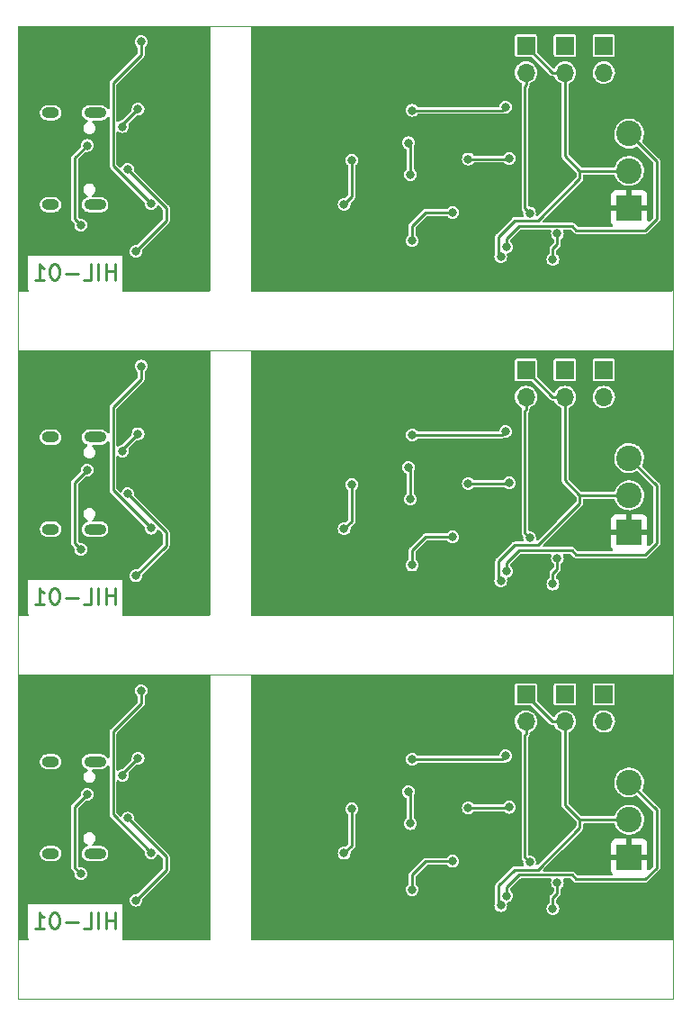
<source format=gbr>
%TF.GenerationSoftware,KiCad,Pcbnew,6.0.11-2627ca5db0~126~ubuntu20.04.1*%
%TF.CreationDate,2024-02-25T19:14:14-05:00*%
%TF.ProjectId,,58585858-5858-4585-9858-585858585858,rev?*%
%TF.SameCoordinates,Original*%
%TF.FileFunction,Copper,L2,Bot*%
%TF.FilePolarity,Positive*%
%FSLAX46Y46*%
G04 Gerber Fmt 4.6, Leading zero omitted, Abs format (unit mm)*
G04 Created by KiCad (PCBNEW 6.0.11-2627ca5db0~126~ubuntu20.04.1) date 2024-02-25 19:14:14*
%MOMM*%
%LPD*%
G01*
G04 APERTURE LIST*
%TA.AperFunction,Profile*%
%ADD10C,0.100000*%
%TD*%
%ADD11C,0.250000*%
%TA.AperFunction,NonConductor*%
%ADD12C,0.250000*%
%TD*%
%TA.AperFunction,ComponentPad*%
%ADD13R,1.700000X1.700000*%
%TD*%
%TA.AperFunction,ComponentPad*%
%ADD14O,1.700000X1.700000*%
%TD*%
%TA.AperFunction,ComponentPad*%
%ADD15O,1.600000X1.000000*%
%TD*%
%TA.AperFunction,ComponentPad*%
%ADD16O,2.100000X1.000000*%
%TD*%
%TA.AperFunction,ComponentPad*%
%ADD17R,2.400000X2.400000*%
%TD*%
%TA.AperFunction,ComponentPad*%
%ADD18C,2.400000*%
%TD*%
%TA.AperFunction,ViaPad*%
%ADD19C,0.800000*%
%TD*%
%TA.AperFunction,Conductor*%
%ADD20C,0.250000*%
%TD*%
G04 APERTURE END LIST*
D10*
X65735200Y-102656000D02*
X127415200Y-102656000D01*
X127415200Y-133156000D02*
X127415200Y-102656000D01*
X65735200Y-102656000D02*
X65735200Y-133156000D01*
X65735200Y-133156000D02*
X127415200Y-133156000D01*
D11*
D12*
X74895200Y-126524571D02*
X74895200Y-125024571D01*
X74895200Y-125738857D02*
X74038057Y-125738857D01*
X74038057Y-126524571D02*
X74038057Y-125024571D01*
X73323771Y-126524571D02*
X73323771Y-125024571D01*
X71895200Y-126524571D02*
X72609485Y-126524571D01*
X72609485Y-125024571D01*
X71395200Y-125953142D02*
X70252342Y-125953142D01*
X69252342Y-125024571D02*
X69109485Y-125024571D01*
X68966628Y-125096000D01*
X68895200Y-125167428D01*
X68823771Y-125310285D01*
X68752342Y-125596000D01*
X68752342Y-125953142D01*
X68823771Y-126238857D01*
X68895200Y-126381714D01*
X68966628Y-126453142D01*
X69109485Y-126524571D01*
X69252342Y-126524571D01*
X69395200Y-126453142D01*
X69466628Y-126381714D01*
X69538057Y-126238857D01*
X69609485Y-125953142D01*
X69609485Y-125596000D01*
X69538057Y-125310285D01*
X69466628Y-125167428D01*
X69395200Y-125096000D01*
X69252342Y-125024571D01*
X67323771Y-126524571D02*
X68180914Y-126524571D01*
X67752342Y-126524571D02*
X67752342Y-125024571D01*
X67895200Y-125238857D01*
X68038057Y-125381714D01*
X68180914Y-125453142D01*
D10*
X65735200Y-72156000D02*
X127415200Y-72156000D01*
X127415200Y-102656000D02*
X127415200Y-72156000D01*
X65735200Y-72156000D02*
X65735200Y-102656000D01*
X65735200Y-102656000D02*
X127415200Y-102656000D01*
D11*
D12*
X74895200Y-96024571D02*
X74895200Y-94524571D01*
X74895200Y-95238857D02*
X74038057Y-95238857D01*
X74038057Y-96024571D02*
X74038057Y-94524571D01*
X73323771Y-96024571D02*
X73323771Y-94524571D01*
X71895200Y-96024571D02*
X72609485Y-96024571D01*
X72609485Y-94524571D01*
X71395200Y-95453142D02*
X70252342Y-95453142D01*
X69252342Y-94524571D02*
X69109485Y-94524571D01*
X68966628Y-94596000D01*
X68895200Y-94667428D01*
X68823771Y-94810285D01*
X68752342Y-95096000D01*
X68752342Y-95453142D01*
X68823771Y-95738857D01*
X68895200Y-95881714D01*
X68966628Y-95953142D01*
X69109485Y-96024571D01*
X69252342Y-96024571D01*
X69395200Y-95953142D01*
X69466628Y-95881714D01*
X69538057Y-95738857D01*
X69609485Y-95453142D01*
X69609485Y-95096000D01*
X69538057Y-94810285D01*
X69466628Y-94667428D01*
X69395200Y-94596000D01*
X69252342Y-94524571D01*
X67323771Y-96024571D02*
X68180914Y-96024571D01*
X67752342Y-96024571D02*
X67752342Y-94524571D01*
X67895200Y-94738857D01*
X68038057Y-94881714D01*
X68180914Y-94953142D01*
D10*
X65735200Y-72156000D02*
X127415200Y-72156000D01*
X65735200Y-41656000D02*
X65735200Y-72156000D01*
X127415200Y-72156000D02*
X127415200Y-41656000D01*
X65735200Y-41656000D02*
X127415200Y-41656000D01*
D11*
D12*
X74895200Y-65524571D02*
X74895200Y-64024571D01*
X74895200Y-64738857D02*
X74038057Y-64738857D01*
X74038057Y-65524571D02*
X74038057Y-64024571D01*
X73323771Y-65524571D02*
X73323771Y-64024571D01*
X71895200Y-65524571D02*
X72609485Y-65524571D01*
X72609485Y-64024571D01*
X71395200Y-64953142D02*
X70252342Y-64953142D01*
X69252342Y-64024571D02*
X69109485Y-64024571D01*
X68966628Y-64096000D01*
X68895200Y-64167428D01*
X68823771Y-64310285D01*
X68752342Y-64596000D01*
X68752342Y-64953142D01*
X68823771Y-65238857D01*
X68895200Y-65381714D01*
X68966628Y-65453142D01*
X69109485Y-65524571D01*
X69252342Y-65524571D01*
X69395200Y-65453142D01*
X69466628Y-65381714D01*
X69538057Y-65238857D01*
X69609485Y-64953142D01*
X69609485Y-64596000D01*
X69538057Y-64310285D01*
X69466628Y-64167428D01*
X69395200Y-64096000D01*
X69252342Y-64024571D01*
X67323771Y-65524571D02*
X68180914Y-65524571D01*
X67752342Y-65524571D02*
X67752342Y-64024571D01*
X67895200Y-64238857D01*
X68038057Y-64381714D01*
X68180914Y-64453142D01*
D13*
%TO.P,JP3,1,A*%
%TO.N,/RS485_B*%
X120878400Y-104510000D03*
D14*
%TO.P,JP3,2,B*%
%TO.N,Net-(JP3-Pad2)*%
X120878400Y-107050000D03*
%TD*%
D13*
%TO.P,JP2,1,A*%
%TO.N,Net-(JP2-Pad1)*%
X117220800Y-104510000D03*
D14*
%TO.P,JP2,2,B*%
%TO.N,/RS485_A*%
X117220800Y-107050000D03*
%TD*%
D13*
%TO.P,JP1,1,A*%
%TO.N,/RS485_A*%
X113563200Y-104510000D03*
D14*
%TO.P,JP1,2,B*%
%TO.N,Net-(JP1-Pad2)*%
X113563200Y-107050000D03*
%TD*%
D15*
%TO.P,J1,S1,SHIELD*%
%TO.N,unconnected-(J1-PadS1)*%
X68825200Y-110836000D03*
D16*
X73005200Y-110836000D03*
X73005200Y-119476000D03*
D15*
X68825200Y-119476000D03*
%TD*%
D17*
%TO.P,J2,1,Pin_1*%
%TO.N,GND2*%
X123267600Y-119795600D03*
D18*
%TO.P,J2,2,Pin_2*%
%TO.N,/RS485_A*%
X123267600Y-116295600D03*
%TO.P,J2,3,Pin_3*%
%TO.N,/RS485_B*%
X123267600Y-112795600D03*
%TD*%
D13*
%TO.P,JP3,1,A*%
%TO.N,/RS485_B*%
X120878400Y-74010000D03*
D14*
%TO.P,JP3,2,B*%
%TO.N,Net-(JP3-Pad2)*%
X120878400Y-76550000D03*
%TD*%
D13*
%TO.P,JP2,1,A*%
%TO.N,Net-(JP2-Pad1)*%
X117220800Y-74010000D03*
D14*
%TO.P,JP2,2,B*%
%TO.N,/RS485_A*%
X117220800Y-76550000D03*
%TD*%
D13*
%TO.P,JP1,1,A*%
%TO.N,/RS485_A*%
X113563200Y-74010000D03*
D14*
%TO.P,JP1,2,B*%
%TO.N,Net-(JP1-Pad2)*%
X113563200Y-76550000D03*
%TD*%
D15*
%TO.P,J1,S1,SHIELD*%
%TO.N,unconnected-(J1-PadS1)*%
X68825200Y-80336000D03*
D16*
X73005200Y-80336000D03*
X73005200Y-88976000D03*
D15*
X68825200Y-88976000D03*
%TD*%
D17*
%TO.P,J2,1,Pin_1*%
%TO.N,GND2*%
X123267600Y-89295600D03*
D18*
%TO.P,J2,2,Pin_2*%
%TO.N,/RS485_A*%
X123267600Y-85795600D03*
%TO.P,J2,3,Pin_3*%
%TO.N,/RS485_B*%
X123267600Y-82295600D03*
%TD*%
D17*
%TO.P,J2,1,Pin_1*%
%TO.N,GND2*%
X123267600Y-58795600D03*
D18*
%TO.P,J2,2,Pin_2*%
%TO.N,/RS485_A*%
X123267600Y-55295600D03*
%TO.P,J2,3,Pin_3*%
%TO.N,/RS485_B*%
X123267600Y-51795600D03*
%TD*%
D15*
%TO.P,J1,S1,SHIELD*%
%TO.N,unconnected-(J1-PadS1)*%
X68825200Y-49836000D03*
D16*
X73005200Y-49836000D03*
X73005200Y-58476000D03*
D15*
X68825200Y-58476000D03*
%TD*%
D13*
%TO.P,JP1,1,A*%
%TO.N,/RS485_A*%
X113563200Y-43510000D03*
D14*
%TO.P,JP1,2,B*%
%TO.N,Net-(JP1-Pad2)*%
X113563200Y-46050000D03*
%TD*%
D13*
%TO.P,JP2,1,A*%
%TO.N,Net-(JP2-Pad1)*%
X117220800Y-43510000D03*
D14*
%TO.P,JP2,2,B*%
%TO.N,/RS485_A*%
X117220800Y-46050000D03*
%TD*%
D13*
%TO.P,JP3,1,A*%
%TO.N,/RS485_B*%
X120878400Y-43510000D03*
D14*
%TO.P,JP3,2,B*%
%TO.N,Net-(JP3-Pad2)*%
X120878400Y-46050000D03*
%TD*%
D19*
%TO.N,/RS485_A*%
X111186000Y-124362100D03*
%TO.N,/RS485_B*%
X111733100Y-123440900D03*
%TO.N,Net-(JP1-Pad2)*%
X116509600Y-122201700D03*
X116089900Y-124626800D03*
X113893000Y-120258000D03*
%TO.N,Net-(R5-Pad1)*%
X96443600Y-119445200D03*
X97172938Y-115287986D03*
%TO.N,/RX*%
X102857700Y-110606000D03*
X111632800Y-110301200D03*
%TO.N,/TX*%
X102844400Y-122848800D03*
X106654299Y-120207099D03*
X108127600Y-115178000D03*
X111988400Y-115127200D03*
%TO.N,Net-(J1-PadA7)*%
X71653200Y-121375600D03*
X72262800Y-113908000D03*
%TO.N,Net-(J1-PadA6)*%
X76075100Y-116150100D03*
X76856500Y-123861900D03*
%TO.N,Net-(C7-Pad1)*%
X102488800Y-113654000D03*
X102692000Y-116651200D03*
%TO.N,GND2*%
X111277200Y-103138400D03*
X126923600Y-122848800D03*
X88163200Y-118327600D03*
X88112400Y-127116000D03*
X126923600Y-109691600D03*
X88163200Y-111520400D03*
X88112400Y-103087600D03*
X111277200Y-127116000D03*
X101269600Y-103138400D03*
X126923600Y-127116000D03*
X126923600Y-103138400D03*
X101269600Y-127116000D03*
%TO.N,Net-(C2-Pad1)*%
X77342800Y-104154400D03*
X78267400Y-119384200D03*
%TO.N,GND1*%
X83438800Y-127166800D03*
X72516800Y-103138400D03*
X76022000Y-127166800D03*
X66217600Y-109336000D03*
X66217600Y-120969200D03*
X66217600Y-127166800D03*
X74904400Y-122188400D03*
X74904400Y-120461200D03*
%TO.N,Net-(C1-Pad1)*%
X77051300Y-110504400D03*
%TO.N,GND1*%
X83438800Y-103138400D03*
%TO.N,Net-(C1-Pad1)*%
X75602300Y-112130000D03*
%TO.N,GND1*%
X83438800Y-111469600D03*
X83388000Y-118327600D03*
X66217600Y-103138400D03*
%TO.N,/RS485_A*%
X111186000Y-93862100D03*
%TO.N,/RS485_B*%
X111733100Y-92940900D03*
%TO.N,Net-(JP1-Pad2)*%
X116509600Y-91701700D03*
X116089900Y-94126800D03*
X113893000Y-89758000D03*
%TO.N,Net-(R5-Pad1)*%
X96443600Y-88945200D03*
X97172938Y-84787986D03*
%TO.N,/RX*%
X102857700Y-80106000D03*
X111632800Y-79801200D03*
%TO.N,/TX*%
X102844400Y-92348800D03*
X106654299Y-89707099D03*
X108127600Y-84678000D03*
X111988400Y-84627200D03*
%TO.N,Net-(J1-PadA7)*%
X71653200Y-90875600D03*
X72262800Y-83408000D03*
%TO.N,Net-(J1-PadA6)*%
X76075100Y-85650100D03*
X76856500Y-93361900D03*
%TO.N,Net-(C7-Pad1)*%
X102488800Y-83154000D03*
X102692000Y-86151200D03*
%TO.N,GND2*%
X111277200Y-72638400D03*
X126923600Y-92348800D03*
X88163200Y-87827600D03*
X88112400Y-96616000D03*
X126923600Y-79191600D03*
X88163200Y-81020400D03*
X88112400Y-72587600D03*
X111277200Y-96616000D03*
X101269600Y-72638400D03*
X126923600Y-96616000D03*
X126923600Y-72638400D03*
X101269600Y-96616000D03*
%TO.N,Net-(C2-Pad1)*%
X77342800Y-73654400D03*
X78267400Y-88884200D03*
%TO.N,GND1*%
X83438800Y-96666800D03*
X72516800Y-72638400D03*
X76022000Y-96666800D03*
X66217600Y-78836000D03*
X66217600Y-90469200D03*
X66217600Y-96666800D03*
X74904400Y-91688400D03*
X74904400Y-89961200D03*
%TO.N,Net-(C1-Pad1)*%
X77051300Y-80004400D03*
%TO.N,GND1*%
X83438800Y-72638400D03*
%TO.N,Net-(C1-Pad1)*%
X75602300Y-81630000D03*
%TO.N,GND1*%
X83438800Y-80969600D03*
X83388000Y-87827600D03*
X66217600Y-72638400D03*
%TO.N,Net-(C1-Pad1)*%
X75602300Y-51130000D03*
X77051300Y-49504400D03*
%TO.N,GND1*%
X83438800Y-42138400D03*
X83438800Y-50469600D03*
X83388000Y-57327600D03*
X66217600Y-42138400D03*
X74904400Y-59461200D03*
X74904400Y-61188400D03*
X66217600Y-66166800D03*
X66217600Y-59969200D03*
X66217600Y-48336000D03*
X76022000Y-66166800D03*
X72516800Y-42138400D03*
X83438800Y-66166800D03*
%TO.N,Net-(C2-Pad1)*%
X78267400Y-58384200D03*
X77342800Y-43154400D03*
%TO.N,GND2*%
X101269600Y-66116000D03*
X126923600Y-42138400D03*
X126923600Y-66116000D03*
X101269600Y-42138400D03*
X111277200Y-66116000D03*
X88112400Y-42087600D03*
X88163200Y-50520400D03*
X126923600Y-48691600D03*
X88112400Y-66116000D03*
X88163200Y-57327600D03*
X126923600Y-61848800D03*
X111277200Y-42138400D03*
%TO.N,Net-(C7-Pad1)*%
X102692000Y-55651200D03*
X102488800Y-52654000D03*
%TO.N,Net-(J1-PadA6)*%
X76856500Y-62861900D03*
X76075100Y-55150100D03*
%TO.N,Net-(J1-PadA7)*%
X72262800Y-52908000D03*
X71653200Y-60375600D03*
%TO.N,/TX*%
X111988400Y-54127200D03*
X108127600Y-54178000D03*
X106654299Y-59207099D03*
X102844400Y-61848800D03*
%TO.N,/RX*%
X111632800Y-49301200D03*
X102857700Y-49606000D03*
%TO.N,Net-(R5-Pad1)*%
X97172938Y-54287986D03*
X96443600Y-58445200D03*
%TO.N,Net-(JP1-Pad2)*%
X113893000Y-59258000D03*
X116089900Y-63626800D03*
X116509600Y-61201700D03*
%TO.N,/RS485_B*%
X111733100Y-62440900D03*
%TO.N,/RS485_A*%
X111186000Y-63362100D03*
%TD*%
D20*
%TO.N,/RS485_A*%
X116045500Y-107050000D02*
X113563200Y-104567700D01*
X113563200Y-104567700D02*
X113563200Y-104510000D01*
X118622500Y-116295600D02*
X123267600Y-116295600D01*
X118622500Y-116295600D02*
X118622500Y-117027100D01*
X117220800Y-107050000D02*
X116045500Y-107050000D01*
X112482600Y-120983000D02*
X110995900Y-122469700D01*
X118622500Y-117027100D02*
X114666600Y-120983000D01*
X117220800Y-114893900D02*
X118622500Y-116295600D01*
X110995900Y-122469700D02*
X110995900Y-124172000D01*
X114666600Y-120983000D02*
X112482600Y-120983000D01*
X110995900Y-124172000D02*
X111186000Y-124362100D01*
X117220800Y-107050000D02*
X117220800Y-114893900D01*
%TO.N,/RS485_B*%
X111733100Y-123440900D02*
X111733100Y-122646900D01*
X117880700Y-121476700D02*
X118287600Y-121883600D01*
X118287600Y-121883600D02*
X124790000Y-121883600D01*
X111733100Y-122646900D02*
X112903300Y-121476700D01*
X124790000Y-121883600D02*
X125856800Y-120816800D01*
X125856800Y-115384800D02*
X123267600Y-112795600D01*
X112903300Y-121476700D02*
X117880700Y-121476700D01*
X125856800Y-120816800D02*
X125856800Y-115384800D01*
%TO.N,Net-(JP1-Pad2)*%
X116509600Y-123204400D02*
X116509600Y-122201700D01*
X113893000Y-120258000D02*
X113461600Y-119826600D01*
X116089900Y-124626800D02*
X116089900Y-123624100D01*
X113563200Y-108225300D02*
X113563200Y-107050000D01*
X116089900Y-123624100D02*
X116509600Y-123204400D01*
X113461600Y-119826600D02*
X113461600Y-108326900D01*
X113461600Y-108326900D02*
X113563200Y-108225300D01*
%TO.N,Net-(R5-Pad1)*%
X97172938Y-115287986D02*
X97172938Y-118715862D01*
X97172938Y-118715862D02*
X96443600Y-119445200D01*
%TO.N,/RX*%
X102857700Y-110606000D02*
X111328000Y-110606000D01*
X111328000Y-110606000D02*
X111632800Y-110301200D01*
%TO.N,/TX*%
X104114501Y-120207099D02*
X102844400Y-121477200D01*
X108127600Y-115178000D02*
X111937600Y-115178000D01*
X102844400Y-121477200D02*
X102844400Y-122848800D01*
X111937600Y-115178000D02*
X111988400Y-115127200D01*
X106654299Y-120207099D02*
X104114501Y-120207099D01*
%TO.N,Net-(J1-PadA7)*%
X71094400Y-115076400D02*
X72262800Y-113908000D01*
X71094400Y-120816800D02*
X71094400Y-115076400D01*
X71653200Y-121375600D02*
X71094400Y-120816800D01*
%TO.N,Net-(J1-PadA6)*%
X79700400Y-119775400D02*
X76075100Y-116150100D01*
X79700400Y-121018000D02*
X79700400Y-119775400D01*
X76856500Y-123861900D02*
X79700400Y-121018000D01*
%TO.N,Net-(C7-Pad1)*%
X102692000Y-116651200D02*
X102692000Y-113857200D01*
X102692000Y-113857200D02*
X102488800Y-113654000D01*
%TO.N,Net-(C2-Pad1)*%
X77342800Y-105373600D02*
X77342800Y-104154400D01*
X74693400Y-108023000D02*
X77342800Y-105373600D01*
X74693400Y-115810200D02*
X74693400Y-108023000D01*
X78267400Y-119384200D02*
X74693400Y-115810200D01*
%TO.N,GND1*%
X74904400Y-122188400D02*
X74904400Y-120461200D01*
%TO.N,Net-(C1-Pad1)*%
X75602300Y-111953400D02*
X77051300Y-110504400D01*
X75602300Y-112130000D02*
X75602300Y-111953400D01*
%TO.N,/RS485_A*%
X116045500Y-76550000D02*
X113563200Y-74067700D01*
X113563200Y-74067700D02*
X113563200Y-74010000D01*
X118622500Y-85795600D02*
X123267600Y-85795600D01*
X118622500Y-85795600D02*
X118622500Y-86527100D01*
X117220800Y-76550000D02*
X116045500Y-76550000D01*
X112482600Y-90483000D02*
X110995900Y-91969700D01*
X118622500Y-86527100D02*
X114666600Y-90483000D01*
X117220800Y-84393900D02*
X118622500Y-85795600D01*
X110995900Y-91969700D02*
X110995900Y-93672000D01*
X114666600Y-90483000D02*
X112482600Y-90483000D01*
X110995900Y-93672000D02*
X111186000Y-93862100D01*
X117220800Y-76550000D02*
X117220800Y-84393900D01*
%TO.N,/RS485_B*%
X111733100Y-92940900D02*
X111733100Y-92146900D01*
X117880700Y-90976700D02*
X118287600Y-91383600D01*
X118287600Y-91383600D02*
X124790000Y-91383600D01*
X111733100Y-92146900D02*
X112903300Y-90976700D01*
X124790000Y-91383600D02*
X125856800Y-90316800D01*
X125856800Y-84884800D02*
X123267600Y-82295600D01*
X112903300Y-90976700D02*
X117880700Y-90976700D01*
X125856800Y-90316800D02*
X125856800Y-84884800D01*
%TO.N,Net-(JP1-Pad2)*%
X116509600Y-92704400D02*
X116509600Y-91701700D01*
X113893000Y-89758000D02*
X113461600Y-89326600D01*
X116089900Y-94126800D02*
X116089900Y-93124100D01*
X113563200Y-77725300D02*
X113563200Y-76550000D01*
X116089900Y-93124100D02*
X116509600Y-92704400D01*
X113461600Y-89326600D02*
X113461600Y-77826900D01*
X113461600Y-77826900D02*
X113563200Y-77725300D01*
%TO.N,Net-(R5-Pad1)*%
X97172938Y-84787986D02*
X97172938Y-88215862D01*
X97172938Y-88215862D02*
X96443600Y-88945200D01*
%TO.N,/RX*%
X102857700Y-80106000D02*
X111328000Y-80106000D01*
X111328000Y-80106000D02*
X111632800Y-79801200D01*
%TO.N,/TX*%
X104114501Y-89707099D02*
X102844400Y-90977200D01*
X108127600Y-84678000D02*
X111937600Y-84678000D01*
X102844400Y-90977200D02*
X102844400Y-92348800D01*
X111937600Y-84678000D02*
X111988400Y-84627200D01*
X106654299Y-89707099D02*
X104114501Y-89707099D01*
%TO.N,Net-(J1-PadA7)*%
X71094400Y-84576400D02*
X72262800Y-83408000D01*
X71094400Y-90316800D02*
X71094400Y-84576400D01*
X71653200Y-90875600D02*
X71094400Y-90316800D01*
%TO.N,Net-(J1-PadA6)*%
X79700400Y-89275400D02*
X76075100Y-85650100D01*
X79700400Y-90518000D02*
X79700400Y-89275400D01*
X76856500Y-93361900D02*
X79700400Y-90518000D01*
%TO.N,Net-(C7-Pad1)*%
X102692000Y-86151200D02*
X102692000Y-83357200D01*
X102692000Y-83357200D02*
X102488800Y-83154000D01*
%TO.N,Net-(C2-Pad1)*%
X77342800Y-74873600D02*
X77342800Y-73654400D01*
X74693400Y-77523000D02*
X77342800Y-74873600D01*
X74693400Y-85310200D02*
X74693400Y-77523000D01*
X78267400Y-88884200D02*
X74693400Y-85310200D01*
%TO.N,GND1*%
X74904400Y-91688400D02*
X74904400Y-89961200D01*
%TO.N,Net-(C1-Pad1)*%
X75602300Y-81453400D02*
X77051300Y-80004400D01*
X75602300Y-81630000D02*
X75602300Y-81453400D01*
X75602300Y-51130000D02*
X75602300Y-50953400D01*
X75602300Y-50953400D02*
X77051300Y-49504400D01*
%TO.N,GND1*%
X74904400Y-61188400D02*
X74904400Y-59461200D01*
%TO.N,Net-(C2-Pad1)*%
X78267400Y-58384200D02*
X74693400Y-54810200D01*
X74693400Y-54810200D02*
X74693400Y-47023000D01*
X74693400Y-47023000D02*
X77342800Y-44373600D01*
X77342800Y-44373600D02*
X77342800Y-43154400D01*
%TO.N,Net-(C7-Pad1)*%
X102692000Y-52857200D02*
X102488800Y-52654000D01*
X102692000Y-55651200D02*
X102692000Y-52857200D01*
%TO.N,Net-(J1-PadA6)*%
X76856500Y-62861900D02*
X79700400Y-60018000D01*
X79700400Y-60018000D02*
X79700400Y-58775400D01*
X79700400Y-58775400D02*
X76075100Y-55150100D01*
%TO.N,Net-(J1-PadA7)*%
X71653200Y-60375600D02*
X71094400Y-59816800D01*
X71094400Y-59816800D02*
X71094400Y-54076400D01*
X71094400Y-54076400D02*
X72262800Y-52908000D01*
%TO.N,/TX*%
X106654299Y-59207099D02*
X104114501Y-59207099D01*
X111937600Y-54178000D02*
X111988400Y-54127200D01*
X102844400Y-60477200D02*
X102844400Y-61848800D01*
X108127600Y-54178000D02*
X111937600Y-54178000D01*
X104114501Y-59207099D02*
X102844400Y-60477200D01*
%TO.N,/RX*%
X111328000Y-49606000D02*
X111632800Y-49301200D01*
X102857700Y-49606000D02*
X111328000Y-49606000D01*
%TO.N,Net-(R5-Pad1)*%
X97172938Y-57715862D02*
X96443600Y-58445200D01*
X97172938Y-54287986D02*
X97172938Y-57715862D01*
%TO.N,Net-(JP1-Pad2)*%
X113461600Y-47326900D02*
X113563200Y-47225300D01*
X113461600Y-58826600D02*
X113461600Y-47326900D01*
X116089900Y-62624100D02*
X116509600Y-62204400D01*
X113563200Y-47225300D02*
X113563200Y-46050000D01*
X116089900Y-63626800D02*
X116089900Y-62624100D01*
X113893000Y-59258000D02*
X113461600Y-58826600D01*
X116509600Y-62204400D02*
X116509600Y-61201700D01*
%TO.N,/RS485_B*%
X125856800Y-59816800D02*
X125856800Y-54384800D01*
X112903300Y-60476700D02*
X117880700Y-60476700D01*
X125856800Y-54384800D02*
X123267600Y-51795600D01*
X124790000Y-60883600D02*
X125856800Y-59816800D01*
X111733100Y-61646900D02*
X112903300Y-60476700D01*
X118287600Y-60883600D02*
X124790000Y-60883600D01*
X117880700Y-60476700D02*
X118287600Y-60883600D01*
X111733100Y-62440900D02*
X111733100Y-61646900D01*
%TO.N,/RS485_A*%
X117220800Y-46050000D02*
X117220800Y-53893900D01*
X110995900Y-63172000D02*
X111186000Y-63362100D01*
X114666600Y-59983000D02*
X112482600Y-59983000D01*
X110995900Y-61469700D02*
X110995900Y-63172000D01*
X117220800Y-53893900D02*
X118622500Y-55295600D01*
X118622500Y-56027100D02*
X114666600Y-59983000D01*
X112482600Y-59983000D02*
X110995900Y-61469700D01*
X117220800Y-46050000D02*
X116045500Y-46050000D01*
X118622500Y-55295600D02*
X118622500Y-56027100D01*
X118622500Y-55295600D02*
X123267600Y-55295600D01*
X113563200Y-43567700D02*
X113563200Y-43510000D01*
X116045500Y-46050000D02*
X113563200Y-43567700D01*
%TD*%
%TA.AperFunction,Conductor*%
%TO.N,GND1*%
G36*
X83787321Y-41677002D02*
G01*
X83833814Y-41730658D01*
X83845200Y-41783000D01*
X83845200Y-66520749D01*
X83825198Y-66588870D01*
X83771542Y-66635363D01*
X83719266Y-66646749D01*
X81087860Y-66648102D01*
X75665618Y-66650891D01*
X75597487Y-66630924D01*
X75550966Y-66577292D01*
X75540826Y-66507023D01*
X75570328Y-66442379D01*
X75571090Y-66441500D01*
X75577843Y-66441500D01*
X75577843Y-63250500D01*
X66712557Y-63250500D01*
X66712557Y-66441500D01*
X66717876Y-66441500D01*
X66718885Y-66444938D01*
X66750442Y-66494040D01*
X66750442Y-66565036D01*
X66712059Y-66624763D01*
X66647479Y-66654256D01*
X66629611Y-66655539D01*
X65862265Y-66655934D01*
X65794134Y-66635967D01*
X65747613Y-66582335D01*
X65736200Y-66529934D01*
X65736200Y-59845607D01*
X70765136Y-59845607D01*
X70767990Y-59856256D01*
X70774891Y-59882010D01*
X70777270Y-59892742D01*
X70783812Y-59929845D01*
X70789323Y-59939390D01*
X70790515Y-59942666D01*
X70791992Y-59945834D01*
X70794846Y-59956484D01*
X70801170Y-59965515D01*
X70816455Y-59987344D01*
X70822361Y-59996615D01*
X70829669Y-60009272D01*
X70841206Y-60029255D01*
X70870082Y-60053485D01*
X70878185Y-60060911D01*
X71020491Y-60203217D01*
X71054517Y-60265529D01*
X71056318Y-60308757D01*
X71047518Y-60375600D01*
X71068156Y-60532362D01*
X71128664Y-60678441D01*
X71224918Y-60803882D01*
X71350359Y-60900136D01*
X71496438Y-60960644D01*
X71653200Y-60981282D01*
X71661388Y-60980204D01*
X71801774Y-60961722D01*
X71809962Y-60960644D01*
X71956041Y-60900136D01*
X72081482Y-60803882D01*
X72177736Y-60678441D01*
X72238244Y-60532362D01*
X72258882Y-60375600D01*
X72238244Y-60218838D01*
X72177736Y-60072759D01*
X72081482Y-59947318D01*
X71956041Y-59851064D01*
X71809962Y-59790556D01*
X71653200Y-59769918D01*
X71586357Y-59778718D01*
X71516210Y-59767779D01*
X71480817Y-59742891D01*
X71456805Y-59718879D01*
X71422779Y-59656567D01*
X71419900Y-59629784D01*
X71419900Y-58557105D01*
X71754231Y-58557105D01*
X71756005Y-58564492D01*
X71756005Y-58564496D01*
X71773104Y-58635716D01*
X71793812Y-58721968D01*
X71797293Y-58728712D01*
X71797294Y-58728715D01*
X71831557Y-58795098D01*
X71871575Y-58872631D01*
X71876567Y-58878353D01*
X71876568Y-58878355D01*
X71898686Y-58903709D01*
X71983031Y-59000396D01*
X71989245Y-59004763D01*
X72115530Y-59093518D01*
X72115532Y-59093519D01*
X72121747Y-59097887D01*
X72279713Y-59159476D01*
X72287246Y-59160468D01*
X72287247Y-59160468D01*
X72404939Y-59175962D01*
X72409026Y-59176500D01*
X73597716Y-59176500D01*
X73723520Y-59161276D01*
X73882123Y-59101345D01*
X74021851Y-59005312D01*
X74036559Y-58988804D01*
X74129588Y-58884392D01*
X74129590Y-58884388D01*
X74134640Y-58878721D01*
X74141438Y-58865883D01*
X74184731Y-58784116D01*
X74213976Y-58728881D01*
X74255281Y-58564441D01*
X74255349Y-58551576D01*
X74256129Y-58402495D01*
X74256169Y-58394895D01*
X74253602Y-58384200D01*
X74218361Y-58237417D01*
X74216588Y-58230032D01*
X74138825Y-58079369D01*
X74133513Y-58073279D01*
X74032363Y-57957329D01*
X74027369Y-57951604D01*
X73968849Y-57910475D01*
X73894870Y-57858482D01*
X73894868Y-57858481D01*
X73888653Y-57854113D01*
X73730687Y-57792524D01*
X73723154Y-57791532D01*
X73723153Y-57791532D01*
X73605461Y-57776038D01*
X73605460Y-57776038D01*
X73601374Y-57775500D01*
X72840682Y-57775500D01*
X72772561Y-57755498D01*
X72726068Y-57701842D01*
X72715964Y-57631568D01*
X72745458Y-57566988D01*
X72766277Y-57549798D01*
X72765433Y-57548698D01*
X72879101Y-57461477D01*
X72885651Y-57456451D01*
X72977898Y-57336233D01*
X73035887Y-57196236D01*
X73055666Y-57046000D01*
X73035887Y-56895764D01*
X72977898Y-56755767D01*
X72885651Y-56635549D01*
X72765433Y-56543302D01*
X72625436Y-56485313D01*
X72512920Y-56470500D01*
X72437480Y-56470500D01*
X72324964Y-56485313D01*
X72184967Y-56543302D01*
X72064749Y-56635549D01*
X71972502Y-56755767D01*
X71914513Y-56895764D01*
X71894734Y-57046000D01*
X71914513Y-57196236D01*
X71972502Y-57336233D01*
X72064749Y-57456451D01*
X72184967Y-57548698D01*
X72245128Y-57573617D01*
X72300407Y-57618166D01*
X72322828Y-57685529D01*
X72305269Y-57754321D01*
X72253307Y-57802699D01*
X72241445Y-57807892D01*
X72128277Y-57850655D01*
X71988549Y-57946688D01*
X71983497Y-57952358D01*
X71983496Y-57952359D01*
X71880812Y-58067608D01*
X71880810Y-58067612D01*
X71875760Y-58073279D01*
X71872208Y-58079988D01*
X71872207Y-58079989D01*
X71839946Y-58140920D01*
X71796424Y-58223119D01*
X71755119Y-58387559D01*
X71755079Y-58395157D01*
X71755079Y-58395159D01*
X71754675Y-58472332D01*
X71754231Y-58557105D01*
X71419900Y-58557105D01*
X71419900Y-54263416D01*
X71439902Y-54195295D01*
X71456805Y-54174321D01*
X72090417Y-53540709D01*
X72152729Y-53506683D01*
X72195957Y-53504882D01*
X72262800Y-53513682D01*
X72270988Y-53512604D01*
X72411374Y-53494122D01*
X72419562Y-53493044D01*
X72565641Y-53432536D01*
X72691082Y-53336282D01*
X72787336Y-53210841D01*
X72847844Y-53064762D01*
X72868482Y-52908000D01*
X72847844Y-52751238D01*
X72787336Y-52605159D01*
X72691082Y-52479718D01*
X72565641Y-52383464D01*
X72419562Y-52322956D01*
X72262800Y-52302318D01*
X72106038Y-52322956D01*
X71959959Y-52383464D01*
X71834518Y-52479718D01*
X71738264Y-52605159D01*
X71677756Y-52751238D01*
X71657118Y-52908000D01*
X71658196Y-52916188D01*
X71665918Y-52974842D01*
X71654979Y-53044990D01*
X71630091Y-53080383D01*
X70878185Y-53832289D01*
X70870081Y-53839716D01*
X70841206Y-53863945D01*
X70835693Y-53873494D01*
X70822361Y-53896585D01*
X70816455Y-53905856D01*
X70794846Y-53936716D01*
X70791992Y-53947366D01*
X70790515Y-53950534D01*
X70789323Y-53953810D01*
X70783812Y-53963355D01*
X70777862Y-53997099D01*
X70777270Y-54000458D01*
X70774892Y-54011185D01*
X70765136Y-54047593D01*
X70766097Y-54058578D01*
X70766097Y-54058580D01*
X70768420Y-54085128D01*
X70768900Y-54096110D01*
X70768900Y-59797090D01*
X70768420Y-59808072D01*
X70765136Y-59845607D01*
X65736200Y-59845607D01*
X65736200Y-58557105D01*
X67824231Y-58557105D01*
X67826005Y-58564492D01*
X67826005Y-58564496D01*
X67843104Y-58635716D01*
X67863812Y-58721968D01*
X67867293Y-58728712D01*
X67867294Y-58728715D01*
X67901557Y-58795098D01*
X67941575Y-58872631D01*
X67946567Y-58878353D01*
X67946568Y-58878355D01*
X67968686Y-58903709D01*
X68053031Y-59000396D01*
X68059245Y-59004763D01*
X68185530Y-59093518D01*
X68185532Y-59093519D01*
X68191747Y-59097887D01*
X68349713Y-59159476D01*
X68357246Y-59160468D01*
X68357247Y-59160468D01*
X68474939Y-59175962D01*
X68479026Y-59176500D01*
X69167716Y-59176500D01*
X69293520Y-59161276D01*
X69452123Y-59101345D01*
X69591851Y-59005312D01*
X69606559Y-58988804D01*
X69699588Y-58884392D01*
X69699590Y-58884388D01*
X69704640Y-58878721D01*
X69711438Y-58865883D01*
X69754731Y-58784116D01*
X69783976Y-58728881D01*
X69825281Y-58564441D01*
X69825349Y-58551576D01*
X69826129Y-58402495D01*
X69826169Y-58394895D01*
X69823602Y-58384200D01*
X69788361Y-58237417D01*
X69786588Y-58230032D01*
X69708825Y-58079369D01*
X69703513Y-58073279D01*
X69602363Y-57957329D01*
X69597369Y-57951604D01*
X69538849Y-57910475D01*
X69464870Y-57858482D01*
X69464868Y-57858481D01*
X69458653Y-57854113D01*
X69300687Y-57792524D01*
X69293154Y-57791532D01*
X69293153Y-57791532D01*
X69175461Y-57776038D01*
X69175460Y-57776038D01*
X69171374Y-57775500D01*
X68482684Y-57775500D01*
X68356880Y-57790724D01*
X68198277Y-57850655D01*
X68058549Y-57946688D01*
X68053497Y-57952358D01*
X68053496Y-57952359D01*
X67950812Y-58067608D01*
X67950810Y-58067612D01*
X67945760Y-58073279D01*
X67942208Y-58079988D01*
X67942207Y-58079989D01*
X67909946Y-58140920D01*
X67866424Y-58223119D01*
X67825119Y-58387559D01*
X67825079Y-58395157D01*
X67825079Y-58395159D01*
X67824675Y-58472332D01*
X67824231Y-58557105D01*
X65736200Y-58557105D01*
X65736200Y-49917105D01*
X67824231Y-49917105D01*
X67826005Y-49924492D01*
X67826005Y-49924496D01*
X67860420Y-50067838D01*
X67863812Y-50081968D01*
X67867293Y-50088712D01*
X67867294Y-50088715D01*
X67892272Y-50137109D01*
X67941575Y-50232631D01*
X67946567Y-50238353D01*
X67946568Y-50238355D01*
X67951837Y-50244395D01*
X68053031Y-50360396D01*
X68059245Y-50364763D01*
X68185530Y-50453518D01*
X68185532Y-50453519D01*
X68191747Y-50457887D01*
X68349713Y-50519476D01*
X68357246Y-50520468D01*
X68357247Y-50520468D01*
X68464882Y-50534638D01*
X68479026Y-50536500D01*
X69167716Y-50536500D01*
X69293520Y-50521276D01*
X69452123Y-50461345D01*
X69591851Y-50365312D01*
X69646860Y-50303572D01*
X69699588Y-50244392D01*
X69699590Y-50244388D01*
X69704640Y-50238721D01*
X69711438Y-50225883D01*
X69758441Y-50137109D01*
X69783976Y-50088881D01*
X69825281Y-49924441D01*
X69825319Y-49917105D01*
X71754231Y-49917105D01*
X71756005Y-49924492D01*
X71756005Y-49924496D01*
X71790420Y-50067838D01*
X71793812Y-50081968D01*
X71797293Y-50088712D01*
X71797294Y-50088715D01*
X71822272Y-50137109D01*
X71871575Y-50232631D01*
X71876567Y-50238353D01*
X71876568Y-50238355D01*
X71881837Y-50244395D01*
X71983031Y-50360396D01*
X71989245Y-50364763D01*
X72115530Y-50453518D01*
X72115532Y-50453519D01*
X72121747Y-50457887D01*
X72128823Y-50460646D01*
X72128827Y-50460648D01*
X72242112Y-50504816D01*
X72298314Y-50548197D01*
X72322140Y-50615076D01*
X72306026Y-50684220D01*
X72255089Y-50733676D01*
X72244567Y-50738615D01*
X72184967Y-50763302D01*
X72064749Y-50855549D01*
X71972502Y-50975767D01*
X71914513Y-51115764D01*
X71894734Y-51266000D01*
X71914513Y-51416236D01*
X71972502Y-51556233D01*
X72064749Y-51676451D01*
X72184967Y-51768698D01*
X72324964Y-51826687D01*
X72437480Y-51841500D01*
X72512920Y-51841500D01*
X72625436Y-51826687D01*
X72765433Y-51768698D01*
X72885651Y-51676451D01*
X72977898Y-51556233D01*
X73035887Y-51416236D01*
X73055666Y-51266000D01*
X73035887Y-51115764D01*
X72977898Y-50975767D01*
X72885651Y-50855549D01*
X72765433Y-50763302D01*
X72767359Y-50760792D01*
X72728690Y-50720239D01*
X72715252Y-50650526D01*
X72741638Y-50584614D01*
X72799469Y-50543431D01*
X72840682Y-50536500D01*
X73597716Y-50536500D01*
X73723520Y-50521276D01*
X73882123Y-50461345D01*
X74021851Y-50365312D01*
X74134640Y-50238721D01*
X74138194Y-50232009D01*
X74138437Y-50231659D01*
X74193741Y-50187139D01*
X74264335Y-50179585D01*
X74327805Y-50211397D01*
X74364002Y-50272473D01*
X74367900Y-50303572D01*
X74367900Y-54790490D01*
X74367420Y-54801472D01*
X74364136Y-54839007D01*
X74366990Y-54849656D01*
X74373891Y-54875410D01*
X74376270Y-54886142D01*
X74382812Y-54923245D01*
X74388323Y-54932790D01*
X74389515Y-54936066D01*
X74390992Y-54939234D01*
X74393846Y-54949884D01*
X74415455Y-54980744D01*
X74421361Y-54990015D01*
X74423280Y-54993338D01*
X74440206Y-55022655D01*
X74448651Y-55029741D01*
X74469082Y-55046885D01*
X74477185Y-55054311D01*
X77634691Y-58211818D01*
X77668717Y-58274130D01*
X77670518Y-58317358D01*
X77661718Y-58384200D01*
X77682356Y-58540962D01*
X77742864Y-58687041D01*
X77839118Y-58812482D01*
X77964559Y-58908736D01*
X78110638Y-58969244D01*
X78267400Y-58989882D01*
X78275588Y-58988804D01*
X78415974Y-58970322D01*
X78424162Y-58969244D01*
X78570241Y-58908736D01*
X78695682Y-58812482D01*
X78791936Y-58687041D01*
X78825150Y-58606856D01*
X78869697Y-58551576D01*
X78937060Y-58529155D01*
X79005852Y-58546713D01*
X79030653Y-58565979D01*
X79186191Y-58721518D01*
X79337996Y-58873323D01*
X79372021Y-58935635D01*
X79374900Y-58962418D01*
X79374900Y-59830984D01*
X79354898Y-59899105D01*
X79337995Y-59920079D01*
X77028883Y-62229191D01*
X76966571Y-62263217D01*
X76923343Y-62265018D01*
X76856500Y-62256218D01*
X76699738Y-62276856D01*
X76553659Y-62337364D01*
X76428218Y-62433618D01*
X76331964Y-62559059D01*
X76271456Y-62705138D01*
X76250818Y-62861900D01*
X76271456Y-63018662D01*
X76331964Y-63164741D01*
X76428218Y-63290182D01*
X76553659Y-63386436D01*
X76699738Y-63446944D01*
X76856500Y-63467582D01*
X76864688Y-63466504D01*
X77005074Y-63448022D01*
X77013262Y-63446944D01*
X77159341Y-63386436D01*
X77284782Y-63290182D01*
X77381036Y-63164741D01*
X77441544Y-63018662D01*
X77462182Y-62861900D01*
X77453382Y-62795057D01*
X77464321Y-62724910D01*
X77489209Y-62689517D01*
X79916615Y-60262111D01*
X79924719Y-60254684D01*
X79945149Y-60237541D01*
X79953594Y-60230455D01*
X79960301Y-60218838D01*
X79972439Y-60197815D01*
X79978345Y-60188544D01*
X79993630Y-60166715D01*
X79999954Y-60157684D01*
X80002808Y-60147034D01*
X80004285Y-60143866D01*
X80005477Y-60140590D01*
X80010988Y-60131045D01*
X80017530Y-60093942D01*
X80019909Y-60083210D01*
X80020665Y-60080389D01*
X80029664Y-60046807D01*
X80028129Y-60029255D01*
X80026380Y-60009272D01*
X80025900Y-59998290D01*
X80025900Y-58795098D01*
X80026380Y-58784116D01*
X80028702Y-58757580D01*
X80028702Y-58757578D01*
X80029663Y-58746593D01*
X80026715Y-58735589D01*
X80019912Y-58710204D01*
X80017532Y-58699469D01*
X80012902Y-58673212D01*
X80010988Y-58662355D01*
X80005476Y-58652807D01*
X80004283Y-58649530D01*
X80002806Y-58646362D01*
X79999953Y-58635716D01*
X79978342Y-58604852D01*
X79972438Y-58595584D01*
X79953594Y-58562945D01*
X79924731Y-58538726D01*
X79916627Y-58531300D01*
X76707809Y-55322483D01*
X76673783Y-55260171D01*
X76671982Y-55216942D01*
X76679704Y-55158288D01*
X76680782Y-55150100D01*
X76664004Y-55022655D01*
X76661222Y-55001526D01*
X76660144Y-54993338D01*
X76656796Y-54985254D01*
X76649781Y-54968320D01*
X76599636Y-54847259D01*
X76503382Y-54721818D01*
X76490951Y-54712279D01*
X76442855Y-54675374D01*
X76377941Y-54625564D01*
X76231862Y-54565056D01*
X76075100Y-54544418D01*
X75918338Y-54565056D01*
X75772259Y-54625564D01*
X75707345Y-54675374D01*
X75659250Y-54712279D01*
X75646818Y-54721818D01*
X75550564Y-54847259D01*
X75547404Y-54854888D01*
X75547401Y-54854893D01*
X75517349Y-54927444D01*
X75472801Y-54982725D01*
X75405437Y-55005145D01*
X75336646Y-54987586D01*
X75311846Y-54968320D01*
X75055805Y-54712279D01*
X75021779Y-54649967D01*
X75018900Y-54623184D01*
X75018900Y-51694759D01*
X75038902Y-51626638D01*
X75092558Y-51580145D01*
X75162832Y-51570041D01*
X75221604Y-51594796D01*
X75299459Y-51654536D01*
X75445538Y-51715044D01*
X75602300Y-51735682D01*
X75610488Y-51734604D01*
X75750874Y-51716122D01*
X75759062Y-51715044D01*
X75905141Y-51654536D01*
X76030582Y-51558282D01*
X76126836Y-51432841D01*
X76187344Y-51286762D01*
X76207982Y-51130000D01*
X76187344Y-50973238D01*
X76184184Y-50965610D01*
X76184183Y-50965605D01*
X76177223Y-50948802D01*
X76169634Y-50878212D01*
X76204537Y-50811490D01*
X76878918Y-50137109D01*
X76941230Y-50103083D01*
X76984458Y-50101282D01*
X77051300Y-50110082D01*
X77059488Y-50109004D01*
X77199874Y-50090522D01*
X77208062Y-50089444D01*
X77354141Y-50028936D01*
X77479582Y-49932682D01*
X77575836Y-49807241D01*
X77636344Y-49661162D01*
X77656982Y-49504400D01*
X77636344Y-49347638D01*
X77575836Y-49201559D01*
X77479582Y-49076118D01*
X77354141Y-48979864D01*
X77208062Y-48919356D01*
X77051300Y-48898718D01*
X76894538Y-48919356D01*
X76748459Y-48979864D01*
X76623018Y-49076118D01*
X76526764Y-49201559D01*
X76466256Y-49347638D01*
X76445618Y-49504400D01*
X76454418Y-49571241D01*
X76443479Y-49641388D01*
X76418592Y-49676781D01*
X75596563Y-50498811D01*
X75534250Y-50532836D01*
X75523917Y-50534637D01*
X75465481Y-50542330D01*
X75457122Y-50543431D01*
X75445538Y-50544956D01*
X75437909Y-50548116D01*
X75427247Y-50552532D01*
X75299459Y-50605464D01*
X75240733Y-50650526D01*
X75221604Y-50665204D01*
X75155383Y-50690804D01*
X75085835Y-50676539D01*
X75035039Y-50626938D01*
X75018900Y-50565241D01*
X75018900Y-47210016D01*
X75038902Y-47141895D01*
X75055805Y-47120921D01*
X77559022Y-44617705D01*
X77567126Y-44610278D01*
X77587549Y-44593141D01*
X77595994Y-44586055D01*
X77614839Y-44553415D01*
X77620743Y-44544147D01*
X77636031Y-44522313D01*
X77642353Y-44513284D01*
X77645206Y-44502638D01*
X77646683Y-44499470D01*
X77647876Y-44496193D01*
X77653388Y-44486645D01*
X77659932Y-44449531D01*
X77662312Y-44438796D01*
X77669210Y-44413054D01*
X77672063Y-44402407D01*
X77668779Y-44364869D01*
X77668300Y-44353888D01*
X77668300Y-43723686D01*
X77688302Y-43655565D01*
X77717596Y-43623723D01*
X77764536Y-43587705D01*
X77771082Y-43582682D01*
X77867336Y-43457241D01*
X77927844Y-43311162D01*
X77948482Y-43154400D01*
X77927844Y-42997638D01*
X77867336Y-42851559D01*
X77771082Y-42726118D01*
X77645641Y-42629864D01*
X77499562Y-42569356D01*
X77342800Y-42548718D01*
X77186038Y-42569356D01*
X77039959Y-42629864D01*
X76914518Y-42726118D01*
X76818264Y-42851559D01*
X76757756Y-42997638D01*
X76737118Y-43154400D01*
X76757756Y-43311162D01*
X76818264Y-43457241D01*
X76914518Y-43582682D01*
X76921064Y-43587705D01*
X76968004Y-43623723D01*
X77009871Y-43681061D01*
X77017300Y-43723686D01*
X77017300Y-44186583D01*
X76997298Y-44254704D01*
X76980395Y-44275678D01*
X74477184Y-46778890D01*
X74469081Y-46786316D01*
X74440206Y-46810545D01*
X74434693Y-46820094D01*
X74421361Y-46843185D01*
X74415455Y-46852456D01*
X74393846Y-46883316D01*
X74390992Y-46893966D01*
X74389515Y-46897134D01*
X74388323Y-46900410D01*
X74382812Y-46909955D01*
X74376862Y-46943699D01*
X74376270Y-46947058D01*
X74373892Y-46957785D01*
X74364136Y-46994193D01*
X74365097Y-47005178D01*
X74365097Y-47005180D01*
X74367420Y-47031728D01*
X74367900Y-47042710D01*
X74367900Y-49368497D01*
X74347898Y-49436618D01*
X74294242Y-49483111D01*
X74223968Y-49493215D01*
X74159388Y-49463721D01*
X74140337Y-49442299D01*
X74138825Y-49439369D01*
X74027369Y-49311604D01*
X73968849Y-49270475D01*
X73894870Y-49218482D01*
X73894868Y-49218481D01*
X73888653Y-49214113D01*
X73730687Y-49152524D01*
X73723154Y-49151532D01*
X73723153Y-49151532D01*
X73605461Y-49136038D01*
X73605460Y-49136038D01*
X73601374Y-49135500D01*
X72412684Y-49135500D01*
X72286880Y-49150724D01*
X72128277Y-49210655D01*
X71988549Y-49306688D01*
X71983497Y-49312358D01*
X71983496Y-49312359D01*
X71880812Y-49427608D01*
X71880810Y-49427612D01*
X71875760Y-49433279D01*
X71872208Y-49439988D01*
X71872207Y-49439989D01*
X71859642Y-49463721D01*
X71796424Y-49583119D01*
X71755119Y-49747559D01*
X71754231Y-49917105D01*
X69825319Y-49917105D01*
X69826169Y-49754895D01*
X69801700Y-49652974D01*
X69788361Y-49597417D01*
X69786588Y-49590032D01*
X69776889Y-49571239D01*
X69712308Y-49446117D01*
X69712308Y-49446116D01*
X69708825Y-49439369D01*
X69703513Y-49433279D01*
X69602363Y-49317329D01*
X69597369Y-49311604D01*
X69538849Y-49270475D01*
X69464870Y-49218482D01*
X69464868Y-49218481D01*
X69458653Y-49214113D01*
X69300687Y-49152524D01*
X69293154Y-49151532D01*
X69293153Y-49151532D01*
X69175461Y-49136038D01*
X69175460Y-49136038D01*
X69171374Y-49135500D01*
X68482684Y-49135500D01*
X68356880Y-49150724D01*
X68198277Y-49210655D01*
X68058549Y-49306688D01*
X68053497Y-49312358D01*
X68053496Y-49312359D01*
X67950812Y-49427608D01*
X67950810Y-49427612D01*
X67945760Y-49433279D01*
X67942208Y-49439988D01*
X67942207Y-49439989D01*
X67929642Y-49463721D01*
X67866424Y-49583119D01*
X67825119Y-49747559D01*
X67824231Y-49917105D01*
X65736200Y-49917105D01*
X65736200Y-41783000D01*
X65756202Y-41714879D01*
X65809858Y-41668386D01*
X65862200Y-41657000D01*
X83719200Y-41657000D01*
X83787321Y-41677002D01*
G37*
%TD.AperFunction*%
%TD*%
%TA.AperFunction,Conductor*%
%TO.N,GND2*%
G36*
X127356321Y-41677002D02*
G01*
X127402814Y-41730658D01*
X127414200Y-41783000D01*
X127414200Y-66498335D01*
X127394198Y-66566456D01*
X127340542Y-66612949D01*
X127288266Y-66624335D01*
X103851905Y-66636392D01*
X87781265Y-66644659D01*
X87713134Y-66624692D01*
X87666613Y-66571060D01*
X87655200Y-66518659D01*
X87655200Y-63362100D01*
X110580318Y-63362100D01*
X110600956Y-63518862D01*
X110661464Y-63664941D01*
X110757718Y-63790382D01*
X110883159Y-63886636D01*
X111029238Y-63947144D01*
X111186000Y-63967782D01*
X111194188Y-63966704D01*
X111334574Y-63948222D01*
X111342762Y-63947144D01*
X111488841Y-63886636D01*
X111614282Y-63790382D01*
X111710536Y-63664941D01*
X111771044Y-63518862D01*
X111791682Y-63362100D01*
X111771044Y-63205338D01*
X111767884Y-63197709D01*
X111765746Y-63189730D01*
X111768200Y-63189073D01*
X111761971Y-63131182D01*
X111793745Y-63067692D01*
X111854800Y-63031460D01*
X111869525Y-63028621D01*
X111889862Y-63025944D01*
X112035941Y-62965436D01*
X112161382Y-62869182D01*
X112257636Y-62743741D01*
X112318144Y-62597662D01*
X112338782Y-62440900D01*
X112318144Y-62284138D01*
X112312121Y-62269596D01*
X112265975Y-62158192D01*
X112257636Y-62138059D01*
X112161382Y-62012618D01*
X112152187Y-62005562D01*
X112107896Y-61971577D01*
X112066029Y-61914239D01*
X112058600Y-61871614D01*
X112058600Y-61833916D01*
X112078602Y-61765795D01*
X112095505Y-61744821D01*
X113001221Y-60839105D01*
X113063533Y-60805079D01*
X113090316Y-60802200D01*
X115836529Y-60802200D01*
X115904650Y-60822202D01*
X115951143Y-60875858D01*
X115961247Y-60946132D01*
X115952938Y-60976418D01*
X115924556Y-61044938D01*
X115923478Y-61053126D01*
X115916265Y-61107918D01*
X115903918Y-61201700D01*
X115924556Y-61358462D01*
X115985064Y-61504541D01*
X116081318Y-61629982D01*
X116087864Y-61635005D01*
X116134804Y-61671023D01*
X116176671Y-61728361D01*
X116184100Y-61770986D01*
X116184100Y-62017382D01*
X116164098Y-62085503D01*
X116147196Y-62106477D01*
X115873678Y-62379996D01*
X115865574Y-62387422D01*
X115836706Y-62411645D01*
X115831193Y-62421194D01*
X115817861Y-62444285D01*
X115811955Y-62453556D01*
X115790346Y-62484416D01*
X115787492Y-62495066D01*
X115786015Y-62498234D01*
X115784823Y-62501510D01*
X115779312Y-62511055D01*
X115773362Y-62544799D01*
X115772770Y-62548158D01*
X115770392Y-62558885D01*
X115760636Y-62595293D01*
X115761597Y-62606278D01*
X115761597Y-62606280D01*
X115763920Y-62632828D01*
X115764400Y-62643810D01*
X115764400Y-63057514D01*
X115744398Y-63125635D01*
X115715104Y-63157477D01*
X115661618Y-63198518D01*
X115565364Y-63323959D01*
X115504856Y-63470038D01*
X115484218Y-63626800D01*
X115504856Y-63783562D01*
X115565364Y-63929641D01*
X115661618Y-64055082D01*
X115787059Y-64151336D01*
X115933138Y-64211844D01*
X116089900Y-64232482D01*
X116098088Y-64231404D01*
X116238474Y-64212922D01*
X116246662Y-64211844D01*
X116392741Y-64151336D01*
X116518182Y-64055082D01*
X116614436Y-63929641D01*
X116674944Y-63783562D01*
X116695582Y-63626800D01*
X116674944Y-63470038D01*
X116614436Y-63323959D01*
X116518182Y-63198518D01*
X116464696Y-63157477D01*
X116422829Y-63100139D01*
X116415400Y-63057514D01*
X116415400Y-62811117D01*
X116435402Y-62742996D01*
X116452305Y-62722021D01*
X116576665Y-62597662D01*
X116725828Y-62448499D01*
X116733932Y-62441073D01*
X116734138Y-62440900D01*
X116762794Y-62416855D01*
X116781639Y-62384215D01*
X116787543Y-62374947D01*
X116802831Y-62353113D01*
X116809153Y-62344084D01*
X116812006Y-62333438D01*
X116813483Y-62330270D01*
X116814676Y-62326993D01*
X116820188Y-62317445D01*
X116826732Y-62280331D01*
X116829112Y-62269596D01*
X116836010Y-62243854D01*
X116838863Y-62233207D01*
X116835579Y-62195669D01*
X116835100Y-62184688D01*
X116835100Y-61770986D01*
X116855102Y-61702865D01*
X116884396Y-61671023D01*
X116931336Y-61635005D01*
X116937882Y-61629982D01*
X117034136Y-61504541D01*
X117094644Y-61358462D01*
X117115282Y-61201700D01*
X117102935Y-61107918D01*
X117095722Y-61053126D01*
X117094644Y-61044938D01*
X117066262Y-60976418D01*
X117058673Y-60905828D01*
X117090452Y-60842341D01*
X117151510Y-60806114D01*
X117182671Y-60802200D01*
X117693683Y-60802200D01*
X117761804Y-60822202D01*
X117782779Y-60839105D01*
X118043501Y-61099828D01*
X118050927Y-61107931D01*
X118075145Y-61136794D01*
X118107784Y-61155638D01*
X118117052Y-61161542D01*
X118147916Y-61183153D01*
X118158562Y-61186006D01*
X118161730Y-61187483D01*
X118165007Y-61188676D01*
X118174555Y-61194188D01*
X118204108Y-61199399D01*
X118211669Y-61200732D01*
X118222403Y-61203112D01*
X118258793Y-61212863D01*
X118269769Y-61211903D01*
X118269772Y-61211903D01*
X118296331Y-61209579D01*
X118307312Y-61209100D01*
X124770290Y-61209100D01*
X124781272Y-61209580D01*
X124807820Y-61211903D01*
X124807822Y-61211903D01*
X124818807Y-61212864D01*
X124855215Y-61203108D01*
X124865942Y-61200730D01*
X124869301Y-61200138D01*
X124903045Y-61194188D01*
X124912590Y-61188677D01*
X124915866Y-61187485D01*
X124919034Y-61186008D01*
X124929684Y-61183154D01*
X124960547Y-61161543D01*
X124969815Y-61155639D01*
X124992906Y-61142307D01*
X125002455Y-61136794D01*
X125026685Y-61107917D01*
X125034111Y-61099815D01*
X126073015Y-60060911D01*
X126081119Y-60053484D01*
X126101549Y-60036341D01*
X126109994Y-60029255D01*
X126122688Y-60007268D01*
X126128839Y-59996615D01*
X126134745Y-59987344D01*
X126150030Y-59965515D01*
X126156354Y-59956484D01*
X126159208Y-59945834D01*
X126160685Y-59942666D01*
X126161877Y-59939390D01*
X126167388Y-59929845D01*
X126173930Y-59892742D01*
X126176309Y-59882010D01*
X126183210Y-59856256D01*
X126186064Y-59845607D01*
X126182780Y-59808072D01*
X126182300Y-59797090D01*
X126182300Y-54404510D01*
X126182780Y-54393528D01*
X126185103Y-54366980D01*
X126185103Y-54366978D01*
X126186064Y-54355993D01*
X126176308Y-54319585D01*
X126173930Y-54308858D01*
X126170885Y-54291591D01*
X126167388Y-54271755D01*
X126161877Y-54262210D01*
X126160685Y-54258934D01*
X126159208Y-54255766D01*
X126156354Y-54245116D01*
X126134745Y-54214256D01*
X126128839Y-54204985D01*
X126115507Y-54181894D01*
X126109994Y-54172345D01*
X126081117Y-54148115D01*
X126073015Y-54140689D01*
X124529311Y-52596985D01*
X124495285Y-52534673D01*
X124500350Y-52463858D01*
X124505449Y-52452063D01*
X124542848Y-52376391D01*
X124574215Y-52312925D01*
X124628428Y-52134491D01*
X124639659Y-52097527D01*
X124639660Y-52097521D01*
X124641163Y-52092575D01*
X124671222Y-51864249D01*
X124672900Y-51795600D01*
X124654030Y-51566078D01*
X124597926Y-51342720D01*
X124506096Y-51131524D01*
X124381005Y-50938163D01*
X124360374Y-50915489D01*
X124229490Y-50771651D01*
X124229489Y-50771650D01*
X124226012Y-50767829D01*
X124221961Y-50764630D01*
X124221957Y-50764626D01*
X124049335Y-50628297D01*
X124049330Y-50628293D01*
X124045281Y-50625096D01*
X124040765Y-50622603D01*
X124040762Y-50622601D01*
X123848189Y-50516295D01*
X123848185Y-50516293D01*
X123843665Y-50513798D01*
X123838796Y-50512074D01*
X123838792Y-50512072D01*
X123631453Y-50438649D01*
X123631449Y-50438648D01*
X123626578Y-50436923D01*
X123621485Y-50436016D01*
X123621482Y-50436015D01*
X123525307Y-50418884D01*
X123399850Y-50396537D01*
X123313402Y-50395481D01*
X123174741Y-50393786D01*
X123174739Y-50393786D01*
X123169571Y-50393723D01*
X122941925Y-50428558D01*
X122723024Y-50500106D01*
X122518749Y-50606445D01*
X122334584Y-50744719D01*
X122175477Y-50911216D01*
X122045699Y-51101463D01*
X122043523Y-51106152D01*
X122043519Y-51106158D01*
X122031745Y-51131524D01*
X121948736Y-51310352D01*
X121887192Y-51532273D01*
X121862719Y-51761265D01*
X121863016Y-51766417D01*
X121863016Y-51766421D01*
X121868464Y-51860896D01*
X121875976Y-51991180D01*
X121877113Y-51996226D01*
X121877114Y-51996232D01*
X121898826Y-52092575D01*
X121926606Y-52215842D01*
X121928548Y-52220624D01*
X121928549Y-52220628D01*
X122011305Y-52424431D01*
X122013249Y-52429218D01*
X122133579Y-52625578D01*
X122284363Y-52799648D01*
X122461553Y-52946754D01*
X122660390Y-53062945D01*
X122875534Y-53145101D01*
X122880600Y-53146132D01*
X122880601Y-53146132D01*
X122981297Y-53166618D01*
X123101207Y-53191014D01*
X123230952Y-53195772D01*
X123326185Y-53199264D01*
X123326189Y-53199264D01*
X123331349Y-53199453D01*
X123336469Y-53198797D01*
X123336471Y-53198797D01*
X123405872Y-53189907D01*
X123559778Y-53170191D01*
X123564726Y-53168706D01*
X123564733Y-53168705D01*
X123775411Y-53105498D01*
X123775410Y-53105498D01*
X123780361Y-53104013D01*
X123924569Y-53033366D01*
X123994542Y-53021359D01*
X124059900Y-53049089D01*
X124069096Y-53057422D01*
X125494395Y-54482721D01*
X125528421Y-54545033D01*
X125531300Y-54571816D01*
X125531300Y-59629784D01*
X125511298Y-59697905D01*
X125494395Y-59718879D01*
X125190695Y-60022579D01*
X125128383Y-60056605D01*
X125057568Y-60051540D01*
X125000732Y-60008993D01*
X124975921Y-59942473D01*
X124975600Y-59933484D01*
X124975600Y-59067715D01*
X124971125Y-59052476D01*
X124969735Y-59051271D01*
X124962052Y-59049600D01*
X121577716Y-59049600D01*
X121562477Y-59054075D01*
X121561272Y-59055465D01*
X121559601Y-59063148D01*
X121559601Y-60040269D01*
X121559971Y-60047090D01*
X121565495Y-60097952D01*
X121569121Y-60113204D01*
X121614276Y-60233654D01*
X121622811Y-60249244D01*
X121703221Y-60356535D01*
X121728068Y-60423042D01*
X121713015Y-60492424D01*
X121662840Y-60542654D01*
X121602394Y-60558100D01*
X118474618Y-60558100D01*
X118406497Y-60538098D01*
X118385523Y-60521196D01*
X118124804Y-60260478D01*
X118117377Y-60252373D01*
X118093155Y-60223506D01*
X118083606Y-60217993D01*
X118060515Y-60204661D01*
X118051244Y-60198755D01*
X118029415Y-60183470D01*
X118020384Y-60177146D01*
X118009734Y-60174292D01*
X118006566Y-60172815D01*
X118003290Y-60171623D01*
X117993745Y-60166112D01*
X117960001Y-60160162D01*
X117956642Y-60159570D01*
X117945915Y-60157192D01*
X117909507Y-60147436D01*
X117898522Y-60148397D01*
X117898520Y-60148397D01*
X117871972Y-60150720D01*
X117860990Y-60151200D01*
X115262916Y-60151200D01*
X115194795Y-60131198D01*
X115148302Y-60077542D01*
X115138198Y-60007268D01*
X115167692Y-59942688D01*
X115173821Y-59936105D01*
X116586442Y-58523485D01*
X121559600Y-58523485D01*
X121564075Y-58538724D01*
X121565465Y-58539929D01*
X121573148Y-58541600D01*
X122995485Y-58541600D01*
X123010724Y-58537125D01*
X123011929Y-58535735D01*
X123013600Y-58528052D01*
X123013600Y-58523485D01*
X123521600Y-58523485D01*
X123526075Y-58538724D01*
X123527465Y-58539929D01*
X123535148Y-58541600D01*
X124957484Y-58541600D01*
X124972723Y-58537125D01*
X124973928Y-58535735D01*
X124975599Y-58528052D01*
X124975599Y-57550931D01*
X124975229Y-57544110D01*
X124969705Y-57493248D01*
X124966079Y-57477996D01*
X124920924Y-57357546D01*
X124912386Y-57341951D01*
X124835885Y-57239876D01*
X124823324Y-57227315D01*
X124721249Y-57150814D01*
X124705654Y-57142276D01*
X124585206Y-57097122D01*
X124569951Y-57093495D01*
X124519086Y-57087969D01*
X124512272Y-57087600D01*
X123539715Y-57087600D01*
X123524476Y-57092075D01*
X123523271Y-57093465D01*
X123521600Y-57101148D01*
X123521600Y-58523485D01*
X123013600Y-58523485D01*
X123013600Y-57105716D01*
X123009125Y-57090477D01*
X123007735Y-57089272D01*
X123000052Y-57087601D01*
X122022931Y-57087601D01*
X122016110Y-57087971D01*
X121965248Y-57093495D01*
X121949996Y-57097121D01*
X121829546Y-57142276D01*
X121813951Y-57150814D01*
X121711876Y-57227315D01*
X121699315Y-57239876D01*
X121622814Y-57341951D01*
X121614276Y-57357546D01*
X121569122Y-57477994D01*
X121565495Y-57493249D01*
X121559969Y-57544114D01*
X121559600Y-57550928D01*
X121559600Y-58523485D01*
X116586442Y-58523485D01*
X116959938Y-58149989D01*
X118838722Y-56271205D01*
X118846826Y-56263778D01*
X118867249Y-56246641D01*
X118875694Y-56239555D01*
X118894539Y-56206915D01*
X118900443Y-56197647D01*
X118915731Y-56175813D01*
X118922053Y-56166784D01*
X118924906Y-56156138D01*
X118926383Y-56152970D01*
X118927576Y-56149693D01*
X118933088Y-56140145D01*
X118939632Y-56103031D01*
X118942012Y-56092296D01*
X118948910Y-56066554D01*
X118951763Y-56055907D01*
X118948479Y-56018369D01*
X118948000Y-56007388D01*
X118948000Y-55747100D01*
X118968002Y-55678979D01*
X119021658Y-55632486D01*
X119074000Y-55621100D01*
X121804804Y-55621100D01*
X121872925Y-55641102D01*
X121919418Y-55694758D01*
X121925040Y-55709427D01*
X121925469Y-55710795D01*
X121926606Y-55715842D01*
X121928549Y-55720628D01*
X121928550Y-55720630D01*
X121960687Y-55799774D01*
X122013249Y-55929218D01*
X122133579Y-56125578D01*
X122284363Y-56299648D01*
X122461553Y-56446754D01*
X122660390Y-56562945D01*
X122875534Y-56645101D01*
X122880600Y-56646132D01*
X122880601Y-56646132D01*
X122981297Y-56666618D01*
X123101207Y-56691014D01*
X123230952Y-56695772D01*
X123326185Y-56699264D01*
X123326189Y-56699264D01*
X123331349Y-56699453D01*
X123336469Y-56698797D01*
X123336471Y-56698797D01*
X123405872Y-56689907D01*
X123559778Y-56670191D01*
X123564726Y-56668706D01*
X123564733Y-56668705D01*
X123775411Y-56605498D01*
X123775410Y-56605498D01*
X123780361Y-56604013D01*
X123987174Y-56502696D01*
X124174662Y-56368963D01*
X124337790Y-56206403D01*
X124359827Y-56175736D01*
X124469159Y-56023583D01*
X124472177Y-56019383D01*
X124478106Y-56007388D01*
X124534999Y-55892273D01*
X124574215Y-55812925D01*
X124603711Y-55715842D01*
X124639659Y-55597527D01*
X124639660Y-55597521D01*
X124641163Y-55592575D01*
X124662510Y-55430426D01*
X124670785Y-55367571D01*
X124670785Y-55367565D01*
X124671222Y-55364249D01*
X124672900Y-55295600D01*
X124654030Y-55066078D01*
X124597926Y-54842720D01*
X124534787Y-54697509D01*
X124508156Y-54636261D01*
X124508154Y-54636258D01*
X124506096Y-54631524D01*
X124429564Y-54513224D01*
X124383815Y-54442506D01*
X124383813Y-54442503D01*
X124381005Y-54438163D01*
X124360374Y-54415489D01*
X124229490Y-54271651D01*
X124229489Y-54271650D01*
X124226012Y-54267829D01*
X124221961Y-54264630D01*
X124221957Y-54264626D01*
X124049335Y-54128297D01*
X124049330Y-54128293D01*
X124045281Y-54125096D01*
X124040765Y-54122603D01*
X124040762Y-54122601D01*
X123848189Y-54016295D01*
X123848185Y-54016293D01*
X123843665Y-54013798D01*
X123838796Y-54012074D01*
X123838792Y-54012072D01*
X123631453Y-53938649D01*
X123631449Y-53938648D01*
X123626578Y-53936923D01*
X123621485Y-53936016D01*
X123621482Y-53936015D01*
X123525307Y-53918884D01*
X123399850Y-53896537D01*
X123313402Y-53895481D01*
X123174741Y-53893786D01*
X123174739Y-53893786D01*
X123169571Y-53893723D01*
X122941925Y-53928558D01*
X122723024Y-54000106D01*
X122518749Y-54106445D01*
X122334584Y-54244719D01*
X122175477Y-54411216D01*
X122172563Y-54415488D01*
X122172562Y-54415489D01*
X122085518Y-54543091D01*
X122045699Y-54601463D01*
X122043523Y-54606152D01*
X122043519Y-54606158D01*
X121958577Y-54789151D01*
X121948736Y-54810352D01*
X121930038Y-54877775D01*
X121892561Y-54938070D01*
X121828432Y-54968533D01*
X121808622Y-54970100D01*
X118809516Y-54970100D01*
X118741395Y-54950098D01*
X118720421Y-54933195D01*
X117583205Y-53795979D01*
X117549179Y-53733667D01*
X117546300Y-53706884D01*
X117546300Y-47140062D01*
X117566302Y-47071941D01*
X117615490Y-47027596D01*
X117780913Y-46944035D01*
X117780916Y-46944033D01*
X117786410Y-46941258D01*
X117948751Y-46814424D01*
X118083364Y-46658472D01*
X118104187Y-46621818D01*
X118182076Y-46484707D01*
X118185123Y-46479344D01*
X118250151Y-46283863D01*
X118275971Y-46079474D01*
X118276383Y-46050000D01*
X118274938Y-46035262D01*
X119822920Y-46035262D01*
X119840159Y-46240553D01*
X119841858Y-46246478D01*
X119879116Y-46376411D01*
X119896944Y-46438586D01*
X119899759Y-46444063D01*
X119899760Y-46444066D01*
X119920647Y-46484707D01*
X119991112Y-46621818D01*
X120119077Y-46783270D01*
X120275964Y-46916791D01*
X120455798Y-47017297D01*
X120550638Y-47048113D01*
X120645871Y-47079056D01*
X120645875Y-47079057D01*
X120651729Y-47080959D01*
X120856294Y-47105351D01*
X120862429Y-47104879D01*
X120862431Y-47104879D01*
X120918439Y-47100569D01*
X121061700Y-47089546D01*
X121067630Y-47087890D01*
X121067632Y-47087890D01*
X121254197Y-47035800D01*
X121254196Y-47035800D01*
X121260125Y-47034145D01*
X121265614Y-47031372D01*
X121265620Y-47031370D01*
X121438516Y-46944033D01*
X121444010Y-46941258D01*
X121606351Y-46814424D01*
X121740964Y-46658472D01*
X121761787Y-46621818D01*
X121839676Y-46484707D01*
X121842723Y-46479344D01*
X121907751Y-46283863D01*
X121933571Y-46079474D01*
X121933983Y-46050000D01*
X121913880Y-45844970D01*
X121854335Y-45647749D01*
X121757618Y-45465849D01*
X121684259Y-45375902D01*
X121631306Y-45310975D01*
X121631303Y-45310972D01*
X121627411Y-45306200D01*
X121610186Y-45291950D01*
X121473425Y-45178811D01*
X121473421Y-45178809D01*
X121468675Y-45174882D01*
X121287455Y-45076897D01*
X121090654Y-45015977D01*
X121084529Y-45015333D01*
X121084528Y-45015333D01*
X120891898Y-44995087D01*
X120891896Y-44995087D01*
X120885769Y-44994443D01*
X120798929Y-45002346D01*
X120686742Y-45012555D01*
X120686739Y-45012556D01*
X120680603Y-45013114D01*
X120482972Y-45071280D01*
X120300402Y-45166726D01*
X120295601Y-45170586D01*
X120295598Y-45170588D01*
X120285371Y-45178811D01*
X120139847Y-45295815D01*
X120007424Y-45453630D01*
X120004456Y-45459028D01*
X120004453Y-45459033D01*
X119916446Y-45619119D01*
X119908176Y-45634162D01*
X119845884Y-45830532D01*
X119845198Y-45836649D01*
X119845197Y-45836653D01*
X119823607Y-46029137D01*
X119822920Y-46035262D01*
X118274938Y-46035262D01*
X118256280Y-45844970D01*
X118196735Y-45647749D01*
X118100018Y-45465849D01*
X118026659Y-45375902D01*
X117973706Y-45310975D01*
X117973703Y-45310972D01*
X117969811Y-45306200D01*
X117952586Y-45291950D01*
X117815825Y-45178811D01*
X117815821Y-45178809D01*
X117811075Y-45174882D01*
X117629855Y-45076897D01*
X117433054Y-45015977D01*
X117426929Y-45015333D01*
X117426928Y-45015333D01*
X117234298Y-44995087D01*
X117234296Y-44995087D01*
X117228169Y-44994443D01*
X117141329Y-45002346D01*
X117029142Y-45012555D01*
X117029139Y-45012556D01*
X117023003Y-45013114D01*
X116825372Y-45071280D01*
X116642802Y-45166726D01*
X116638001Y-45170586D01*
X116637998Y-45170588D01*
X116627771Y-45178811D01*
X116482247Y-45295815D01*
X116349824Y-45453630D01*
X116340116Y-45471290D01*
X116274456Y-45590725D01*
X116224111Y-45640783D01*
X116154694Y-45655677D01*
X116088245Y-45630676D01*
X116074946Y-45619119D01*
X114835574Y-44379748D01*
X116170300Y-44379748D01*
X116181933Y-44438231D01*
X116226248Y-44504552D01*
X116292569Y-44548867D01*
X116304738Y-44551288D01*
X116304739Y-44551288D01*
X116344984Y-44559293D01*
X116351052Y-44560500D01*
X118090548Y-44560500D01*
X118096616Y-44559293D01*
X118136861Y-44551288D01*
X118136862Y-44551288D01*
X118149031Y-44548867D01*
X118215352Y-44504552D01*
X118259667Y-44438231D01*
X118271300Y-44379748D01*
X119827900Y-44379748D01*
X119839533Y-44438231D01*
X119883848Y-44504552D01*
X119950169Y-44548867D01*
X119962338Y-44551288D01*
X119962339Y-44551288D01*
X120002584Y-44559293D01*
X120008652Y-44560500D01*
X121748148Y-44560500D01*
X121754216Y-44559293D01*
X121794461Y-44551288D01*
X121794462Y-44551288D01*
X121806631Y-44548867D01*
X121872952Y-44504552D01*
X121917267Y-44438231D01*
X121928900Y-44379748D01*
X121928900Y-42640252D01*
X121917267Y-42581769D01*
X121872952Y-42515448D01*
X121806631Y-42471133D01*
X121794462Y-42468712D01*
X121794461Y-42468712D01*
X121754216Y-42460707D01*
X121748148Y-42459500D01*
X120008652Y-42459500D01*
X120002584Y-42460707D01*
X119962339Y-42468712D01*
X119962338Y-42468712D01*
X119950169Y-42471133D01*
X119883848Y-42515448D01*
X119839533Y-42581769D01*
X119827900Y-42640252D01*
X119827900Y-44379748D01*
X118271300Y-44379748D01*
X118271300Y-42640252D01*
X118259667Y-42581769D01*
X118215352Y-42515448D01*
X118149031Y-42471133D01*
X118136862Y-42468712D01*
X118136861Y-42468712D01*
X118096616Y-42460707D01*
X118090548Y-42459500D01*
X116351052Y-42459500D01*
X116344984Y-42460707D01*
X116304739Y-42468712D01*
X116304738Y-42468712D01*
X116292569Y-42471133D01*
X116226248Y-42515448D01*
X116181933Y-42581769D01*
X116170300Y-42640252D01*
X116170300Y-44379748D01*
X114835574Y-44379748D01*
X114650605Y-44194779D01*
X114616580Y-44132467D01*
X114613700Y-44105684D01*
X114613700Y-42640252D01*
X114602067Y-42581769D01*
X114557752Y-42515448D01*
X114491431Y-42471133D01*
X114479262Y-42468712D01*
X114479261Y-42468712D01*
X114439016Y-42460707D01*
X114432948Y-42459500D01*
X112693452Y-42459500D01*
X112687384Y-42460707D01*
X112647139Y-42468712D01*
X112647138Y-42468712D01*
X112634969Y-42471133D01*
X112568648Y-42515448D01*
X112524333Y-42581769D01*
X112512700Y-42640252D01*
X112512700Y-44379748D01*
X112524333Y-44438231D01*
X112568648Y-44504552D01*
X112634969Y-44548867D01*
X112647138Y-44551288D01*
X112647139Y-44551288D01*
X112687384Y-44559293D01*
X112693452Y-44560500D01*
X114043484Y-44560500D01*
X114111605Y-44580502D01*
X114132579Y-44597405D01*
X115801395Y-46266222D01*
X115808821Y-46274325D01*
X115833045Y-46303194D01*
X115842588Y-46308704D01*
X115842592Y-46308707D01*
X115865679Y-46322036D01*
X115874948Y-46327940D01*
X115905816Y-46349554D01*
X115916464Y-46352407D01*
X115919635Y-46353886D01*
X115922911Y-46355078D01*
X115932455Y-46360588D01*
X115969576Y-46367134D01*
X115980283Y-46369508D01*
X116016693Y-46379263D01*
X116027668Y-46378303D01*
X116027670Y-46378303D01*
X116054231Y-46375979D01*
X116065212Y-46375500D01*
X116130011Y-46375500D01*
X116198132Y-46395502D01*
X116242078Y-46443906D01*
X116333512Y-46621818D01*
X116461477Y-46783270D01*
X116618364Y-46916791D01*
X116798198Y-47017297D01*
X116804055Y-47019200D01*
X116808241Y-47020560D01*
X116866845Y-47060636D01*
X116894479Y-47126034D01*
X116895300Y-47140392D01*
X116895300Y-53874190D01*
X116894820Y-53885172D01*
X116891536Y-53922707D01*
X116895808Y-53938649D01*
X116901291Y-53959110D01*
X116903670Y-53969842D01*
X116910212Y-54006945D01*
X116915723Y-54016490D01*
X116916915Y-54019766D01*
X116918392Y-54022934D01*
X116921246Y-54033584D01*
X116927570Y-54042615D01*
X116942855Y-54064444D01*
X116948761Y-54073715D01*
X116962093Y-54096806D01*
X116967606Y-54106355D01*
X116992448Y-54127200D01*
X116996482Y-54130585D01*
X117004585Y-54138011D01*
X118260095Y-55393521D01*
X118294121Y-55455833D01*
X118297000Y-55482616D01*
X118297000Y-55840083D01*
X118276998Y-55908204D01*
X118260095Y-55929178D01*
X116433961Y-57755313D01*
X114695562Y-59493712D01*
X114633250Y-59527738D01*
X114562435Y-59522673D01*
X114505599Y-59480126D01*
X114480788Y-59413606D01*
X114481545Y-59388171D01*
X114497604Y-59266188D01*
X114498682Y-59258000D01*
X114478044Y-59101238D01*
X114417536Y-58955159D01*
X114321282Y-58829718D01*
X114195841Y-58733464D01*
X114049762Y-58672956D01*
X113896654Y-58652799D01*
X113831727Y-58624077D01*
X113792635Y-58564811D01*
X113787100Y-58527877D01*
X113787100Y-47515548D01*
X113807102Y-47447427D01*
X113810715Y-47442520D01*
X113816394Y-47437755D01*
X113821907Y-47428206D01*
X113835239Y-47405115D01*
X113841145Y-47395844D01*
X113862754Y-47364984D01*
X113865608Y-47354333D01*
X113867088Y-47351160D01*
X113868279Y-47347888D01*
X113873788Y-47338345D01*
X113880334Y-47301224D01*
X113882708Y-47290517D01*
X113892463Y-47254107D01*
X113889179Y-47216569D01*
X113888700Y-47205588D01*
X113888700Y-47140062D01*
X113908702Y-47071941D01*
X113957890Y-47027596D01*
X114123313Y-46944035D01*
X114123316Y-46944033D01*
X114128810Y-46941258D01*
X114291151Y-46814424D01*
X114425764Y-46658472D01*
X114446587Y-46621818D01*
X114524476Y-46484707D01*
X114527523Y-46479344D01*
X114592551Y-46283863D01*
X114618371Y-46079474D01*
X114618783Y-46050000D01*
X114598680Y-45844970D01*
X114539135Y-45647749D01*
X114442418Y-45465849D01*
X114369059Y-45375902D01*
X114316106Y-45310975D01*
X114316103Y-45310972D01*
X114312211Y-45306200D01*
X114294986Y-45291950D01*
X114158225Y-45178811D01*
X114158221Y-45178809D01*
X114153475Y-45174882D01*
X113972255Y-45076897D01*
X113775454Y-45015977D01*
X113769329Y-45015333D01*
X113769328Y-45015333D01*
X113576698Y-44995087D01*
X113576696Y-44995087D01*
X113570569Y-44994443D01*
X113483729Y-45002346D01*
X113371542Y-45012555D01*
X113371539Y-45012556D01*
X113365403Y-45013114D01*
X113167772Y-45071280D01*
X112985202Y-45166726D01*
X112980401Y-45170586D01*
X112980398Y-45170588D01*
X112970171Y-45178811D01*
X112824647Y-45295815D01*
X112692224Y-45453630D01*
X112689256Y-45459028D01*
X112689253Y-45459033D01*
X112601246Y-45619119D01*
X112592976Y-45634162D01*
X112530684Y-45830532D01*
X112529998Y-45836649D01*
X112529997Y-45836653D01*
X112508407Y-46029137D01*
X112507720Y-46035262D01*
X112524959Y-46240553D01*
X112526658Y-46246478D01*
X112563916Y-46376411D01*
X112581744Y-46438586D01*
X112584559Y-46444063D01*
X112584560Y-46444066D01*
X112605447Y-46484707D01*
X112675912Y-46621818D01*
X112803877Y-46783270D01*
X112960764Y-46916791D01*
X113098415Y-46993721D01*
X113119935Y-47005749D01*
X113169640Y-47056443D01*
X113184048Y-47125962D01*
X113172659Y-47168987D01*
X113168370Y-47178185D01*
X113162046Y-47187216D01*
X113159192Y-47197866D01*
X113157715Y-47201034D01*
X113156523Y-47204310D01*
X113151012Y-47213855D01*
X113145850Y-47243130D01*
X113144470Y-47250958D01*
X113142092Y-47261685D01*
X113132336Y-47298093D01*
X113133297Y-47309078D01*
X113133297Y-47309080D01*
X113135620Y-47335628D01*
X113136100Y-47346610D01*
X113136100Y-58806890D01*
X113135620Y-58817872D01*
X113134584Y-58829718D01*
X113132336Y-58855407D01*
X113142091Y-58891810D01*
X113144470Y-58902542D01*
X113144773Y-58904258D01*
X113151012Y-58939645D01*
X113156523Y-58949190D01*
X113157715Y-58952466D01*
X113159192Y-58955634D01*
X113162046Y-58966284D01*
X113168370Y-58975315D01*
X113183655Y-58997144D01*
X113189561Y-59006415D01*
X113201495Y-59027084D01*
X113208406Y-59039055D01*
X113226306Y-59054075D01*
X113237282Y-59063285D01*
X113245385Y-59070711D01*
X113260291Y-59085617D01*
X113294317Y-59147929D01*
X113296118Y-59191157D01*
X113287318Y-59258000D01*
X113307956Y-59414762D01*
X113311116Y-59422391D01*
X113336338Y-59483282D01*
X113343927Y-59553872D01*
X113312148Y-59617359D01*
X113251090Y-59653586D01*
X113219929Y-59657500D01*
X112502310Y-59657500D01*
X112491328Y-59657020D01*
X112464775Y-59654697D01*
X112464770Y-59654697D01*
X112453793Y-59653737D01*
X112417383Y-59663492D01*
X112406676Y-59665866D01*
X112369555Y-59672412D01*
X112360011Y-59677922D01*
X112356735Y-59679114D01*
X112353564Y-59680593D01*
X112342916Y-59683446D01*
X112333887Y-59689768D01*
X112312049Y-59705059D01*
X112302779Y-59710964D01*
X112279692Y-59724293D01*
X112279688Y-59724296D01*
X112270145Y-59729806D01*
X112263060Y-59738250D01*
X112245920Y-59758676D01*
X112238494Y-59766779D01*
X110779684Y-61225590D01*
X110771581Y-61233016D01*
X110742706Y-61257245D01*
X110737193Y-61266794D01*
X110723861Y-61289885D01*
X110717955Y-61299156D01*
X110696346Y-61330016D01*
X110693492Y-61340666D01*
X110692015Y-61343834D01*
X110690823Y-61347110D01*
X110685312Y-61356655D01*
X110681288Y-61379477D01*
X110678770Y-61393758D01*
X110676392Y-61404485D01*
X110666636Y-61440893D01*
X110667597Y-61451878D01*
X110667597Y-61451880D01*
X110669920Y-61478428D01*
X110670400Y-61489410D01*
X110670400Y-63012622D01*
X110660809Y-63060840D01*
X110604116Y-63197709D01*
X110600956Y-63205338D01*
X110580318Y-63362100D01*
X87655200Y-63362100D01*
X87655200Y-61848800D01*
X102238718Y-61848800D01*
X102259356Y-62005562D01*
X102319864Y-62151641D01*
X102416118Y-62277082D01*
X102422664Y-62282105D01*
X102435984Y-62292326D01*
X102541559Y-62373336D01*
X102687638Y-62433844D01*
X102844400Y-62454482D01*
X102852588Y-62453404D01*
X102992974Y-62434922D01*
X103001162Y-62433844D01*
X103147241Y-62373336D01*
X103252816Y-62292326D01*
X103266136Y-62282105D01*
X103272682Y-62277082D01*
X103368936Y-62151641D01*
X103429444Y-62005562D01*
X103450082Y-61848800D01*
X103429444Y-61692038D01*
X103368936Y-61545959D01*
X103272682Y-61420518D01*
X103219196Y-61379477D01*
X103177329Y-61322139D01*
X103169900Y-61279514D01*
X103169900Y-60664216D01*
X103189902Y-60596095D01*
X103206805Y-60575121D01*
X104212422Y-59569504D01*
X104274734Y-59535478D01*
X104301517Y-59532599D01*
X106085013Y-59532599D01*
X106153134Y-59552601D01*
X106184976Y-59581895D01*
X106226017Y-59635381D01*
X106351458Y-59731635D01*
X106497537Y-59792143D01*
X106654299Y-59812781D01*
X106662487Y-59811703D01*
X106690068Y-59808072D01*
X106811061Y-59792143D01*
X106957140Y-59731635D01*
X107082581Y-59635381D01*
X107178835Y-59509940D01*
X107239343Y-59363861D01*
X107259981Y-59207099D01*
X107241631Y-59067715D01*
X107240421Y-59058525D01*
X107239343Y-59050337D01*
X107178835Y-58904258D01*
X107082581Y-58778817D01*
X106957140Y-58682563D01*
X106811061Y-58622055D01*
X106654299Y-58601417D01*
X106497537Y-58622055D01*
X106351458Y-58682563D01*
X106226017Y-58778817D01*
X106186960Y-58829718D01*
X106184976Y-58832303D01*
X106127638Y-58874170D01*
X106085013Y-58881599D01*
X104134211Y-58881599D01*
X104123229Y-58881119D01*
X104096681Y-58878796D01*
X104096679Y-58878796D01*
X104085694Y-58877835D01*
X104049286Y-58887591D01*
X104038559Y-58889969D01*
X104035200Y-58890561D01*
X104001456Y-58896511D01*
X103991911Y-58902022D01*
X103988635Y-58903214D01*
X103985467Y-58904691D01*
X103974817Y-58907545D01*
X103965786Y-58913869D01*
X103943957Y-58929154D01*
X103934686Y-58935060D01*
X103911595Y-58948392D01*
X103902046Y-58953905D01*
X103891659Y-58966284D01*
X103877816Y-58982781D01*
X103870390Y-58990884D01*
X102628185Y-60233089D01*
X102620081Y-60240516D01*
X102591206Y-60264745D01*
X102585693Y-60274294D01*
X102572361Y-60297385D01*
X102566455Y-60306656D01*
X102544846Y-60337516D01*
X102541992Y-60348166D01*
X102540515Y-60351334D01*
X102539323Y-60354610D01*
X102533812Y-60364155D01*
X102527862Y-60397899D01*
X102527270Y-60401258D01*
X102524892Y-60411985D01*
X102515136Y-60448393D01*
X102516097Y-60459378D01*
X102516097Y-60459380D01*
X102518420Y-60485928D01*
X102518900Y-60496910D01*
X102518900Y-61279514D01*
X102498898Y-61347635D01*
X102469604Y-61379477D01*
X102416118Y-61420518D01*
X102319864Y-61545959D01*
X102259356Y-61692038D01*
X102238718Y-61848800D01*
X87655200Y-61848800D01*
X87655200Y-58445200D01*
X95837918Y-58445200D01*
X95858556Y-58601962D01*
X95919064Y-58748041D01*
X96015318Y-58873482D01*
X96140759Y-58969736D01*
X96286838Y-59030244D01*
X96295026Y-59031322D01*
X96365219Y-59040563D01*
X96443600Y-59050882D01*
X96451788Y-59049804D01*
X96479612Y-59046141D01*
X96521981Y-59040563D01*
X96592174Y-59031322D01*
X96600362Y-59030244D01*
X96746441Y-58969736D01*
X96871882Y-58873482D01*
X96968136Y-58748041D01*
X97028644Y-58601962D01*
X97049282Y-58445200D01*
X97040482Y-58378357D01*
X97051421Y-58308210D01*
X97076309Y-58272817D01*
X97389153Y-57959973D01*
X97397257Y-57952546D01*
X97417687Y-57935403D01*
X97426132Y-57928317D01*
X97432375Y-57917504D01*
X97444977Y-57895677D01*
X97450883Y-57886406D01*
X97466168Y-57864577D01*
X97472492Y-57855546D01*
X97475346Y-57844896D01*
X97476823Y-57841728D01*
X97478015Y-57838452D01*
X97483526Y-57828907D01*
X97490068Y-57791804D01*
X97492447Y-57781072D01*
X97502202Y-57744669D01*
X97498917Y-57707119D01*
X97498438Y-57696138D01*
X97498438Y-54857272D01*
X97518440Y-54789151D01*
X97547734Y-54757309D01*
X97594674Y-54721291D01*
X97601220Y-54716268D01*
X97606733Y-54709084D01*
X97685710Y-54606158D01*
X97697474Y-54590827D01*
X97757982Y-54444748D01*
X97778620Y-54287986D01*
X97757982Y-54131224D01*
X97697474Y-53985145D01*
X97613079Y-53875159D01*
X97606243Y-53866250D01*
X97601220Y-53859704D01*
X97475779Y-53763450D01*
X97329700Y-53702942D01*
X97172938Y-53682304D01*
X97016176Y-53702942D01*
X96870097Y-53763450D01*
X96744656Y-53859704D01*
X96739633Y-53866250D01*
X96732797Y-53875159D01*
X96648402Y-53985145D01*
X96587894Y-54131224D01*
X96567256Y-54287986D01*
X96587894Y-54444748D01*
X96648402Y-54590827D01*
X96660166Y-54606158D01*
X96739144Y-54709084D01*
X96744656Y-54716268D01*
X96751202Y-54721291D01*
X96798142Y-54757309D01*
X96840009Y-54814647D01*
X96847438Y-54857272D01*
X96847438Y-57528846D01*
X96827436Y-57596967D01*
X96810533Y-57617941D01*
X96615983Y-57812491D01*
X96553671Y-57846517D01*
X96510443Y-57848318D01*
X96443600Y-57839518D01*
X96390437Y-57846517D01*
X96321855Y-57855546D01*
X96286838Y-57860156D01*
X96140759Y-57920664D01*
X96015318Y-58016918D01*
X95919064Y-58142359D01*
X95858556Y-58288438D01*
X95837918Y-58445200D01*
X87655200Y-58445200D01*
X87655200Y-52654000D01*
X101883118Y-52654000D01*
X101903756Y-52810762D01*
X101964264Y-52956841D01*
X102060518Y-53082282D01*
X102185959Y-53178536D01*
X102288719Y-53221100D01*
X102343999Y-53265648D01*
X102366500Y-53337509D01*
X102366500Y-55081914D01*
X102346498Y-55150035D01*
X102317204Y-55181877D01*
X102263718Y-55222918D01*
X102167464Y-55348359D01*
X102106956Y-55494438D01*
X102086318Y-55651200D01*
X102106956Y-55807962D01*
X102167464Y-55954041D01*
X102263718Y-56079482D01*
X102270264Y-56084505D01*
X102287348Y-56097614D01*
X102389159Y-56175736D01*
X102535238Y-56236244D01*
X102543426Y-56237322D01*
X102613619Y-56246563D01*
X102692000Y-56256882D01*
X102700188Y-56255804D01*
X102840574Y-56237322D01*
X102848762Y-56236244D01*
X102994841Y-56175736D01*
X103096652Y-56097614D01*
X103113736Y-56084505D01*
X103120282Y-56079482D01*
X103216536Y-55954041D01*
X103277044Y-55807962D01*
X103297682Y-55651200D01*
X103277044Y-55494438D01*
X103216536Y-55348359D01*
X103120282Y-55222918D01*
X103066796Y-55181877D01*
X103024929Y-55124539D01*
X103017500Y-55081914D01*
X103017500Y-54178000D01*
X107521918Y-54178000D01*
X107542556Y-54334762D01*
X107603064Y-54480841D01*
X107699318Y-54606282D01*
X107824759Y-54702536D01*
X107898021Y-54732882D01*
X107956993Y-54757309D01*
X107970838Y-54763044D01*
X108127600Y-54783682D01*
X108135788Y-54782604D01*
X108276174Y-54764122D01*
X108284362Y-54763044D01*
X108298208Y-54757309D01*
X108357179Y-54732882D01*
X108430441Y-54702536D01*
X108555882Y-54606282D01*
X108596923Y-54552796D01*
X108654261Y-54510929D01*
X108696886Y-54503500D01*
X111458094Y-54503500D01*
X111526215Y-54523502D01*
X111548415Y-54543926D01*
X111549250Y-54543091D01*
X111555095Y-54548936D01*
X111560118Y-54555482D01*
X111685559Y-54651736D01*
X111831638Y-54712244D01*
X111988400Y-54732882D01*
X111996588Y-54731804D01*
X112136974Y-54713322D01*
X112145162Y-54712244D01*
X112291241Y-54651736D01*
X112416682Y-54555482D01*
X112512936Y-54430041D01*
X112573444Y-54283962D01*
X112594082Y-54127200D01*
X112578250Y-54006945D01*
X112574522Y-53978626D01*
X112573444Y-53970438D01*
X112512936Y-53824359D01*
X112422795Y-53706884D01*
X112421705Y-53705464D01*
X112416682Y-53698918D01*
X112291241Y-53602664D01*
X112145162Y-53542156D01*
X111988400Y-53521518D01*
X111831638Y-53542156D01*
X111685559Y-53602664D01*
X111560118Y-53698918D01*
X111555095Y-53705464D01*
X111480097Y-53803204D01*
X111422759Y-53845071D01*
X111380134Y-53852500D01*
X108696886Y-53852500D01*
X108628765Y-53832498D01*
X108596923Y-53803204D01*
X108560905Y-53756264D01*
X108555882Y-53749718D01*
X108430441Y-53653464D01*
X108284362Y-53592956D01*
X108127600Y-53572318D01*
X107970838Y-53592956D01*
X107824759Y-53653464D01*
X107699318Y-53749718D01*
X107603064Y-53875159D01*
X107542556Y-54021238D01*
X107521918Y-54178000D01*
X103017500Y-54178000D01*
X103017500Y-52971851D01*
X103027091Y-52923633D01*
X103070684Y-52818391D01*
X103073844Y-52810762D01*
X103094482Y-52654000D01*
X103073844Y-52497238D01*
X103013336Y-52351159D01*
X102917082Y-52225718D01*
X102791641Y-52129464D01*
X102645562Y-52068956D01*
X102488800Y-52048318D01*
X102332038Y-52068956D01*
X102185959Y-52129464D01*
X102060518Y-52225718D01*
X101964264Y-52351159D01*
X101903756Y-52497238D01*
X101883118Y-52654000D01*
X87655200Y-52654000D01*
X87655200Y-49606000D01*
X102252018Y-49606000D01*
X102272656Y-49762762D01*
X102333164Y-49908841D01*
X102429418Y-50034282D01*
X102554859Y-50130536D01*
X102700938Y-50191044D01*
X102857700Y-50211682D01*
X102865888Y-50210604D01*
X103006274Y-50192122D01*
X103014462Y-50191044D01*
X103160541Y-50130536D01*
X103285982Y-50034282D01*
X103327023Y-49980796D01*
X103384361Y-49938929D01*
X103426986Y-49931500D01*
X111308290Y-49931500D01*
X111319272Y-49931980D01*
X111345820Y-49934303D01*
X111345822Y-49934303D01*
X111356807Y-49935264D01*
X111393215Y-49925508D01*
X111403942Y-49923130D01*
X111407301Y-49922538D01*
X111441045Y-49916588D01*
X111450590Y-49911077D01*
X111453866Y-49909885D01*
X111457033Y-49908408D01*
X111467684Y-49905554D01*
X111470015Y-49903922D01*
X111534695Y-49893966D01*
X111632800Y-49906882D01*
X111640988Y-49905804D01*
X111649420Y-49904694D01*
X111789562Y-49886244D01*
X111935641Y-49825736D01*
X112061082Y-49729482D01*
X112157336Y-49604041D01*
X112217844Y-49457962D01*
X112238482Y-49301200D01*
X112217844Y-49144438D01*
X112157336Y-48998359D01*
X112061082Y-48872918D01*
X111935641Y-48776664D01*
X111789562Y-48716156D01*
X111632800Y-48695518D01*
X111476038Y-48716156D01*
X111329959Y-48776664D01*
X111204518Y-48872918D01*
X111108264Y-48998359D01*
X111047756Y-49144438D01*
X111046678Y-49152626D01*
X111044266Y-49170947D01*
X111015543Y-49235874D01*
X110956278Y-49274965D01*
X110919344Y-49280500D01*
X103426986Y-49280500D01*
X103358865Y-49260498D01*
X103327023Y-49231204D01*
X103291005Y-49184264D01*
X103285982Y-49177718D01*
X103160541Y-49081464D01*
X103014462Y-49020956D01*
X102857700Y-49000318D01*
X102700938Y-49020956D01*
X102554859Y-49081464D01*
X102429418Y-49177718D01*
X102333164Y-49303159D01*
X102272656Y-49449238D01*
X102252018Y-49606000D01*
X87655200Y-49606000D01*
X87655200Y-41783000D01*
X87675202Y-41714879D01*
X87728858Y-41668386D01*
X87781200Y-41657000D01*
X127288200Y-41657000D01*
X127356321Y-41677002D01*
G37*
%TD.AperFunction*%
%TD*%
%TA.AperFunction,Conductor*%
%TO.N,GND2*%
G36*
X127356321Y-72177002D02*
G01*
X127402814Y-72230658D01*
X127414200Y-72283000D01*
X127414200Y-96998335D01*
X127394198Y-97066456D01*
X127340542Y-97112949D01*
X127288266Y-97124335D01*
X103851905Y-97136392D01*
X87781265Y-97144659D01*
X87713134Y-97124692D01*
X87666613Y-97071060D01*
X87655200Y-97018659D01*
X87655200Y-93862100D01*
X110580318Y-93862100D01*
X110600956Y-94018862D01*
X110661464Y-94164941D01*
X110757718Y-94290382D01*
X110883159Y-94386636D01*
X111029238Y-94447144D01*
X111186000Y-94467782D01*
X111194188Y-94466704D01*
X111334574Y-94448222D01*
X111342762Y-94447144D01*
X111488841Y-94386636D01*
X111614282Y-94290382D01*
X111710536Y-94164941D01*
X111771044Y-94018862D01*
X111791682Y-93862100D01*
X111771044Y-93705338D01*
X111767884Y-93697709D01*
X111765746Y-93689730D01*
X111768200Y-93689073D01*
X111761971Y-93631182D01*
X111793745Y-93567692D01*
X111854800Y-93531460D01*
X111869525Y-93528621D01*
X111889862Y-93525944D01*
X112035941Y-93465436D01*
X112161382Y-93369182D01*
X112257636Y-93243741D01*
X112318144Y-93097662D01*
X112338782Y-92940900D01*
X112318144Y-92784138D01*
X112312121Y-92769596D01*
X112265975Y-92658192D01*
X112257636Y-92638059D01*
X112161382Y-92512618D01*
X112152187Y-92505562D01*
X112107896Y-92471577D01*
X112066029Y-92414239D01*
X112058600Y-92371614D01*
X112058600Y-92333916D01*
X112078602Y-92265795D01*
X112095505Y-92244821D01*
X113001221Y-91339105D01*
X113063533Y-91305079D01*
X113090316Y-91302200D01*
X115836529Y-91302200D01*
X115904650Y-91322202D01*
X115951143Y-91375858D01*
X115961247Y-91446132D01*
X115952938Y-91476418D01*
X115924556Y-91544938D01*
X115923478Y-91553126D01*
X115916265Y-91607918D01*
X115903918Y-91701700D01*
X115924556Y-91858462D01*
X115985064Y-92004541D01*
X116081318Y-92129982D01*
X116087864Y-92135005D01*
X116134804Y-92171023D01*
X116176671Y-92228361D01*
X116184100Y-92270986D01*
X116184100Y-92517382D01*
X116164098Y-92585503D01*
X116147196Y-92606477D01*
X115873678Y-92879996D01*
X115865574Y-92887422D01*
X115836706Y-92911645D01*
X115831193Y-92921194D01*
X115817861Y-92944285D01*
X115811955Y-92953556D01*
X115790346Y-92984416D01*
X115787492Y-92995066D01*
X115786015Y-92998234D01*
X115784823Y-93001510D01*
X115779312Y-93011055D01*
X115773362Y-93044799D01*
X115772770Y-93048158D01*
X115770392Y-93058885D01*
X115760636Y-93095293D01*
X115761597Y-93106278D01*
X115761597Y-93106280D01*
X115763920Y-93132828D01*
X115764400Y-93143810D01*
X115764400Y-93557514D01*
X115744398Y-93625635D01*
X115715104Y-93657477D01*
X115661618Y-93698518D01*
X115565364Y-93823959D01*
X115504856Y-93970038D01*
X115484218Y-94126800D01*
X115504856Y-94283562D01*
X115565364Y-94429641D01*
X115661618Y-94555082D01*
X115787059Y-94651336D01*
X115933138Y-94711844D01*
X116089900Y-94732482D01*
X116098088Y-94731404D01*
X116238474Y-94712922D01*
X116246662Y-94711844D01*
X116392741Y-94651336D01*
X116518182Y-94555082D01*
X116614436Y-94429641D01*
X116674944Y-94283562D01*
X116695582Y-94126800D01*
X116674944Y-93970038D01*
X116614436Y-93823959D01*
X116518182Y-93698518D01*
X116464696Y-93657477D01*
X116422829Y-93600139D01*
X116415400Y-93557514D01*
X116415400Y-93311117D01*
X116435402Y-93242996D01*
X116452305Y-93222021D01*
X116576665Y-93097662D01*
X116725828Y-92948499D01*
X116733932Y-92941073D01*
X116734138Y-92940900D01*
X116762794Y-92916855D01*
X116781639Y-92884215D01*
X116787543Y-92874947D01*
X116802831Y-92853113D01*
X116809153Y-92844084D01*
X116812006Y-92833438D01*
X116813483Y-92830270D01*
X116814676Y-92826993D01*
X116820188Y-92817445D01*
X116826732Y-92780331D01*
X116829112Y-92769596D01*
X116836010Y-92743854D01*
X116838863Y-92733207D01*
X116835579Y-92695669D01*
X116835100Y-92684688D01*
X116835100Y-92270986D01*
X116855102Y-92202865D01*
X116884396Y-92171023D01*
X116931336Y-92135005D01*
X116937882Y-92129982D01*
X117034136Y-92004541D01*
X117094644Y-91858462D01*
X117115282Y-91701700D01*
X117102935Y-91607918D01*
X117095722Y-91553126D01*
X117094644Y-91544938D01*
X117066262Y-91476418D01*
X117058673Y-91405828D01*
X117090452Y-91342341D01*
X117151510Y-91306114D01*
X117182671Y-91302200D01*
X117693683Y-91302200D01*
X117761804Y-91322202D01*
X117782779Y-91339105D01*
X118043501Y-91599828D01*
X118050927Y-91607931D01*
X118075145Y-91636794D01*
X118107784Y-91655638D01*
X118117052Y-91661542D01*
X118147916Y-91683153D01*
X118158562Y-91686006D01*
X118161730Y-91687483D01*
X118165007Y-91688676D01*
X118174555Y-91694188D01*
X118204108Y-91699399D01*
X118211669Y-91700732D01*
X118222403Y-91703112D01*
X118258793Y-91712863D01*
X118269769Y-91711903D01*
X118269772Y-91711903D01*
X118296331Y-91709579D01*
X118307312Y-91709100D01*
X124770290Y-91709100D01*
X124781272Y-91709580D01*
X124807820Y-91711903D01*
X124807822Y-91711903D01*
X124818807Y-91712864D01*
X124855215Y-91703108D01*
X124865942Y-91700730D01*
X124869301Y-91700138D01*
X124903045Y-91694188D01*
X124912590Y-91688677D01*
X124915866Y-91687485D01*
X124919034Y-91686008D01*
X124929684Y-91683154D01*
X124960547Y-91661543D01*
X124969815Y-91655639D01*
X124992906Y-91642307D01*
X125002455Y-91636794D01*
X125026685Y-91607917D01*
X125034111Y-91599815D01*
X126073015Y-90560911D01*
X126081119Y-90553484D01*
X126101549Y-90536341D01*
X126109994Y-90529255D01*
X126122688Y-90507268D01*
X126128839Y-90496615D01*
X126134745Y-90487344D01*
X126150030Y-90465515D01*
X126156354Y-90456484D01*
X126159208Y-90445834D01*
X126160685Y-90442666D01*
X126161877Y-90439390D01*
X126167388Y-90429845D01*
X126173930Y-90392742D01*
X126176309Y-90382010D01*
X126183210Y-90356256D01*
X126186064Y-90345607D01*
X126182780Y-90308072D01*
X126182300Y-90297090D01*
X126182300Y-84904510D01*
X126182780Y-84893528D01*
X126185103Y-84866980D01*
X126185103Y-84866978D01*
X126186064Y-84855993D01*
X126176308Y-84819585D01*
X126173930Y-84808858D01*
X126170885Y-84791591D01*
X126167388Y-84771755D01*
X126161877Y-84762210D01*
X126160685Y-84758934D01*
X126159208Y-84755766D01*
X126156354Y-84745116D01*
X126134745Y-84714256D01*
X126128839Y-84704985D01*
X126115507Y-84681894D01*
X126109994Y-84672345D01*
X126081117Y-84648115D01*
X126073015Y-84640689D01*
X124529311Y-83096985D01*
X124495285Y-83034673D01*
X124500350Y-82963858D01*
X124505449Y-82952063D01*
X124542848Y-82876391D01*
X124574215Y-82812925D01*
X124628428Y-82634491D01*
X124639659Y-82597527D01*
X124639660Y-82597521D01*
X124641163Y-82592575D01*
X124671222Y-82364249D01*
X124672900Y-82295600D01*
X124654030Y-82066078D01*
X124597926Y-81842720D01*
X124506096Y-81631524D01*
X124381005Y-81438163D01*
X124360374Y-81415489D01*
X124229490Y-81271651D01*
X124229489Y-81271650D01*
X124226012Y-81267829D01*
X124221961Y-81264630D01*
X124221957Y-81264626D01*
X124049335Y-81128297D01*
X124049330Y-81128293D01*
X124045281Y-81125096D01*
X124040765Y-81122603D01*
X124040762Y-81122601D01*
X123848189Y-81016295D01*
X123848185Y-81016293D01*
X123843665Y-81013798D01*
X123838796Y-81012074D01*
X123838792Y-81012072D01*
X123631453Y-80938649D01*
X123631449Y-80938648D01*
X123626578Y-80936923D01*
X123621485Y-80936016D01*
X123621482Y-80936015D01*
X123525307Y-80918884D01*
X123399850Y-80896537D01*
X123313402Y-80895481D01*
X123174741Y-80893786D01*
X123174739Y-80893786D01*
X123169571Y-80893723D01*
X122941925Y-80928558D01*
X122723024Y-81000106D01*
X122518749Y-81106445D01*
X122334584Y-81244719D01*
X122175477Y-81411216D01*
X122045699Y-81601463D01*
X122043523Y-81606152D01*
X122043519Y-81606158D01*
X122031745Y-81631524D01*
X121948736Y-81810352D01*
X121887192Y-82032273D01*
X121862719Y-82261265D01*
X121863016Y-82266417D01*
X121863016Y-82266421D01*
X121868464Y-82360896D01*
X121875976Y-82491180D01*
X121877113Y-82496226D01*
X121877114Y-82496232D01*
X121898826Y-82592575D01*
X121926606Y-82715842D01*
X121928548Y-82720624D01*
X121928549Y-82720628D01*
X122011305Y-82924431D01*
X122013249Y-82929218D01*
X122133579Y-83125578D01*
X122284363Y-83299648D01*
X122461553Y-83446754D01*
X122660390Y-83562945D01*
X122875534Y-83645101D01*
X122880600Y-83646132D01*
X122880601Y-83646132D01*
X122981297Y-83666618D01*
X123101207Y-83691014D01*
X123230952Y-83695772D01*
X123326185Y-83699264D01*
X123326189Y-83699264D01*
X123331349Y-83699453D01*
X123336469Y-83698797D01*
X123336471Y-83698797D01*
X123405872Y-83689907D01*
X123559778Y-83670191D01*
X123564726Y-83668706D01*
X123564733Y-83668705D01*
X123775411Y-83605498D01*
X123775410Y-83605498D01*
X123780361Y-83604013D01*
X123924569Y-83533366D01*
X123994542Y-83521359D01*
X124059900Y-83549089D01*
X124069096Y-83557422D01*
X125494395Y-84982721D01*
X125528421Y-85045033D01*
X125531300Y-85071816D01*
X125531300Y-90129784D01*
X125511298Y-90197905D01*
X125494395Y-90218879D01*
X125190695Y-90522579D01*
X125128383Y-90556605D01*
X125057568Y-90551540D01*
X125000732Y-90508993D01*
X124975921Y-90442473D01*
X124975600Y-90433484D01*
X124975600Y-89567715D01*
X124971125Y-89552476D01*
X124969735Y-89551271D01*
X124962052Y-89549600D01*
X121577716Y-89549600D01*
X121562477Y-89554075D01*
X121561272Y-89555465D01*
X121559601Y-89563148D01*
X121559601Y-90540269D01*
X121559971Y-90547090D01*
X121565495Y-90597952D01*
X121569121Y-90613204D01*
X121614276Y-90733654D01*
X121622811Y-90749244D01*
X121703221Y-90856535D01*
X121728068Y-90923042D01*
X121713015Y-90992424D01*
X121662840Y-91042654D01*
X121602394Y-91058100D01*
X118474618Y-91058100D01*
X118406497Y-91038098D01*
X118385523Y-91021196D01*
X118124804Y-90760478D01*
X118117377Y-90752373D01*
X118093155Y-90723506D01*
X118083606Y-90717993D01*
X118060515Y-90704661D01*
X118051244Y-90698755D01*
X118029415Y-90683470D01*
X118020384Y-90677146D01*
X118009734Y-90674292D01*
X118006566Y-90672815D01*
X118003290Y-90671623D01*
X117993745Y-90666112D01*
X117960001Y-90660162D01*
X117956642Y-90659570D01*
X117945915Y-90657192D01*
X117909507Y-90647436D01*
X117898522Y-90648397D01*
X117898520Y-90648397D01*
X117871972Y-90650720D01*
X117860990Y-90651200D01*
X115262916Y-90651200D01*
X115194795Y-90631198D01*
X115148302Y-90577542D01*
X115138198Y-90507268D01*
X115167692Y-90442688D01*
X115173821Y-90436105D01*
X116586442Y-89023485D01*
X121559600Y-89023485D01*
X121564075Y-89038724D01*
X121565465Y-89039929D01*
X121573148Y-89041600D01*
X122995485Y-89041600D01*
X123010724Y-89037125D01*
X123011929Y-89035735D01*
X123013600Y-89028052D01*
X123013600Y-89023485D01*
X123521600Y-89023485D01*
X123526075Y-89038724D01*
X123527465Y-89039929D01*
X123535148Y-89041600D01*
X124957484Y-89041600D01*
X124972723Y-89037125D01*
X124973928Y-89035735D01*
X124975599Y-89028052D01*
X124975599Y-88050931D01*
X124975229Y-88044110D01*
X124969705Y-87993248D01*
X124966079Y-87977996D01*
X124920924Y-87857546D01*
X124912386Y-87841951D01*
X124835885Y-87739876D01*
X124823324Y-87727315D01*
X124721249Y-87650814D01*
X124705654Y-87642276D01*
X124585206Y-87597122D01*
X124569951Y-87593495D01*
X124519086Y-87587969D01*
X124512272Y-87587600D01*
X123539715Y-87587600D01*
X123524476Y-87592075D01*
X123523271Y-87593465D01*
X123521600Y-87601148D01*
X123521600Y-89023485D01*
X123013600Y-89023485D01*
X123013600Y-87605716D01*
X123009125Y-87590477D01*
X123007735Y-87589272D01*
X123000052Y-87587601D01*
X122022931Y-87587601D01*
X122016110Y-87587971D01*
X121965248Y-87593495D01*
X121949996Y-87597121D01*
X121829546Y-87642276D01*
X121813951Y-87650814D01*
X121711876Y-87727315D01*
X121699315Y-87739876D01*
X121622814Y-87841951D01*
X121614276Y-87857546D01*
X121569122Y-87977994D01*
X121565495Y-87993249D01*
X121559969Y-88044114D01*
X121559600Y-88050928D01*
X121559600Y-89023485D01*
X116586442Y-89023485D01*
X116959938Y-88649989D01*
X118838722Y-86771205D01*
X118846826Y-86763778D01*
X118867249Y-86746641D01*
X118875694Y-86739555D01*
X118894539Y-86706915D01*
X118900443Y-86697647D01*
X118915731Y-86675813D01*
X118922053Y-86666784D01*
X118924906Y-86656138D01*
X118926383Y-86652970D01*
X118927576Y-86649693D01*
X118933088Y-86640145D01*
X118939632Y-86603031D01*
X118942012Y-86592296D01*
X118948910Y-86566554D01*
X118951763Y-86555907D01*
X118948479Y-86518369D01*
X118948000Y-86507388D01*
X118948000Y-86247100D01*
X118968002Y-86178979D01*
X119021658Y-86132486D01*
X119074000Y-86121100D01*
X121804804Y-86121100D01*
X121872925Y-86141102D01*
X121919418Y-86194758D01*
X121925040Y-86209427D01*
X121925469Y-86210795D01*
X121926606Y-86215842D01*
X121928549Y-86220628D01*
X121928550Y-86220630D01*
X121960687Y-86299774D01*
X122013249Y-86429218D01*
X122133579Y-86625578D01*
X122284363Y-86799648D01*
X122461553Y-86946754D01*
X122660390Y-87062945D01*
X122875534Y-87145101D01*
X122880600Y-87146132D01*
X122880601Y-87146132D01*
X122981297Y-87166618D01*
X123101207Y-87191014D01*
X123230952Y-87195772D01*
X123326185Y-87199264D01*
X123326189Y-87199264D01*
X123331349Y-87199453D01*
X123336469Y-87198797D01*
X123336471Y-87198797D01*
X123405872Y-87189907D01*
X123559778Y-87170191D01*
X123564726Y-87168706D01*
X123564733Y-87168705D01*
X123775411Y-87105498D01*
X123775410Y-87105498D01*
X123780361Y-87104013D01*
X123987174Y-87002696D01*
X124174662Y-86868963D01*
X124337790Y-86706403D01*
X124359827Y-86675736D01*
X124469159Y-86523583D01*
X124472177Y-86519383D01*
X124478106Y-86507388D01*
X124534999Y-86392273D01*
X124574215Y-86312925D01*
X124603711Y-86215842D01*
X124639659Y-86097527D01*
X124639660Y-86097521D01*
X124641163Y-86092575D01*
X124662510Y-85930426D01*
X124670785Y-85867571D01*
X124670785Y-85867565D01*
X124671222Y-85864249D01*
X124672900Y-85795600D01*
X124654030Y-85566078D01*
X124597926Y-85342720D01*
X124534787Y-85197509D01*
X124508156Y-85136261D01*
X124508154Y-85136258D01*
X124506096Y-85131524D01*
X124429564Y-85013224D01*
X124383815Y-84942506D01*
X124383813Y-84942503D01*
X124381005Y-84938163D01*
X124360374Y-84915489D01*
X124229490Y-84771651D01*
X124229489Y-84771650D01*
X124226012Y-84767829D01*
X124221961Y-84764630D01*
X124221957Y-84764626D01*
X124049335Y-84628297D01*
X124049330Y-84628293D01*
X124045281Y-84625096D01*
X124040765Y-84622603D01*
X124040762Y-84622601D01*
X123848189Y-84516295D01*
X123848185Y-84516293D01*
X123843665Y-84513798D01*
X123838796Y-84512074D01*
X123838792Y-84512072D01*
X123631453Y-84438649D01*
X123631449Y-84438648D01*
X123626578Y-84436923D01*
X123621485Y-84436016D01*
X123621482Y-84436015D01*
X123525307Y-84418884D01*
X123399850Y-84396537D01*
X123313402Y-84395481D01*
X123174741Y-84393786D01*
X123174739Y-84393786D01*
X123169571Y-84393723D01*
X122941925Y-84428558D01*
X122723024Y-84500106D01*
X122518749Y-84606445D01*
X122334584Y-84744719D01*
X122175477Y-84911216D01*
X122172563Y-84915488D01*
X122172562Y-84915489D01*
X122085518Y-85043091D01*
X122045699Y-85101463D01*
X122043523Y-85106152D01*
X122043519Y-85106158D01*
X121958577Y-85289151D01*
X121948736Y-85310352D01*
X121930038Y-85377775D01*
X121892561Y-85438070D01*
X121828432Y-85468533D01*
X121808622Y-85470100D01*
X118809516Y-85470100D01*
X118741395Y-85450098D01*
X118720421Y-85433195D01*
X117583205Y-84295979D01*
X117549179Y-84233667D01*
X117546300Y-84206884D01*
X117546300Y-77640062D01*
X117566302Y-77571941D01*
X117615490Y-77527596D01*
X117780913Y-77444035D01*
X117780916Y-77444033D01*
X117786410Y-77441258D01*
X117948751Y-77314424D01*
X118083364Y-77158472D01*
X118104187Y-77121818D01*
X118182076Y-76984707D01*
X118185123Y-76979344D01*
X118250151Y-76783863D01*
X118275971Y-76579474D01*
X118276383Y-76550000D01*
X118274938Y-76535262D01*
X119822920Y-76535262D01*
X119840159Y-76740553D01*
X119841858Y-76746478D01*
X119879116Y-76876411D01*
X119896944Y-76938586D01*
X119899759Y-76944063D01*
X119899760Y-76944066D01*
X119920647Y-76984707D01*
X119991112Y-77121818D01*
X120119077Y-77283270D01*
X120275964Y-77416791D01*
X120455798Y-77517297D01*
X120550638Y-77548113D01*
X120645871Y-77579056D01*
X120645875Y-77579057D01*
X120651729Y-77580959D01*
X120856294Y-77605351D01*
X120862429Y-77604879D01*
X120862431Y-77604879D01*
X120918439Y-77600569D01*
X121061700Y-77589546D01*
X121067630Y-77587890D01*
X121067632Y-77587890D01*
X121254197Y-77535800D01*
X121254196Y-77535800D01*
X121260125Y-77534145D01*
X121265614Y-77531372D01*
X121265620Y-77531370D01*
X121438516Y-77444033D01*
X121444010Y-77441258D01*
X121606351Y-77314424D01*
X121740964Y-77158472D01*
X121761787Y-77121818D01*
X121839676Y-76984707D01*
X121842723Y-76979344D01*
X121907751Y-76783863D01*
X121933571Y-76579474D01*
X121933983Y-76550000D01*
X121913880Y-76344970D01*
X121854335Y-76147749D01*
X121757618Y-75965849D01*
X121684259Y-75875902D01*
X121631306Y-75810975D01*
X121631303Y-75810972D01*
X121627411Y-75806200D01*
X121610186Y-75791950D01*
X121473425Y-75678811D01*
X121473421Y-75678809D01*
X121468675Y-75674882D01*
X121287455Y-75576897D01*
X121090654Y-75515977D01*
X121084529Y-75515333D01*
X121084528Y-75515333D01*
X120891898Y-75495087D01*
X120891896Y-75495087D01*
X120885769Y-75494443D01*
X120798929Y-75502346D01*
X120686742Y-75512555D01*
X120686739Y-75512556D01*
X120680603Y-75513114D01*
X120482972Y-75571280D01*
X120300402Y-75666726D01*
X120295601Y-75670586D01*
X120295598Y-75670588D01*
X120285371Y-75678811D01*
X120139847Y-75795815D01*
X120007424Y-75953630D01*
X120004456Y-75959028D01*
X120004453Y-75959033D01*
X119916446Y-76119119D01*
X119908176Y-76134162D01*
X119845884Y-76330532D01*
X119845198Y-76336649D01*
X119845197Y-76336653D01*
X119823607Y-76529137D01*
X119822920Y-76535262D01*
X118274938Y-76535262D01*
X118256280Y-76344970D01*
X118196735Y-76147749D01*
X118100018Y-75965849D01*
X118026659Y-75875902D01*
X117973706Y-75810975D01*
X117973703Y-75810972D01*
X117969811Y-75806200D01*
X117952586Y-75791950D01*
X117815825Y-75678811D01*
X117815821Y-75678809D01*
X117811075Y-75674882D01*
X117629855Y-75576897D01*
X117433054Y-75515977D01*
X117426929Y-75515333D01*
X117426928Y-75515333D01*
X117234298Y-75495087D01*
X117234296Y-75495087D01*
X117228169Y-75494443D01*
X117141329Y-75502346D01*
X117029142Y-75512555D01*
X117029139Y-75512556D01*
X117023003Y-75513114D01*
X116825372Y-75571280D01*
X116642802Y-75666726D01*
X116638001Y-75670586D01*
X116637998Y-75670588D01*
X116627771Y-75678811D01*
X116482247Y-75795815D01*
X116349824Y-75953630D01*
X116340116Y-75971290D01*
X116274456Y-76090725D01*
X116224111Y-76140783D01*
X116154694Y-76155677D01*
X116088245Y-76130676D01*
X116074946Y-76119119D01*
X114835574Y-74879748D01*
X116170300Y-74879748D01*
X116181933Y-74938231D01*
X116226248Y-75004552D01*
X116292569Y-75048867D01*
X116304738Y-75051288D01*
X116304739Y-75051288D01*
X116344984Y-75059293D01*
X116351052Y-75060500D01*
X118090548Y-75060500D01*
X118096616Y-75059293D01*
X118136861Y-75051288D01*
X118136862Y-75051288D01*
X118149031Y-75048867D01*
X118215352Y-75004552D01*
X118259667Y-74938231D01*
X118271300Y-74879748D01*
X119827900Y-74879748D01*
X119839533Y-74938231D01*
X119883848Y-75004552D01*
X119950169Y-75048867D01*
X119962338Y-75051288D01*
X119962339Y-75051288D01*
X120002584Y-75059293D01*
X120008652Y-75060500D01*
X121748148Y-75060500D01*
X121754216Y-75059293D01*
X121794461Y-75051288D01*
X121794462Y-75051288D01*
X121806631Y-75048867D01*
X121872952Y-75004552D01*
X121917267Y-74938231D01*
X121928900Y-74879748D01*
X121928900Y-73140252D01*
X121917267Y-73081769D01*
X121872952Y-73015448D01*
X121806631Y-72971133D01*
X121794462Y-72968712D01*
X121794461Y-72968712D01*
X121754216Y-72960707D01*
X121748148Y-72959500D01*
X120008652Y-72959500D01*
X120002584Y-72960707D01*
X119962339Y-72968712D01*
X119962338Y-72968712D01*
X119950169Y-72971133D01*
X119883848Y-73015448D01*
X119839533Y-73081769D01*
X119827900Y-73140252D01*
X119827900Y-74879748D01*
X118271300Y-74879748D01*
X118271300Y-73140252D01*
X118259667Y-73081769D01*
X118215352Y-73015448D01*
X118149031Y-72971133D01*
X118136862Y-72968712D01*
X118136861Y-72968712D01*
X118096616Y-72960707D01*
X118090548Y-72959500D01*
X116351052Y-72959500D01*
X116344984Y-72960707D01*
X116304739Y-72968712D01*
X116304738Y-72968712D01*
X116292569Y-72971133D01*
X116226248Y-73015448D01*
X116181933Y-73081769D01*
X116170300Y-73140252D01*
X116170300Y-74879748D01*
X114835574Y-74879748D01*
X114650605Y-74694779D01*
X114616580Y-74632467D01*
X114613700Y-74605684D01*
X114613700Y-73140252D01*
X114602067Y-73081769D01*
X114557752Y-73015448D01*
X114491431Y-72971133D01*
X114479262Y-72968712D01*
X114479261Y-72968712D01*
X114439016Y-72960707D01*
X114432948Y-72959500D01*
X112693452Y-72959500D01*
X112687384Y-72960707D01*
X112647139Y-72968712D01*
X112647138Y-72968712D01*
X112634969Y-72971133D01*
X112568648Y-73015448D01*
X112524333Y-73081769D01*
X112512700Y-73140252D01*
X112512700Y-74879748D01*
X112524333Y-74938231D01*
X112568648Y-75004552D01*
X112634969Y-75048867D01*
X112647138Y-75051288D01*
X112647139Y-75051288D01*
X112687384Y-75059293D01*
X112693452Y-75060500D01*
X114043484Y-75060500D01*
X114111605Y-75080502D01*
X114132579Y-75097405D01*
X115801395Y-76766222D01*
X115808821Y-76774325D01*
X115833045Y-76803194D01*
X115842588Y-76808704D01*
X115842592Y-76808707D01*
X115865679Y-76822036D01*
X115874948Y-76827940D01*
X115905816Y-76849554D01*
X115916464Y-76852407D01*
X115919635Y-76853886D01*
X115922911Y-76855078D01*
X115932455Y-76860588D01*
X115969576Y-76867134D01*
X115980283Y-76869508D01*
X116016693Y-76879263D01*
X116027668Y-76878303D01*
X116027670Y-76878303D01*
X116054231Y-76875979D01*
X116065212Y-76875500D01*
X116130011Y-76875500D01*
X116198132Y-76895502D01*
X116242078Y-76943906D01*
X116333512Y-77121818D01*
X116461477Y-77283270D01*
X116618364Y-77416791D01*
X116798198Y-77517297D01*
X116804055Y-77519200D01*
X116808241Y-77520560D01*
X116866845Y-77560636D01*
X116894479Y-77626034D01*
X116895300Y-77640392D01*
X116895300Y-84374190D01*
X116894820Y-84385172D01*
X116891536Y-84422707D01*
X116895808Y-84438649D01*
X116901291Y-84459110D01*
X116903670Y-84469842D01*
X116910212Y-84506945D01*
X116915723Y-84516490D01*
X116916915Y-84519766D01*
X116918392Y-84522934D01*
X116921246Y-84533584D01*
X116927570Y-84542615D01*
X116942855Y-84564444D01*
X116948761Y-84573715D01*
X116962093Y-84596806D01*
X116967606Y-84606355D01*
X116992448Y-84627200D01*
X116996482Y-84630585D01*
X117004585Y-84638011D01*
X118260095Y-85893521D01*
X118294121Y-85955833D01*
X118297000Y-85982616D01*
X118297000Y-86340083D01*
X118276998Y-86408204D01*
X118260095Y-86429178D01*
X116433961Y-88255313D01*
X114695562Y-89993712D01*
X114633250Y-90027738D01*
X114562435Y-90022673D01*
X114505599Y-89980126D01*
X114480788Y-89913606D01*
X114481545Y-89888171D01*
X114497604Y-89766188D01*
X114498682Y-89758000D01*
X114478044Y-89601238D01*
X114417536Y-89455159D01*
X114321282Y-89329718D01*
X114195841Y-89233464D01*
X114049762Y-89172956D01*
X113896654Y-89152799D01*
X113831727Y-89124077D01*
X113792635Y-89064811D01*
X113787100Y-89027877D01*
X113787100Y-78015548D01*
X113807102Y-77947427D01*
X113810715Y-77942520D01*
X113816394Y-77937755D01*
X113821907Y-77928206D01*
X113835239Y-77905115D01*
X113841145Y-77895844D01*
X113862754Y-77864984D01*
X113865608Y-77854333D01*
X113867088Y-77851160D01*
X113868279Y-77847888D01*
X113873788Y-77838345D01*
X113880334Y-77801224D01*
X113882708Y-77790517D01*
X113892463Y-77754107D01*
X113889179Y-77716569D01*
X113888700Y-77705588D01*
X113888700Y-77640062D01*
X113908702Y-77571941D01*
X113957890Y-77527596D01*
X114123313Y-77444035D01*
X114123316Y-77444033D01*
X114128810Y-77441258D01*
X114291151Y-77314424D01*
X114425764Y-77158472D01*
X114446587Y-77121818D01*
X114524476Y-76984707D01*
X114527523Y-76979344D01*
X114592551Y-76783863D01*
X114618371Y-76579474D01*
X114618783Y-76550000D01*
X114598680Y-76344970D01*
X114539135Y-76147749D01*
X114442418Y-75965849D01*
X114369059Y-75875902D01*
X114316106Y-75810975D01*
X114316103Y-75810972D01*
X114312211Y-75806200D01*
X114294986Y-75791950D01*
X114158225Y-75678811D01*
X114158221Y-75678809D01*
X114153475Y-75674882D01*
X113972255Y-75576897D01*
X113775454Y-75515977D01*
X113769329Y-75515333D01*
X113769328Y-75515333D01*
X113576698Y-75495087D01*
X113576696Y-75495087D01*
X113570569Y-75494443D01*
X113483729Y-75502346D01*
X113371542Y-75512555D01*
X113371539Y-75512556D01*
X113365403Y-75513114D01*
X113167772Y-75571280D01*
X112985202Y-75666726D01*
X112980401Y-75670586D01*
X112980398Y-75670588D01*
X112970171Y-75678811D01*
X112824647Y-75795815D01*
X112692224Y-75953630D01*
X112689256Y-75959028D01*
X112689253Y-75959033D01*
X112601246Y-76119119D01*
X112592976Y-76134162D01*
X112530684Y-76330532D01*
X112529998Y-76336649D01*
X112529997Y-76336653D01*
X112508407Y-76529137D01*
X112507720Y-76535262D01*
X112524959Y-76740553D01*
X112526658Y-76746478D01*
X112563916Y-76876411D01*
X112581744Y-76938586D01*
X112584559Y-76944063D01*
X112584560Y-76944066D01*
X112605447Y-76984707D01*
X112675912Y-77121818D01*
X112803877Y-77283270D01*
X112960764Y-77416791D01*
X113098415Y-77493721D01*
X113119935Y-77505749D01*
X113169640Y-77556443D01*
X113184048Y-77625962D01*
X113172659Y-77668987D01*
X113168370Y-77678185D01*
X113162046Y-77687216D01*
X113159192Y-77697866D01*
X113157715Y-77701034D01*
X113156523Y-77704310D01*
X113151012Y-77713855D01*
X113145850Y-77743130D01*
X113144470Y-77750958D01*
X113142092Y-77761685D01*
X113132336Y-77798093D01*
X113133297Y-77809078D01*
X113133297Y-77809080D01*
X113135620Y-77835628D01*
X113136100Y-77846610D01*
X113136100Y-89306890D01*
X113135620Y-89317872D01*
X113134584Y-89329718D01*
X113132336Y-89355407D01*
X113142091Y-89391810D01*
X113144470Y-89402542D01*
X113144773Y-89404258D01*
X113151012Y-89439645D01*
X113156523Y-89449190D01*
X113157715Y-89452466D01*
X113159192Y-89455634D01*
X113162046Y-89466284D01*
X113168370Y-89475315D01*
X113183655Y-89497144D01*
X113189561Y-89506415D01*
X113201495Y-89527084D01*
X113208406Y-89539055D01*
X113226306Y-89554075D01*
X113237282Y-89563285D01*
X113245385Y-89570711D01*
X113260291Y-89585617D01*
X113294317Y-89647929D01*
X113296118Y-89691157D01*
X113287318Y-89758000D01*
X113307956Y-89914762D01*
X113311116Y-89922391D01*
X113336338Y-89983282D01*
X113343927Y-90053872D01*
X113312148Y-90117359D01*
X113251090Y-90153586D01*
X113219929Y-90157500D01*
X112502310Y-90157500D01*
X112491328Y-90157020D01*
X112464775Y-90154697D01*
X112464770Y-90154697D01*
X112453793Y-90153737D01*
X112417383Y-90163492D01*
X112406676Y-90165866D01*
X112369555Y-90172412D01*
X112360011Y-90177922D01*
X112356735Y-90179114D01*
X112353564Y-90180593D01*
X112342916Y-90183446D01*
X112333887Y-90189768D01*
X112312049Y-90205059D01*
X112302779Y-90210964D01*
X112279692Y-90224293D01*
X112279688Y-90224296D01*
X112270145Y-90229806D01*
X112263060Y-90238250D01*
X112245920Y-90258676D01*
X112238494Y-90266779D01*
X110779684Y-91725590D01*
X110771581Y-91733016D01*
X110742706Y-91757245D01*
X110737193Y-91766794D01*
X110723861Y-91789885D01*
X110717955Y-91799156D01*
X110696346Y-91830016D01*
X110693492Y-91840666D01*
X110692015Y-91843834D01*
X110690823Y-91847110D01*
X110685312Y-91856655D01*
X110681288Y-91879477D01*
X110678770Y-91893758D01*
X110676392Y-91904485D01*
X110666636Y-91940893D01*
X110667597Y-91951878D01*
X110667597Y-91951880D01*
X110669920Y-91978428D01*
X110670400Y-91989410D01*
X110670400Y-93512622D01*
X110660809Y-93560840D01*
X110604116Y-93697709D01*
X110600956Y-93705338D01*
X110580318Y-93862100D01*
X87655200Y-93862100D01*
X87655200Y-92348800D01*
X102238718Y-92348800D01*
X102259356Y-92505562D01*
X102319864Y-92651641D01*
X102416118Y-92777082D01*
X102422664Y-92782105D01*
X102435984Y-92792326D01*
X102541559Y-92873336D01*
X102687638Y-92933844D01*
X102844400Y-92954482D01*
X102852588Y-92953404D01*
X102992974Y-92934922D01*
X103001162Y-92933844D01*
X103147241Y-92873336D01*
X103252816Y-92792326D01*
X103266136Y-92782105D01*
X103272682Y-92777082D01*
X103368936Y-92651641D01*
X103429444Y-92505562D01*
X103450082Y-92348800D01*
X103429444Y-92192038D01*
X103368936Y-92045959D01*
X103272682Y-91920518D01*
X103219196Y-91879477D01*
X103177329Y-91822139D01*
X103169900Y-91779514D01*
X103169900Y-91164216D01*
X103189902Y-91096095D01*
X103206805Y-91075121D01*
X104212422Y-90069504D01*
X104274734Y-90035478D01*
X104301517Y-90032599D01*
X106085013Y-90032599D01*
X106153134Y-90052601D01*
X106184976Y-90081895D01*
X106226017Y-90135381D01*
X106351458Y-90231635D01*
X106497537Y-90292143D01*
X106654299Y-90312781D01*
X106662487Y-90311703D01*
X106690068Y-90308072D01*
X106811061Y-90292143D01*
X106957140Y-90231635D01*
X107082581Y-90135381D01*
X107178835Y-90009940D01*
X107239343Y-89863861D01*
X107259981Y-89707099D01*
X107241631Y-89567715D01*
X107240421Y-89558525D01*
X107239343Y-89550337D01*
X107178835Y-89404258D01*
X107082581Y-89278817D01*
X106957140Y-89182563D01*
X106811061Y-89122055D01*
X106654299Y-89101417D01*
X106497537Y-89122055D01*
X106351458Y-89182563D01*
X106226017Y-89278817D01*
X106186960Y-89329718D01*
X106184976Y-89332303D01*
X106127638Y-89374170D01*
X106085013Y-89381599D01*
X104134211Y-89381599D01*
X104123229Y-89381119D01*
X104096681Y-89378796D01*
X104096679Y-89378796D01*
X104085694Y-89377835D01*
X104049286Y-89387591D01*
X104038559Y-89389969D01*
X104035200Y-89390561D01*
X104001456Y-89396511D01*
X103991911Y-89402022D01*
X103988635Y-89403214D01*
X103985467Y-89404691D01*
X103974817Y-89407545D01*
X103965786Y-89413869D01*
X103943957Y-89429154D01*
X103934686Y-89435060D01*
X103911595Y-89448392D01*
X103902046Y-89453905D01*
X103891659Y-89466284D01*
X103877816Y-89482781D01*
X103870390Y-89490884D01*
X102628185Y-90733089D01*
X102620081Y-90740516D01*
X102591206Y-90764745D01*
X102585693Y-90774294D01*
X102572361Y-90797385D01*
X102566455Y-90806656D01*
X102544846Y-90837516D01*
X102541992Y-90848166D01*
X102540515Y-90851334D01*
X102539323Y-90854610D01*
X102533812Y-90864155D01*
X102527862Y-90897899D01*
X102527270Y-90901258D01*
X102524892Y-90911985D01*
X102515136Y-90948393D01*
X102516097Y-90959378D01*
X102516097Y-90959380D01*
X102518420Y-90985928D01*
X102518900Y-90996910D01*
X102518900Y-91779514D01*
X102498898Y-91847635D01*
X102469604Y-91879477D01*
X102416118Y-91920518D01*
X102319864Y-92045959D01*
X102259356Y-92192038D01*
X102238718Y-92348800D01*
X87655200Y-92348800D01*
X87655200Y-88945200D01*
X95837918Y-88945200D01*
X95858556Y-89101962D01*
X95919064Y-89248041D01*
X96015318Y-89373482D01*
X96140759Y-89469736D01*
X96286838Y-89530244D01*
X96295026Y-89531322D01*
X96365219Y-89540563D01*
X96443600Y-89550882D01*
X96451788Y-89549804D01*
X96479612Y-89546141D01*
X96521981Y-89540563D01*
X96592174Y-89531322D01*
X96600362Y-89530244D01*
X96746441Y-89469736D01*
X96871882Y-89373482D01*
X96968136Y-89248041D01*
X97028644Y-89101962D01*
X97049282Y-88945200D01*
X97040482Y-88878357D01*
X97051421Y-88808210D01*
X97076309Y-88772817D01*
X97389153Y-88459973D01*
X97397257Y-88452546D01*
X97417687Y-88435403D01*
X97426132Y-88428317D01*
X97432375Y-88417504D01*
X97444977Y-88395677D01*
X97450883Y-88386406D01*
X97466168Y-88364577D01*
X97472492Y-88355546D01*
X97475346Y-88344896D01*
X97476823Y-88341728D01*
X97478015Y-88338452D01*
X97483526Y-88328907D01*
X97490068Y-88291804D01*
X97492447Y-88281072D01*
X97502202Y-88244669D01*
X97498917Y-88207119D01*
X97498438Y-88196138D01*
X97498438Y-85357272D01*
X97518440Y-85289151D01*
X97547734Y-85257309D01*
X97594674Y-85221291D01*
X97601220Y-85216268D01*
X97606733Y-85209084D01*
X97685710Y-85106158D01*
X97697474Y-85090827D01*
X97757982Y-84944748D01*
X97778620Y-84787986D01*
X97757982Y-84631224D01*
X97697474Y-84485145D01*
X97613079Y-84375159D01*
X97606243Y-84366250D01*
X97601220Y-84359704D01*
X97475779Y-84263450D01*
X97329700Y-84202942D01*
X97172938Y-84182304D01*
X97016176Y-84202942D01*
X96870097Y-84263450D01*
X96744656Y-84359704D01*
X96739633Y-84366250D01*
X96732797Y-84375159D01*
X96648402Y-84485145D01*
X96587894Y-84631224D01*
X96567256Y-84787986D01*
X96587894Y-84944748D01*
X96648402Y-85090827D01*
X96660166Y-85106158D01*
X96739144Y-85209084D01*
X96744656Y-85216268D01*
X96751202Y-85221291D01*
X96798142Y-85257309D01*
X96840009Y-85314647D01*
X96847438Y-85357272D01*
X96847438Y-88028846D01*
X96827436Y-88096967D01*
X96810533Y-88117941D01*
X96615983Y-88312491D01*
X96553671Y-88346517D01*
X96510443Y-88348318D01*
X96443600Y-88339518D01*
X96390437Y-88346517D01*
X96321855Y-88355546D01*
X96286838Y-88360156D01*
X96140759Y-88420664D01*
X96015318Y-88516918D01*
X95919064Y-88642359D01*
X95858556Y-88788438D01*
X95837918Y-88945200D01*
X87655200Y-88945200D01*
X87655200Y-83154000D01*
X101883118Y-83154000D01*
X101903756Y-83310762D01*
X101964264Y-83456841D01*
X102060518Y-83582282D01*
X102185959Y-83678536D01*
X102288719Y-83721100D01*
X102343999Y-83765648D01*
X102366500Y-83837509D01*
X102366500Y-85581914D01*
X102346498Y-85650035D01*
X102317204Y-85681877D01*
X102263718Y-85722918D01*
X102167464Y-85848359D01*
X102106956Y-85994438D01*
X102086318Y-86151200D01*
X102106956Y-86307962D01*
X102167464Y-86454041D01*
X102263718Y-86579482D01*
X102270264Y-86584505D01*
X102287348Y-86597614D01*
X102389159Y-86675736D01*
X102535238Y-86736244D01*
X102543426Y-86737322D01*
X102613619Y-86746563D01*
X102692000Y-86756882D01*
X102700188Y-86755804D01*
X102840574Y-86737322D01*
X102848762Y-86736244D01*
X102994841Y-86675736D01*
X103096652Y-86597614D01*
X103113736Y-86584505D01*
X103120282Y-86579482D01*
X103216536Y-86454041D01*
X103277044Y-86307962D01*
X103297682Y-86151200D01*
X103277044Y-85994438D01*
X103216536Y-85848359D01*
X103120282Y-85722918D01*
X103066796Y-85681877D01*
X103024929Y-85624539D01*
X103017500Y-85581914D01*
X103017500Y-84678000D01*
X107521918Y-84678000D01*
X107542556Y-84834762D01*
X107603064Y-84980841D01*
X107699318Y-85106282D01*
X107824759Y-85202536D01*
X107898021Y-85232882D01*
X107956993Y-85257309D01*
X107970838Y-85263044D01*
X108127600Y-85283682D01*
X108135788Y-85282604D01*
X108276174Y-85264122D01*
X108284362Y-85263044D01*
X108298208Y-85257309D01*
X108357179Y-85232882D01*
X108430441Y-85202536D01*
X108555882Y-85106282D01*
X108596923Y-85052796D01*
X108654261Y-85010929D01*
X108696886Y-85003500D01*
X111458094Y-85003500D01*
X111526215Y-85023502D01*
X111548415Y-85043926D01*
X111549250Y-85043091D01*
X111555095Y-85048936D01*
X111560118Y-85055482D01*
X111685559Y-85151736D01*
X111831638Y-85212244D01*
X111988400Y-85232882D01*
X111996588Y-85231804D01*
X112136974Y-85213322D01*
X112145162Y-85212244D01*
X112291241Y-85151736D01*
X112416682Y-85055482D01*
X112512936Y-84930041D01*
X112573444Y-84783962D01*
X112594082Y-84627200D01*
X112578250Y-84506945D01*
X112574522Y-84478626D01*
X112573444Y-84470438D01*
X112512936Y-84324359D01*
X112422795Y-84206884D01*
X112421705Y-84205464D01*
X112416682Y-84198918D01*
X112291241Y-84102664D01*
X112145162Y-84042156D01*
X111988400Y-84021518D01*
X111831638Y-84042156D01*
X111685559Y-84102664D01*
X111560118Y-84198918D01*
X111555095Y-84205464D01*
X111480097Y-84303204D01*
X111422759Y-84345071D01*
X111380134Y-84352500D01*
X108696886Y-84352500D01*
X108628765Y-84332498D01*
X108596923Y-84303204D01*
X108560905Y-84256264D01*
X108555882Y-84249718D01*
X108430441Y-84153464D01*
X108284362Y-84092956D01*
X108127600Y-84072318D01*
X107970838Y-84092956D01*
X107824759Y-84153464D01*
X107699318Y-84249718D01*
X107603064Y-84375159D01*
X107542556Y-84521238D01*
X107521918Y-84678000D01*
X103017500Y-84678000D01*
X103017500Y-83471851D01*
X103027091Y-83423633D01*
X103070684Y-83318391D01*
X103073844Y-83310762D01*
X103094482Y-83154000D01*
X103073844Y-82997238D01*
X103013336Y-82851159D01*
X102917082Y-82725718D01*
X102791641Y-82629464D01*
X102645562Y-82568956D01*
X102488800Y-82548318D01*
X102332038Y-82568956D01*
X102185959Y-82629464D01*
X102060518Y-82725718D01*
X101964264Y-82851159D01*
X101903756Y-82997238D01*
X101883118Y-83154000D01*
X87655200Y-83154000D01*
X87655200Y-80106000D01*
X102252018Y-80106000D01*
X102272656Y-80262762D01*
X102333164Y-80408841D01*
X102429418Y-80534282D01*
X102554859Y-80630536D01*
X102700938Y-80691044D01*
X102857700Y-80711682D01*
X102865888Y-80710604D01*
X103006274Y-80692122D01*
X103014462Y-80691044D01*
X103160541Y-80630536D01*
X103285982Y-80534282D01*
X103327023Y-80480796D01*
X103384361Y-80438929D01*
X103426986Y-80431500D01*
X111308290Y-80431500D01*
X111319272Y-80431980D01*
X111345820Y-80434303D01*
X111345822Y-80434303D01*
X111356807Y-80435264D01*
X111393215Y-80425508D01*
X111403942Y-80423130D01*
X111407301Y-80422538D01*
X111441045Y-80416588D01*
X111450590Y-80411077D01*
X111453866Y-80409885D01*
X111457033Y-80408408D01*
X111467684Y-80405554D01*
X111470015Y-80403922D01*
X111534695Y-80393966D01*
X111632800Y-80406882D01*
X111640988Y-80405804D01*
X111649420Y-80404694D01*
X111789562Y-80386244D01*
X111935641Y-80325736D01*
X112061082Y-80229482D01*
X112157336Y-80104041D01*
X112217844Y-79957962D01*
X112238482Y-79801200D01*
X112217844Y-79644438D01*
X112157336Y-79498359D01*
X112061082Y-79372918D01*
X111935641Y-79276664D01*
X111789562Y-79216156D01*
X111632800Y-79195518D01*
X111476038Y-79216156D01*
X111329959Y-79276664D01*
X111204518Y-79372918D01*
X111108264Y-79498359D01*
X111047756Y-79644438D01*
X111046678Y-79652626D01*
X111044266Y-79670947D01*
X111015543Y-79735874D01*
X110956278Y-79774965D01*
X110919344Y-79780500D01*
X103426986Y-79780500D01*
X103358865Y-79760498D01*
X103327023Y-79731204D01*
X103291005Y-79684264D01*
X103285982Y-79677718D01*
X103160541Y-79581464D01*
X103014462Y-79520956D01*
X102857700Y-79500318D01*
X102700938Y-79520956D01*
X102554859Y-79581464D01*
X102429418Y-79677718D01*
X102333164Y-79803159D01*
X102272656Y-79949238D01*
X102252018Y-80106000D01*
X87655200Y-80106000D01*
X87655200Y-72283000D01*
X87675202Y-72214879D01*
X87728858Y-72168386D01*
X87781200Y-72157000D01*
X127288200Y-72157000D01*
X127356321Y-72177002D01*
G37*
%TD.AperFunction*%
%TD*%
%TA.AperFunction,Conductor*%
%TO.N,GND1*%
G36*
X83787321Y-72177002D02*
G01*
X83833814Y-72230658D01*
X83845200Y-72283000D01*
X83845200Y-97020749D01*
X83825198Y-97088870D01*
X83771542Y-97135363D01*
X83719266Y-97146749D01*
X81087860Y-97148102D01*
X75665618Y-97150891D01*
X75597487Y-97130924D01*
X75550966Y-97077292D01*
X75540826Y-97007023D01*
X75570328Y-96942379D01*
X75571090Y-96941500D01*
X75577843Y-96941500D01*
X75577843Y-93750500D01*
X66712557Y-93750500D01*
X66712557Y-96941500D01*
X66717876Y-96941500D01*
X66718885Y-96944938D01*
X66750442Y-96994040D01*
X66750442Y-97065036D01*
X66712059Y-97124763D01*
X66647479Y-97154256D01*
X66629611Y-97155539D01*
X65862265Y-97155934D01*
X65794134Y-97135967D01*
X65747613Y-97082335D01*
X65736200Y-97029934D01*
X65736200Y-90345607D01*
X70765136Y-90345607D01*
X70767990Y-90356256D01*
X70774891Y-90382010D01*
X70777270Y-90392742D01*
X70783812Y-90429845D01*
X70789323Y-90439390D01*
X70790515Y-90442666D01*
X70791992Y-90445834D01*
X70794846Y-90456484D01*
X70801170Y-90465515D01*
X70816455Y-90487344D01*
X70822361Y-90496615D01*
X70829669Y-90509272D01*
X70841206Y-90529255D01*
X70870082Y-90553485D01*
X70878185Y-90560911D01*
X71020491Y-90703217D01*
X71054517Y-90765529D01*
X71056318Y-90808757D01*
X71047518Y-90875600D01*
X71068156Y-91032362D01*
X71128664Y-91178441D01*
X71224918Y-91303882D01*
X71350359Y-91400136D01*
X71496438Y-91460644D01*
X71653200Y-91481282D01*
X71661388Y-91480204D01*
X71801774Y-91461722D01*
X71809962Y-91460644D01*
X71956041Y-91400136D01*
X72081482Y-91303882D01*
X72177736Y-91178441D01*
X72238244Y-91032362D01*
X72258882Y-90875600D01*
X72238244Y-90718838D01*
X72177736Y-90572759D01*
X72081482Y-90447318D01*
X71956041Y-90351064D01*
X71809962Y-90290556D01*
X71653200Y-90269918D01*
X71586357Y-90278718D01*
X71516210Y-90267779D01*
X71480817Y-90242891D01*
X71456805Y-90218879D01*
X71422779Y-90156567D01*
X71419900Y-90129784D01*
X71419900Y-89057105D01*
X71754231Y-89057105D01*
X71756005Y-89064492D01*
X71756005Y-89064496D01*
X71773104Y-89135716D01*
X71793812Y-89221968D01*
X71797293Y-89228712D01*
X71797294Y-89228715D01*
X71831557Y-89295098D01*
X71871575Y-89372631D01*
X71876567Y-89378353D01*
X71876568Y-89378355D01*
X71898686Y-89403709D01*
X71983031Y-89500396D01*
X71989245Y-89504763D01*
X72115530Y-89593518D01*
X72115532Y-89593519D01*
X72121747Y-89597887D01*
X72279713Y-89659476D01*
X72287246Y-89660468D01*
X72287247Y-89660468D01*
X72404939Y-89675962D01*
X72409026Y-89676500D01*
X73597716Y-89676500D01*
X73723520Y-89661276D01*
X73882123Y-89601345D01*
X74021851Y-89505312D01*
X74036559Y-89488804D01*
X74129588Y-89384392D01*
X74129590Y-89384388D01*
X74134640Y-89378721D01*
X74141438Y-89365883D01*
X74184731Y-89284116D01*
X74213976Y-89228881D01*
X74255281Y-89064441D01*
X74255349Y-89051576D01*
X74256129Y-88902495D01*
X74256169Y-88894895D01*
X74253602Y-88884200D01*
X74218361Y-88737417D01*
X74216588Y-88730032D01*
X74138825Y-88579369D01*
X74133513Y-88573279D01*
X74032363Y-88457329D01*
X74027369Y-88451604D01*
X73968849Y-88410475D01*
X73894870Y-88358482D01*
X73894868Y-88358481D01*
X73888653Y-88354113D01*
X73730687Y-88292524D01*
X73723154Y-88291532D01*
X73723153Y-88291532D01*
X73605461Y-88276038D01*
X73605460Y-88276038D01*
X73601374Y-88275500D01*
X72840682Y-88275500D01*
X72772561Y-88255498D01*
X72726068Y-88201842D01*
X72715964Y-88131568D01*
X72745458Y-88066988D01*
X72766277Y-88049798D01*
X72765433Y-88048698D01*
X72879101Y-87961477D01*
X72885651Y-87956451D01*
X72977898Y-87836233D01*
X73035887Y-87696236D01*
X73055666Y-87546000D01*
X73035887Y-87395764D01*
X72977898Y-87255767D01*
X72885651Y-87135549D01*
X72765433Y-87043302D01*
X72625436Y-86985313D01*
X72512920Y-86970500D01*
X72437480Y-86970500D01*
X72324964Y-86985313D01*
X72184967Y-87043302D01*
X72064749Y-87135549D01*
X71972502Y-87255767D01*
X71914513Y-87395764D01*
X71894734Y-87546000D01*
X71914513Y-87696236D01*
X71972502Y-87836233D01*
X72064749Y-87956451D01*
X72184967Y-88048698D01*
X72245128Y-88073617D01*
X72300407Y-88118166D01*
X72322828Y-88185529D01*
X72305269Y-88254321D01*
X72253307Y-88302699D01*
X72241445Y-88307892D01*
X72128277Y-88350655D01*
X71988549Y-88446688D01*
X71983497Y-88452358D01*
X71983496Y-88452359D01*
X71880812Y-88567608D01*
X71880810Y-88567612D01*
X71875760Y-88573279D01*
X71872208Y-88579988D01*
X71872207Y-88579989D01*
X71839946Y-88640920D01*
X71796424Y-88723119D01*
X71755119Y-88887559D01*
X71755079Y-88895157D01*
X71755079Y-88895159D01*
X71754675Y-88972332D01*
X71754231Y-89057105D01*
X71419900Y-89057105D01*
X71419900Y-84763416D01*
X71439902Y-84695295D01*
X71456805Y-84674321D01*
X72090417Y-84040709D01*
X72152729Y-84006683D01*
X72195957Y-84004882D01*
X72262800Y-84013682D01*
X72270988Y-84012604D01*
X72411374Y-83994122D01*
X72419562Y-83993044D01*
X72565641Y-83932536D01*
X72691082Y-83836282D01*
X72787336Y-83710841D01*
X72847844Y-83564762D01*
X72868482Y-83408000D01*
X72847844Y-83251238D01*
X72787336Y-83105159D01*
X72691082Y-82979718D01*
X72565641Y-82883464D01*
X72419562Y-82822956D01*
X72262800Y-82802318D01*
X72106038Y-82822956D01*
X71959959Y-82883464D01*
X71834518Y-82979718D01*
X71738264Y-83105159D01*
X71677756Y-83251238D01*
X71657118Y-83408000D01*
X71658196Y-83416188D01*
X71665918Y-83474842D01*
X71654979Y-83544990D01*
X71630091Y-83580383D01*
X70878185Y-84332289D01*
X70870081Y-84339716D01*
X70841206Y-84363945D01*
X70835693Y-84373494D01*
X70822361Y-84396585D01*
X70816455Y-84405856D01*
X70794846Y-84436716D01*
X70791992Y-84447366D01*
X70790515Y-84450534D01*
X70789323Y-84453810D01*
X70783812Y-84463355D01*
X70777862Y-84497099D01*
X70777270Y-84500458D01*
X70774892Y-84511185D01*
X70765136Y-84547593D01*
X70766097Y-84558578D01*
X70766097Y-84558580D01*
X70768420Y-84585128D01*
X70768900Y-84596110D01*
X70768900Y-90297090D01*
X70768420Y-90308072D01*
X70765136Y-90345607D01*
X65736200Y-90345607D01*
X65736200Y-89057105D01*
X67824231Y-89057105D01*
X67826005Y-89064492D01*
X67826005Y-89064496D01*
X67843104Y-89135716D01*
X67863812Y-89221968D01*
X67867293Y-89228712D01*
X67867294Y-89228715D01*
X67901557Y-89295098D01*
X67941575Y-89372631D01*
X67946567Y-89378353D01*
X67946568Y-89378355D01*
X67968686Y-89403709D01*
X68053031Y-89500396D01*
X68059245Y-89504763D01*
X68185530Y-89593518D01*
X68185532Y-89593519D01*
X68191747Y-89597887D01*
X68349713Y-89659476D01*
X68357246Y-89660468D01*
X68357247Y-89660468D01*
X68474939Y-89675962D01*
X68479026Y-89676500D01*
X69167716Y-89676500D01*
X69293520Y-89661276D01*
X69452123Y-89601345D01*
X69591851Y-89505312D01*
X69606559Y-89488804D01*
X69699588Y-89384392D01*
X69699590Y-89384388D01*
X69704640Y-89378721D01*
X69711438Y-89365883D01*
X69754731Y-89284116D01*
X69783976Y-89228881D01*
X69825281Y-89064441D01*
X69825349Y-89051576D01*
X69826129Y-88902495D01*
X69826169Y-88894895D01*
X69823602Y-88884200D01*
X69788361Y-88737417D01*
X69786588Y-88730032D01*
X69708825Y-88579369D01*
X69703513Y-88573279D01*
X69602363Y-88457329D01*
X69597369Y-88451604D01*
X69538849Y-88410475D01*
X69464870Y-88358482D01*
X69464868Y-88358481D01*
X69458653Y-88354113D01*
X69300687Y-88292524D01*
X69293154Y-88291532D01*
X69293153Y-88291532D01*
X69175461Y-88276038D01*
X69175460Y-88276038D01*
X69171374Y-88275500D01*
X68482684Y-88275500D01*
X68356880Y-88290724D01*
X68198277Y-88350655D01*
X68058549Y-88446688D01*
X68053497Y-88452358D01*
X68053496Y-88452359D01*
X67950812Y-88567608D01*
X67950810Y-88567612D01*
X67945760Y-88573279D01*
X67942208Y-88579988D01*
X67942207Y-88579989D01*
X67909946Y-88640920D01*
X67866424Y-88723119D01*
X67825119Y-88887559D01*
X67825079Y-88895157D01*
X67825079Y-88895159D01*
X67824675Y-88972332D01*
X67824231Y-89057105D01*
X65736200Y-89057105D01*
X65736200Y-80417105D01*
X67824231Y-80417105D01*
X67826005Y-80424492D01*
X67826005Y-80424496D01*
X67860420Y-80567838D01*
X67863812Y-80581968D01*
X67867293Y-80588712D01*
X67867294Y-80588715D01*
X67892272Y-80637109D01*
X67941575Y-80732631D01*
X67946567Y-80738353D01*
X67946568Y-80738355D01*
X67951837Y-80744395D01*
X68053031Y-80860396D01*
X68059245Y-80864763D01*
X68185530Y-80953518D01*
X68185532Y-80953519D01*
X68191747Y-80957887D01*
X68349713Y-81019476D01*
X68357246Y-81020468D01*
X68357247Y-81020468D01*
X68464882Y-81034638D01*
X68479026Y-81036500D01*
X69167716Y-81036500D01*
X69293520Y-81021276D01*
X69452123Y-80961345D01*
X69591851Y-80865312D01*
X69646860Y-80803572D01*
X69699588Y-80744392D01*
X69699590Y-80744388D01*
X69704640Y-80738721D01*
X69711438Y-80725883D01*
X69758441Y-80637109D01*
X69783976Y-80588881D01*
X69825281Y-80424441D01*
X69825319Y-80417105D01*
X71754231Y-80417105D01*
X71756005Y-80424492D01*
X71756005Y-80424496D01*
X71790420Y-80567838D01*
X71793812Y-80581968D01*
X71797293Y-80588712D01*
X71797294Y-80588715D01*
X71822272Y-80637109D01*
X71871575Y-80732631D01*
X71876567Y-80738353D01*
X71876568Y-80738355D01*
X71881837Y-80744395D01*
X71983031Y-80860396D01*
X71989245Y-80864763D01*
X72115530Y-80953518D01*
X72115532Y-80953519D01*
X72121747Y-80957887D01*
X72128823Y-80960646D01*
X72128827Y-80960648D01*
X72242112Y-81004816D01*
X72298314Y-81048197D01*
X72322140Y-81115076D01*
X72306026Y-81184220D01*
X72255089Y-81233676D01*
X72244567Y-81238615D01*
X72184967Y-81263302D01*
X72064749Y-81355549D01*
X71972502Y-81475767D01*
X71914513Y-81615764D01*
X71894734Y-81766000D01*
X71914513Y-81916236D01*
X71972502Y-82056233D01*
X72064749Y-82176451D01*
X72184967Y-82268698D01*
X72324964Y-82326687D01*
X72437480Y-82341500D01*
X72512920Y-82341500D01*
X72625436Y-82326687D01*
X72765433Y-82268698D01*
X72885651Y-82176451D01*
X72977898Y-82056233D01*
X73035887Y-81916236D01*
X73055666Y-81766000D01*
X73035887Y-81615764D01*
X72977898Y-81475767D01*
X72885651Y-81355549D01*
X72765433Y-81263302D01*
X72767359Y-81260792D01*
X72728690Y-81220239D01*
X72715252Y-81150526D01*
X72741638Y-81084614D01*
X72799469Y-81043431D01*
X72840682Y-81036500D01*
X73597716Y-81036500D01*
X73723520Y-81021276D01*
X73882123Y-80961345D01*
X74021851Y-80865312D01*
X74134640Y-80738721D01*
X74138194Y-80732009D01*
X74138437Y-80731659D01*
X74193741Y-80687139D01*
X74264335Y-80679585D01*
X74327805Y-80711397D01*
X74364002Y-80772473D01*
X74367900Y-80803572D01*
X74367900Y-85290490D01*
X74367420Y-85301472D01*
X74364136Y-85339007D01*
X74366990Y-85349656D01*
X74373891Y-85375410D01*
X74376270Y-85386142D01*
X74382812Y-85423245D01*
X74388323Y-85432790D01*
X74389515Y-85436066D01*
X74390992Y-85439234D01*
X74393846Y-85449884D01*
X74415455Y-85480744D01*
X74421361Y-85490015D01*
X74423280Y-85493338D01*
X74440206Y-85522655D01*
X74448651Y-85529741D01*
X74469082Y-85546885D01*
X74477185Y-85554311D01*
X77634691Y-88711818D01*
X77668717Y-88774130D01*
X77670518Y-88817358D01*
X77661718Y-88884200D01*
X77682356Y-89040962D01*
X77742864Y-89187041D01*
X77839118Y-89312482D01*
X77964559Y-89408736D01*
X78110638Y-89469244D01*
X78267400Y-89489882D01*
X78275588Y-89488804D01*
X78415974Y-89470322D01*
X78424162Y-89469244D01*
X78570241Y-89408736D01*
X78695682Y-89312482D01*
X78791936Y-89187041D01*
X78825150Y-89106856D01*
X78869697Y-89051576D01*
X78937060Y-89029155D01*
X79005852Y-89046713D01*
X79030653Y-89065979D01*
X79186191Y-89221518D01*
X79337996Y-89373323D01*
X79372021Y-89435635D01*
X79374900Y-89462418D01*
X79374900Y-90330984D01*
X79354898Y-90399105D01*
X79337995Y-90420079D01*
X77028883Y-92729191D01*
X76966571Y-92763217D01*
X76923343Y-92765018D01*
X76856500Y-92756218D01*
X76699738Y-92776856D01*
X76553659Y-92837364D01*
X76428218Y-92933618D01*
X76331964Y-93059059D01*
X76271456Y-93205138D01*
X76250818Y-93361900D01*
X76271456Y-93518662D01*
X76331964Y-93664741D01*
X76428218Y-93790182D01*
X76553659Y-93886436D01*
X76699738Y-93946944D01*
X76856500Y-93967582D01*
X76864688Y-93966504D01*
X77005074Y-93948022D01*
X77013262Y-93946944D01*
X77159341Y-93886436D01*
X77284782Y-93790182D01*
X77381036Y-93664741D01*
X77441544Y-93518662D01*
X77462182Y-93361900D01*
X77453382Y-93295057D01*
X77464321Y-93224910D01*
X77489209Y-93189517D01*
X79916615Y-90762111D01*
X79924719Y-90754684D01*
X79945149Y-90737541D01*
X79953594Y-90730455D01*
X79960301Y-90718838D01*
X79972439Y-90697815D01*
X79978345Y-90688544D01*
X79993630Y-90666715D01*
X79999954Y-90657684D01*
X80002808Y-90647034D01*
X80004285Y-90643866D01*
X80005477Y-90640590D01*
X80010988Y-90631045D01*
X80017530Y-90593942D01*
X80019909Y-90583210D01*
X80020665Y-90580389D01*
X80029664Y-90546807D01*
X80028129Y-90529255D01*
X80026380Y-90509272D01*
X80025900Y-90498290D01*
X80025900Y-89295098D01*
X80026380Y-89284116D01*
X80028702Y-89257580D01*
X80028702Y-89257578D01*
X80029663Y-89246593D01*
X80026715Y-89235589D01*
X80019912Y-89210204D01*
X80017532Y-89199469D01*
X80012902Y-89173212D01*
X80010988Y-89162355D01*
X80005476Y-89152807D01*
X80004283Y-89149530D01*
X80002806Y-89146362D01*
X79999953Y-89135716D01*
X79978342Y-89104852D01*
X79972438Y-89095584D01*
X79953594Y-89062945D01*
X79924731Y-89038726D01*
X79916627Y-89031300D01*
X76707809Y-85822483D01*
X76673783Y-85760171D01*
X76671982Y-85716942D01*
X76679704Y-85658288D01*
X76680782Y-85650100D01*
X76664004Y-85522655D01*
X76661222Y-85501526D01*
X76660144Y-85493338D01*
X76656796Y-85485254D01*
X76649781Y-85468320D01*
X76599636Y-85347259D01*
X76503382Y-85221818D01*
X76490951Y-85212279D01*
X76442855Y-85175374D01*
X76377941Y-85125564D01*
X76231862Y-85065056D01*
X76075100Y-85044418D01*
X75918338Y-85065056D01*
X75772259Y-85125564D01*
X75707345Y-85175374D01*
X75659250Y-85212279D01*
X75646818Y-85221818D01*
X75550564Y-85347259D01*
X75547404Y-85354888D01*
X75547401Y-85354893D01*
X75517349Y-85427444D01*
X75472801Y-85482725D01*
X75405437Y-85505145D01*
X75336646Y-85487586D01*
X75311846Y-85468320D01*
X75055805Y-85212279D01*
X75021779Y-85149967D01*
X75018900Y-85123184D01*
X75018900Y-82194759D01*
X75038902Y-82126638D01*
X75092558Y-82080145D01*
X75162832Y-82070041D01*
X75221604Y-82094796D01*
X75299459Y-82154536D01*
X75445538Y-82215044D01*
X75602300Y-82235682D01*
X75610488Y-82234604D01*
X75750874Y-82216122D01*
X75759062Y-82215044D01*
X75905141Y-82154536D01*
X76030582Y-82058282D01*
X76126836Y-81932841D01*
X76187344Y-81786762D01*
X76207982Y-81630000D01*
X76187344Y-81473238D01*
X76184184Y-81465610D01*
X76184183Y-81465605D01*
X76177223Y-81448802D01*
X76169634Y-81378212D01*
X76204537Y-81311490D01*
X76878918Y-80637109D01*
X76941230Y-80603083D01*
X76984458Y-80601282D01*
X77051300Y-80610082D01*
X77059488Y-80609004D01*
X77199874Y-80590522D01*
X77208062Y-80589444D01*
X77354141Y-80528936D01*
X77479582Y-80432682D01*
X77575836Y-80307241D01*
X77636344Y-80161162D01*
X77656982Y-80004400D01*
X77636344Y-79847638D01*
X77575836Y-79701559D01*
X77479582Y-79576118D01*
X77354141Y-79479864D01*
X77208062Y-79419356D01*
X77051300Y-79398718D01*
X76894538Y-79419356D01*
X76748459Y-79479864D01*
X76623018Y-79576118D01*
X76526764Y-79701559D01*
X76466256Y-79847638D01*
X76445618Y-80004400D01*
X76454418Y-80071241D01*
X76443479Y-80141388D01*
X76418592Y-80176781D01*
X75596563Y-80998811D01*
X75534250Y-81032836D01*
X75523917Y-81034637D01*
X75465481Y-81042330D01*
X75457122Y-81043431D01*
X75445538Y-81044956D01*
X75437909Y-81048116D01*
X75427247Y-81052532D01*
X75299459Y-81105464D01*
X75240733Y-81150526D01*
X75221604Y-81165204D01*
X75155383Y-81190804D01*
X75085835Y-81176539D01*
X75035039Y-81126938D01*
X75018900Y-81065241D01*
X75018900Y-77710016D01*
X75038902Y-77641895D01*
X75055805Y-77620921D01*
X77559022Y-75117705D01*
X77567126Y-75110278D01*
X77587549Y-75093141D01*
X77595994Y-75086055D01*
X77614839Y-75053415D01*
X77620743Y-75044147D01*
X77636031Y-75022313D01*
X77642353Y-75013284D01*
X77645206Y-75002638D01*
X77646683Y-74999470D01*
X77647876Y-74996193D01*
X77653388Y-74986645D01*
X77659932Y-74949531D01*
X77662312Y-74938796D01*
X77669210Y-74913054D01*
X77672063Y-74902407D01*
X77668779Y-74864869D01*
X77668300Y-74853888D01*
X77668300Y-74223686D01*
X77688302Y-74155565D01*
X77717596Y-74123723D01*
X77764536Y-74087705D01*
X77771082Y-74082682D01*
X77867336Y-73957241D01*
X77927844Y-73811162D01*
X77948482Y-73654400D01*
X77927844Y-73497638D01*
X77867336Y-73351559D01*
X77771082Y-73226118D01*
X77645641Y-73129864D01*
X77499562Y-73069356D01*
X77342800Y-73048718D01*
X77186038Y-73069356D01*
X77039959Y-73129864D01*
X76914518Y-73226118D01*
X76818264Y-73351559D01*
X76757756Y-73497638D01*
X76737118Y-73654400D01*
X76757756Y-73811162D01*
X76818264Y-73957241D01*
X76914518Y-74082682D01*
X76921064Y-74087705D01*
X76968004Y-74123723D01*
X77009871Y-74181061D01*
X77017300Y-74223686D01*
X77017300Y-74686583D01*
X76997298Y-74754704D01*
X76980395Y-74775678D01*
X74477184Y-77278890D01*
X74469081Y-77286316D01*
X74440206Y-77310545D01*
X74434693Y-77320094D01*
X74421361Y-77343185D01*
X74415455Y-77352456D01*
X74393846Y-77383316D01*
X74390992Y-77393966D01*
X74389515Y-77397134D01*
X74388323Y-77400410D01*
X74382812Y-77409955D01*
X74376862Y-77443699D01*
X74376270Y-77447058D01*
X74373892Y-77457785D01*
X74364136Y-77494193D01*
X74365097Y-77505178D01*
X74365097Y-77505180D01*
X74367420Y-77531728D01*
X74367900Y-77542710D01*
X74367900Y-79868497D01*
X74347898Y-79936618D01*
X74294242Y-79983111D01*
X74223968Y-79993215D01*
X74159388Y-79963721D01*
X74140337Y-79942299D01*
X74138825Y-79939369D01*
X74027369Y-79811604D01*
X73968849Y-79770475D01*
X73894870Y-79718482D01*
X73894868Y-79718481D01*
X73888653Y-79714113D01*
X73730687Y-79652524D01*
X73723154Y-79651532D01*
X73723153Y-79651532D01*
X73605461Y-79636038D01*
X73605460Y-79636038D01*
X73601374Y-79635500D01*
X72412684Y-79635500D01*
X72286880Y-79650724D01*
X72128277Y-79710655D01*
X71988549Y-79806688D01*
X71983497Y-79812358D01*
X71983496Y-79812359D01*
X71880812Y-79927608D01*
X71880810Y-79927612D01*
X71875760Y-79933279D01*
X71872208Y-79939988D01*
X71872207Y-79939989D01*
X71859642Y-79963721D01*
X71796424Y-80083119D01*
X71755119Y-80247559D01*
X71754231Y-80417105D01*
X69825319Y-80417105D01*
X69826169Y-80254895D01*
X69801700Y-80152974D01*
X69788361Y-80097417D01*
X69786588Y-80090032D01*
X69776889Y-80071239D01*
X69712308Y-79946117D01*
X69712308Y-79946116D01*
X69708825Y-79939369D01*
X69703513Y-79933279D01*
X69602363Y-79817329D01*
X69597369Y-79811604D01*
X69538849Y-79770475D01*
X69464870Y-79718482D01*
X69464868Y-79718481D01*
X69458653Y-79714113D01*
X69300687Y-79652524D01*
X69293154Y-79651532D01*
X69293153Y-79651532D01*
X69175461Y-79636038D01*
X69175460Y-79636038D01*
X69171374Y-79635500D01*
X68482684Y-79635500D01*
X68356880Y-79650724D01*
X68198277Y-79710655D01*
X68058549Y-79806688D01*
X68053497Y-79812358D01*
X68053496Y-79812359D01*
X67950812Y-79927608D01*
X67950810Y-79927612D01*
X67945760Y-79933279D01*
X67942208Y-79939988D01*
X67942207Y-79939989D01*
X67929642Y-79963721D01*
X67866424Y-80083119D01*
X67825119Y-80247559D01*
X67824231Y-80417105D01*
X65736200Y-80417105D01*
X65736200Y-72283000D01*
X65756202Y-72214879D01*
X65809858Y-72168386D01*
X65862200Y-72157000D01*
X83719200Y-72157000D01*
X83787321Y-72177002D01*
G37*
%TD.AperFunction*%
%TD*%
%TA.AperFunction,Conductor*%
%TO.N,GND2*%
G36*
X127356321Y-102677002D02*
G01*
X127402814Y-102730658D01*
X127414200Y-102783000D01*
X127414200Y-127498335D01*
X127394198Y-127566456D01*
X127340542Y-127612949D01*
X127288266Y-127624335D01*
X103851905Y-127636392D01*
X87781265Y-127644659D01*
X87713134Y-127624692D01*
X87666613Y-127571060D01*
X87655200Y-127518659D01*
X87655200Y-124362100D01*
X110580318Y-124362100D01*
X110600956Y-124518862D01*
X110661464Y-124664941D01*
X110757718Y-124790382D01*
X110883159Y-124886636D01*
X111029238Y-124947144D01*
X111186000Y-124967782D01*
X111194188Y-124966704D01*
X111334574Y-124948222D01*
X111342762Y-124947144D01*
X111488841Y-124886636D01*
X111614282Y-124790382D01*
X111710536Y-124664941D01*
X111771044Y-124518862D01*
X111791682Y-124362100D01*
X111771044Y-124205338D01*
X111767884Y-124197709D01*
X111765746Y-124189730D01*
X111768200Y-124189073D01*
X111761971Y-124131182D01*
X111793745Y-124067692D01*
X111854800Y-124031460D01*
X111869525Y-124028621D01*
X111889862Y-124025944D01*
X112035941Y-123965436D01*
X112161382Y-123869182D01*
X112257636Y-123743741D01*
X112318144Y-123597662D01*
X112338782Y-123440900D01*
X112318144Y-123284138D01*
X112312121Y-123269596D01*
X112265975Y-123158192D01*
X112257636Y-123138059D01*
X112161382Y-123012618D01*
X112152187Y-123005562D01*
X112107896Y-122971577D01*
X112066029Y-122914239D01*
X112058600Y-122871614D01*
X112058600Y-122833916D01*
X112078602Y-122765795D01*
X112095505Y-122744821D01*
X113001221Y-121839105D01*
X113063533Y-121805079D01*
X113090316Y-121802200D01*
X115836529Y-121802200D01*
X115904650Y-121822202D01*
X115951143Y-121875858D01*
X115961247Y-121946132D01*
X115952938Y-121976418D01*
X115924556Y-122044938D01*
X115923478Y-122053126D01*
X115916265Y-122107918D01*
X115903918Y-122201700D01*
X115924556Y-122358462D01*
X115985064Y-122504541D01*
X116081318Y-122629982D01*
X116087864Y-122635005D01*
X116134804Y-122671023D01*
X116176671Y-122728361D01*
X116184100Y-122770986D01*
X116184100Y-123017382D01*
X116164098Y-123085503D01*
X116147196Y-123106477D01*
X115873678Y-123379996D01*
X115865574Y-123387422D01*
X115836706Y-123411645D01*
X115831193Y-123421194D01*
X115817861Y-123444285D01*
X115811955Y-123453556D01*
X115790346Y-123484416D01*
X115787492Y-123495066D01*
X115786015Y-123498234D01*
X115784823Y-123501510D01*
X115779312Y-123511055D01*
X115773362Y-123544799D01*
X115772770Y-123548158D01*
X115770392Y-123558885D01*
X115760636Y-123595293D01*
X115761597Y-123606278D01*
X115761597Y-123606280D01*
X115763920Y-123632828D01*
X115764400Y-123643810D01*
X115764400Y-124057514D01*
X115744398Y-124125635D01*
X115715104Y-124157477D01*
X115661618Y-124198518D01*
X115565364Y-124323959D01*
X115504856Y-124470038D01*
X115484218Y-124626800D01*
X115504856Y-124783562D01*
X115565364Y-124929641D01*
X115661618Y-125055082D01*
X115787059Y-125151336D01*
X115933138Y-125211844D01*
X116089900Y-125232482D01*
X116098088Y-125231404D01*
X116238474Y-125212922D01*
X116246662Y-125211844D01*
X116392741Y-125151336D01*
X116518182Y-125055082D01*
X116614436Y-124929641D01*
X116674944Y-124783562D01*
X116695582Y-124626800D01*
X116674944Y-124470038D01*
X116614436Y-124323959D01*
X116518182Y-124198518D01*
X116464696Y-124157477D01*
X116422829Y-124100139D01*
X116415400Y-124057514D01*
X116415400Y-123811117D01*
X116435402Y-123742996D01*
X116452305Y-123722021D01*
X116576665Y-123597662D01*
X116725828Y-123448499D01*
X116733932Y-123441073D01*
X116734138Y-123440900D01*
X116762794Y-123416855D01*
X116781639Y-123384215D01*
X116787543Y-123374947D01*
X116802831Y-123353113D01*
X116809153Y-123344084D01*
X116812006Y-123333438D01*
X116813483Y-123330270D01*
X116814676Y-123326993D01*
X116820188Y-123317445D01*
X116826732Y-123280331D01*
X116829112Y-123269596D01*
X116836010Y-123243854D01*
X116838863Y-123233207D01*
X116835579Y-123195669D01*
X116835100Y-123184688D01*
X116835100Y-122770986D01*
X116855102Y-122702865D01*
X116884396Y-122671023D01*
X116931336Y-122635005D01*
X116937882Y-122629982D01*
X117034136Y-122504541D01*
X117094644Y-122358462D01*
X117115282Y-122201700D01*
X117102935Y-122107918D01*
X117095722Y-122053126D01*
X117094644Y-122044938D01*
X117066262Y-121976418D01*
X117058673Y-121905828D01*
X117090452Y-121842341D01*
X117151510Y-121806114D01*
X117182671Y-121802200D01*
X117693683Y-121802200D01*
X117761804Y-121822202D01*
X117782779Y-121839105D01*
X118043501Y-122099828D01*
X118050927Y-122107931D01*
X118075145Y-122136794D01*
X118107784Y-122155638D01*
X118117052Y-122161542D01*
X118147916Y-122183153D01*
X118158562Y-122186006D01*
X118161730Y-122187483D01*
X118165007Y-122188676D01*
X118174555Y-122194188D01*
X118204108Y-122199399D01*
X118211669Y-122200732D01*
X118222403Y-122203112D01*
X118258793Y-122212863D01*
X118269769Y-122211903D01*
X118269772Y-122211903D01*
X118296331Y-122209579D01*
X118307312Y-122209100D01*
X124770290Y-122209100D01*
X124781272Y-122209580D01*
X124807820Y-122211903D01*
X124807822Y-122211903D01*
X124818807Y-122212864D01*
X124855215Y-122203108D01*
X124865942Y-122200730D01*
X124869301Y-122200138D01*
X124903045Y-122194188D01*
X124912590Y-122188677D01*
X124915866Y-122187485D01*
X124919034Y-122186008D01*
X124929684Y-122183154D01*
X124960547Y-122161543D01*
X124969815Y-122155639D01*
X124992906Y-122142307D01*
X125002455Y-122136794D01*
X125026685Y-122107917D01*
X125034111Y-122099815D01*
X126073015Y-121060911D01*
X126081119Y-121053484D01*
X126101549Y-121036341D01*
X126109994Y-121029255D01*
X126122688Y-121007268D01*
X126128839Y-120996615D01*
X126134745Y-120987344D01*
X126150030Y-120965515D01*
X126156354Y-120956484D01*
X126159208Y-120945834D01*
X126160685Y-120942666D01*
X126161877Y-120939390D01*
X126167388Y-120929845D01*
X126173930Y-120892742D01*
X126176309Y-120882010D01*
X126183210Y-120856256D01*
X126186064Y-120845607D01*
X126182780Y-120808072D01*
X126182300Y-120797090D01*
X126182300Y-115404510D01*
X126182780Y-115393528D01*
X126185103Y-115366980D01*
X126185103Y-115366978D01*
X126186064Y-115355993D01*
X126176308Y-115319585D01*
X126173930Y-115308858D01*
X126170885Y-115291591D01*
X126167388Y-115271755D01*
X126161877Y-115262210D01*
X126160685Y-115258934D01*
X126159208Y-115255766D01*
X126156354Y-115245116D01*
X126134745Y-115214256D01*
X126128839Y-115204985D01*
X126115507Y-115181894D01*
X126109994Y-115172345D01*
X126081117Y-115148115D01*
X126073015Y-115140689D01*
X124529311Y-113596985D01*
X124495285Y-113534673D01*
X124500350Y-113463858D01*
X124505449Y-113452063D01*
X124542848Y-113376391D01*
X124574215Y-113312925D01*
X124628428Y-113134491D01*
X124639659Y-113097527D01*
X124639660Y-113097521D01*
X124641163Y-113092575D01*
X124671222Y-112864249D01*
X124672900Y-112795600D01*
X124654030Y-112566078D01*
X124597926Y-112342720D01*
X124506096Y-112131524D01*
X124381005Y-111938163D01*
X124360374Y-111915489D01*
X124229490Y-111771651D01*
X124229489Y-111771650D01*
X124226012Y-111767829D01*
X124221961Y-111764630D01*
X124221957Y-111764626D01*
X124049335Y-111628297D01*
X124049330Y-111628293D01*
X124045281Y-111625096D01*
X124040765Y-111622603D01*
X124040762Y-111622601D01*
X123848189Y-111516295D01*
X123848185Y-111516293D01*
X123843665Y-111513798D01*
X123838796Y-111512074D01*
X123838792Y-111512072D01*
X123631453Y-111438649D01*
X123631449Y-111438648D01*
X123626578Y-111436923D01*
X123621485Y-111436016D01*
X123621482Y-111436015D01*
X123525307Y-111418884D01*
X123399850Y-111396537D01*
X123313402Y-111395481D01*
X123174741Y-111393786D01*
X123174739Y-111393786D01*
X123169571Y-111393723D01*
X122941925Y-111428558D01*
X122723024Y-111500106D01*
X122518749Y-111606445D01*
X122334584Y-111744719D01*
X122175477Y-111911216D01*
X122045699Y-112101463D01*
X122043523Y-112106152D01*
X122043519Y-112106158D01*
X122031745Y-112131524D01*
X121948736Y-112310352D01*
X121887192Y-112532273D01*
X121862719Y-112761265D01*
X121863016Y-112766417D01*
X121863016Y-112766421D01*
X121868464Y-112860896D01*
X121875976Y-112991180D01*
X121877113Y-112996226D01*
X121877114Y-112996232D01*
X121898826Y-113092575D01*
X121926606Y-113215842D01*
X121928548Y-113220624D01*
X121928549Y-113220628D01*
X122011305Y-113424431D01*
X122013249Y-113429218D01*
X122133579Y-113625578D01*
X122284363Y-113799648D01*
X122461553Y-113946754D01*
X122660390Y-114062945D01*
X122875534Y-114145101D01*
X122880600Y-114146132D01*
X122880601Y-114146132D01*
X122981297Y-114166618D01*
X123101207Y-114191014D01*
X123230952Y-114195772D01*
X123326185Y-114199264D01*
X123326189Y-114199264D01*
X123331349Y-114199453D01*
X123336469Y-114198797D01*
X123336471Y-114198797D01*
X123405872Y-114189907D01*
X123559778Y-114170191D01*
X123564726Y-114168706D01*
X123564733Y-114168705D01*
X123775411Y-114105498D01*
X123775410Y-114105498D01*
X123780361Y-114104013D01*
X123924569Y-114033366D01*
X123994542Y-114021359D01*
X124059900Y-114049089D01*
X124069096Y-114057422D01*
X125494395Y-115482721D01*
X125528421Y-115545033D01*
X125531300Y-115571816D01*
X125531300Y-120629784D01*
X125511298Y-120697905D01*
X125494395Y-120718879D01*
X125190695Y-121022579D01*
X125128383Y-121056605D01*
X125057568Y-121051540D01*
X125000732Y-121008993D01*
X124975921Y-120942473D01*
X124975600Y-120933484D01*
X124975600Y-120067715D01*
X124971125Y-120052476D01*
X124969735Y-120051271D01*
X124962052Y-120049600D01*
X121577716Y-120049600D01*
X121562477Y-120054075D01*
X121561272Y-120055465D01*
X121559601Y-120063148D01*
X121559601Y-121040269D01*
X121559971Y-121047090D01*
X121565495Y-121097952D01*
X121569121Y-121113204D01*
X121614276Y-121233654D01*
X121622811Y-121249244D01*
X121703221Y-121356535D01*
X121728068Y-121423042D01*
X121713015Y-121492424D01*
X121662840Y-121542654D01*
X121602394Y-121558100D01*
X118474618Y-121558100D01*
X118406497Y-121538098D01*
X118385523Y-121521196D01*
X118124804Y-121260478D01*
X118117377Y-121252373D01*
X118093155Y-121223506D01*
X118083606Y-121217993D01*
X118060515Y-121204661D01*
X118051244Y-121198755D01*
X118029415Y-121183470D01*
X118020384Y-121177146D01*
X118009734Y-121174292D01*
X118006566Y-121172815D01*
X118003290Y-121171623D01*
X117993745Y-121166112D01*
X117960001Y-121160162D01*
X117956642Y-121159570D01*
X117945915Y-121157192D01*
X117909507Y-121147436D01*
X117898522Y-121148397D01*
X117898520Y-121148397D01*
X117871972Y-121150720D01*
X117860990Y-121151200D01*
X115262916Y-121151200D01*
X115194795Y-121131198D01*
X115148302Y-121077542D01*
X115138198Y-121007268D01*
X115167692Y-120942688D01*
X115173821Y-120936105D01*
X116586442Y-119523485D01*
X121559600Y-119523485D01*
X121564075Y-119538724D01*
X121565465Y-119539929D01*
X121573148Y-119541600D01*
X122995485Y-119541600D01*
X123010724Y-119537125D01*
X123011929Y-119535735D01*
X123013600Y-119528052D01*
X123013600Y-119523485D01*
X123521600Y-119523485D01*
X123526075Y-119538724D01*
X123527465Y-119539929D01*
X123535148Y-119541600D01*
X124957484Y-119541600D01*
X124972723Y-119537125D01*
X124973928Y-119535735D01*
X124975599Y-119528052D01*
X124975599Y-118550931D01*
X124975229Y-118544110D01*
X124969705Y-118493248D01*
X124966079Y-118477996D01*
X124920924Y-118357546D01*
X124912386Y-118341951D01*
X124835885Y-118239876D01*
X124823324Y-118227315D01*
X124721249Y-118150814D01*
X124705654Y-118142276D01*
X124585206Y-118097122D01*
X124569951Y-118093495D01*
X124519086Y-118087969D01*
X124512272Y-118087600D01*
X123539715Y-118087600D01*
X123524476Y-118092075D01*
X123523271Y-118093465D01*
X123521600Y-118101148D01*
X123521600Y-119523485D01*
X123013600Y-119523485D01*
X123013600Y-118105716D01*
X123009125Y-118090477D01*
X123007735Y-118089272D01*
X123000052Y-118087601D01*
X122022931Y-118087601D01*
X122016110Y-118087971D01*
X121965248Y-118093495D01*
X121949996Y-118097121D01*
X121829546Y-118142276D01*
X121813951Y-118150814D01*
X121711876Y-118227315D01*
X121699315Y-118239876D01*
X121622814Y-118341951D01*
X121614276Y-118357546D01*
X121569122Y-118477994D01*
X121565495Y-118493249D01*
X121559969Y-118544114D01*
X121559600Y-118550928D01*
X121559600Y-119523485D01*
X116586442Y-119523485D01*
X116959938Y-119149989D01*
X118838722Y-117271205D01*
X118846826Y-117263778D01*
X118867249Y-117246641D01*
X118875694Y-117239555D01*
X118894539Y-117206915D01*
X118900443Y-117197647D01*
X118915731Y-117175813D01*
X118922053Y-117166784D01*
X118924906Y-117156138D01*
X118926383Y-117152970D01*
X118927576Y-117149693D01*
X118933088Y-117140145D01*
X118939632Y-117103031D01*
X118942012Y-117092296D01*
X118948910Y-117066554D01*
X118951763Y-117055907D01*
X118948479Y-117018369D01*
X118948000Y-117007388D01*
X118948000Y-116747100D01*
X118968002Y-116678979D01*
X119021658Y-116632486D01*
X119074000Y-116621100D01*
X121804804Y-116621100D01*
X121872925Y-116641102D01*
X121919418Y-116694758D01*
X121925040Y-116709427D01*
X121925469Y-116710795D01*
X121926606Y-116715842D01*
X121928549Y-116720628D01*
X121928550Y-116720630D01*
X121960687Y-116799774D01*
X122013249Y-116929218D01*
X122133579Y-117125578D01*
X122284363Y-117299648D01*
X122461553Y-117446754D01*
X122660390Y-117562945D01*
X122875534Y-117645101D01*
X122880600Y-117646132D01*
X122880601Y-117646132D01*
X122981297Y-117666618D01*
X123101207Y-117691014D01*
X123230952Y-117695772D01*
X123326185Y-117699264D01*
X123326189Y-117699264D01*
X123331349Y-117699453D01*
X123336469Y-117698797D01*
X123336471Y-117698797D01*
X123405872Y-117689907D01*
X123559778Y-117670191D01*
X123564726Y-117668706D01*
X123564733Y-117668705D01*
X123775411Y-117605498D01*
X123775410Y-117605498D01*
X123780361Y-117604013D01*
X123987174Y-117502696D01*
X124174662Y-117368963D01*
X124337790Y-117206403D01*
X124359827Y-117175736D01*
X124469159Y-117023583D01*
X124472177Y-117019383D01*
X124478106Y-117007388D01*
X124534999Y-116892273D01*
X124574215Y-116812925D01*
X124603711Y-116715842D01*
X124639659Y-116597527D01*
X124639660Y-116597521D01*
X124641163Y-116592575D01*
X124662510Y-116430426D01*
X124670785Y-116367571D01*
X124670785Y-116367565D01*
X124671222Y-116364249D01*
X124672900Y-116295600D01*
X124654030Y-116066078D01*
X124597926Y-115842720D01*
X124534787Y-115697509D01*
X124508156Y-115636261D01*
X124508154Y-115636258D01*
X124506096Y-115631524D01*
X124429564Y-115513224D01*
X124383815Y-115442506D01*
X124383813Y-115442503D01*
X124381005Y-115438163D01*
X124360374Y-115415489D01*
X124229490Y-115271651D01*
X124229489Y-115271650D01*
X124226012Y-115267829D01*
X124221961Y-115264630D01*
X124221957Y-115264626D01*
X124049335Y-115128297D01*
X124049330Y-115128293D01*
X124045281Y-115125096D01*
X124040765Y-115122603D01*
X124040762Y-115122601D01*
X123848189Y-115016295D01*
X123848185Y-115016293D01*
X123843665Y-115013798D01*
X123838796Y-115012074D01*
X123838792Y-115012072D01*
X123631453Y-114938649D01*
X123631449Y-114938648D01*
X123626578Y-114936923D01*
X123621485Y-114936016D01*
X123621482Y-114936015D01*
X123525307Y-114918884D01*
X123399850Y-114896537D01*
X123313402Y-114895481D01*
X123174741Y-114893786D01*
X123174739Y-114893786D01*
X123169571Y-114893723D01*
X122941925Y-114928558D01*
X122723024Y-115000106D01*
X122518749Y-115106445D01*
X122334584Y-115244719D01*
X122175477Y-115411216D01*
X122172563Y-115415488D01*
X122172562Y-115415489D01*
X122085518Y-115543091D01*
X122045699Y-115601463D01*
X122043523Y-115606152D01*
X122043519Y-115606158D01*
X121958577Y-115789151D01*
X121948736Y-115810352D01*
X121930038Y-115877775D01*
X121892561Y-115938070D01*
X121828432Y-115968533D01*
X121808622Y-115970100D01*
X118809516Y-115970100D01*
X118741395Y-115950098D01*
X118720421Y-115933195D01*
X117583205Y-114795979D01*
X117549179Y-114733667D01*
X117546300Y-114706884D01*
X117546300Y-108140062D01*
X117566302Y-108071941D01*
X117615490Y-108027596D01*
X117780913Y-107944035D01*
X117780916Y-107944033D01*
X117786410Y-107941258D01*
X117948751Y-107814424D01*
X118083364Y-107658472D01*
X118104187Y-107621818D01*
X118182076Y-107484707D01*
X118185123Y-107479344D01*
X118250151Y-107283863D01*
X118275971Y-107079474D01*
X118276383Y-107050000D01*
X118274938Y-107035262D01*
X119822920Y-107035262D01*
X119840159Y-107240553D01*
X119841858Y-107246478D01*
X119879116Y-107376411D01*
X119896944Y-107438586D01*
X119899759Y-107444063D01*
X119899760Y-107444066D01*
X119920647Y-107484707D01*
X119991112Y-107621818D01*
X120119077Y-107783270D01*
X120275964Y-107916791D01*
X120455798Y-108017297D01*
X120550638Y-108048113D01*
X120645871Y-108079056D01*
X120645875Y-108079057D01*
X120651729Y-108080959D01*
X120856294Y-108105351D01*
X120862429Y-108104879D01*
X120862431Y-108104879D01*
X120918439Y-108100569D01*
X121061700Y-108089546D01*
X121067630Y-108087890D01*
X121067632Y-108087890D01*
X121254197Y-108035800D01*
X121254196Y-108035800D01*
X121260125Y-108034145D01*
X121265614Y-108031372D01*
X121265620Y-108031370D01*
X121438516Y-107944033D01*
X121444010Y-107941258D01*
X121606351Y-107814424D01*
X121740964Y-107658472D01*
X121761787Y-107621818D01*
X121839676Y-107484707D01*
X121842723Y-107479344D01*
X121907751Y-107283863D01*
X121933571Y-107079474D01*
X121933983Y-107050000D01*
X121913880Y-106844970D01*
X121854335Y-106647749D01*
X121757618Y-106465849D01*
X121684259Y-106375902D01*
X121631306Y-106310975D01*
X121631303Y-106310972D01*
X121627411Y-106306200D01*
X121610186Y-106291950D01*
X121473425Y-106178811D01*
X121473421Y-106178809D01*
X121468675Y-106174882D01*
X121287455Y-106076897D01*
X121090654Y-106015977D01*
X121084529Y-106015333D01*
X121084528Y-106015333D01*
X120891898Y-105995087D01*
X120891896Y-105995087D01*
X120885769Y-105994443D01*
X120798929Y-106002346D01*
X120686742Y-106012555D01*
X120686739Y-106012556D01*
X120680603Y-106013114D01*
X120482972Y-106071280D01*
X120300402Y-106166726D01*
X120295601Y-106170586D01*
X120295598Y-106170588D01*
X120285371Y-106178811D01*
X120139847Y-106295815D01*
X120007424Y-106453630D01*
X120004456Y-106459028D01*
X120004453Y-106459033D01*
X119916446Y-106619119D01*
X119908176Y-106634162D01*
X119845884Y-106830532D01*
X119845198Y-106836649D01*
X119845197Y-106836653D01*
X119823607Y-107029137D01*
X119822920Y-107035262D01*
X118274938Y-107035262D01*
X118256280Y-106844970D01*
X118196735Y-106647749D01*
X118100018Y-106465849D01*
X118026659Y-106375902D01*
X117973706Y-106310975D01*
X117973703Y-106310972D01*
X117969811Y-106306200D01*
X117952586Y-106291950D01*
X117815825Y-106178811D01*
X117815821Y-106178809D01*
X117811075Y-106174882D01*
X117629855Y-106076897D01*
X117433054Y-106015977D01*
X117426929Y-106015333D01*
X117426928Y-106015333D01*
X117234298Y-105995087D01*
X117234296Y-105995087D01*
X117228169Y-105994443D01*
X117141329Y-106002346D01*
X117029142Y-106012555D01*
X117029139Y-106012556D01*
X117023003Y-106013114D01*
X116825372Y-106071280D01*
X116642802Y-106166726D01*
X116638001Y-106170586D01*
X116637998Y-106170588D01*
X116627771Y-106178811D01*
X116482247Y-106295815D01*
X116349824Y-106453630D01*
X116340116Y-106471290D01*
X116274456Y-106590725D01*
X116224111Y-106640783D01*
X116154694Y-106655677D01*
X116088245Y-106630676D01*
X116074946Y-106619119D01*
X114835574Y-105379748D01*
X116170300Y-105379748D01*
X116181933Y-105438231D01*
X116226248Y-105504552D01*
X116292569Y-105548867D01*
X116304738Y-105551288D01*
X116304739Y-105551288D01*
X116344984Y-105559293D01*
X116351052Y-105560500D01*
X118090548Y-105560500D01*
X118096616Y-105559293D01*
X118136861Y-105551288D01*
X118136862Y-105551288D01*
X118149031Y-105548867D01*
X118215352Y-105504552D01*
X118259667Y-105438231D01*
X118271300Y-105379748D01*
X119827900Y-105379748D01*
X119839533Y-105438231D01*
X119883848Y-105504552D01*
X119950169Y-105548867D01*
X119962338Y-105551288D01*
X119962339Y-105551288D01*
X120002584Y-105559293D01*
X120008652Y-105560500D01*
X121748148Y-105560500D01*
X121754216Y-105559293D01*
X121794461Y-105551288D01*
X121794462Y-105551288D01*
X121806631Y-105548867D01*
X121872952Y-105504552D01*
X121917267Y-105438231D01*
X121928900Y-105379748D01*
X121928900Y-103640252D01*
X121917267Y-103581769D01*
X121872952Y-103515448D01*
X121806631Y-103471133D01*
X121794462Y-103468712D01*
X121794461Y-103468712D01*
X121754216Y-103460707D01*
X121748148Y-103459500D01*
X120008652Y-103459500D01*
X120002584Y-103460707D01*
X119962339Y-103468712D01*
X119962338Y-103468712D01*
X119950169Y-103471133D01*
X119883848Y-103515448D01*
X119839533Y-103581769D01*
X119827900Y-103640252D01*
X119827900Y-105379748D01*
X118271300Y-105379748D01*
X118271300Y-103640252D01*
X118259667Y-103581769D01*
X118215352Y-103515448D01*
X118149031Y-103471133D01*
X118136862Y-103468712D01*
X118136861Y-103468712D01*
X118096616Y-103460707D01*
X118090548Y-103459500D01*
X116351052Y-103459500D01*
X116344984Y-103460707D01*
X116304739Y-103468712D01*
X116304738Y-103468712D01*
X116292569Y-103471133D01*
X116226248Y-103515448D01*
X116181933Y-103581769D01*
X116170300Y-103640252D01*
X116170300Y-105379748D01*
X114835574Y-105379748D01*
X114650605Y-105194779D01*
X114616580Y-105132467D01*
X114613700Y-105105684D01*
X114613700Y-103640252D01*
X114602067Y-103581769D01*
X114557752Y-103515448D01*
X114491431Y-103471133D01*
X114479262Y-103468712D01*
X114479261Y-103468712D01*
X114439016Y-103460707D01*
X114432948Y-103459500D01*
X112693452Y-103459500D01*
X112687384Y-103460707D01*
X112647139Y-103468712D01*
X112647138Y-103468712D01*
X112634969Y-103471133D01*
X112568648Y-103515448D01*
X112524333Y-103581769D01*
X112512700Y-103640252D01*
X112512700Y-105379748D01*
X112524333Y-105438231D01*
X112568648Y-105504552D01*
X112634969Y-105548867D01*
X112647138Y-105551288D01*
X112647139Y-105551288D01*
X112687384Y-105559293D01*
X112693452Y-105560500D01*
X114043484Y-105560500D01*
X114111605Y-105580502D01*
X114132579Y-105597405D01*
X115801395Y-107266222D01*
X115808821Y-107274325D01*
X115833045Y-107303194D01*
X115842588Y-107308704D01*
X115842592Y-107308707D01*
X115865679Y-107322036D01*
X115874948Y-107327940D01*
X115905816Y-107349554D01*
X115916464Y-107352407D01*
X115919635Y-107353886D01*
X115922911Y-107355078D01*
X115932455Y-107360588D01*
X115969576Y-107367134D01*
X115980283Y-107369508D01*
X116016693Y-107379263D01*
X116027668Y-107378303D01*
X116027670Y-107378303D01*
X116054231Y-107375979D01*
X116065212Y-107375500D01*
X116130011Y-107375500D01*
X116198132Y-107395502D01*
X116242078Y-107443906D01*
X116333512Y-107621818D01*
X116461477Y-107783270D01*
X116618364Y-107916791D01*
X116798198Y-108017297D01*
X116804055Y-108019200D01*
X116808241Y-108020560D01*
X116866845Y-108060636D01*
X116894479Y-108126034D01*
X116895300Y-108140392D01*
X116895300Y-114874190D01*
X116894820Y-114885172D01*
X116891536Y-114922707D01*
X116895808Y-114938649D01*
X116901291Y-114959110D01*
X116903670Y-114969842D01*
X116910212Y-115006945D01*
X116915723Y-115016490D01*
X116916915Y-115019766D01*
X116918392Y-115022934D01*
X116921246Y-115033584D01*
X116927570Y-115042615D01*
X116942855Y-115064444D01*
X116948761Y-115073715D01*
X116962093Y-115096806D01*
X116967606Y-115106355D01*
X116992448Y-115127200D01*
X116996482Y-115130585D01*
X117004585Y-115138011D01*
X118260095Y-116393521D01*
X118294121Y-116455833D01*
X118297000Y-116482616D01*
X118297000Y-116840083D01*
X118276998Y-116908204D01*
X118260095Y-116929178D01*
X116433961Y-118755313D01*
X114695562Y-120493712D01*
X114633250Y-120527738D01*
X114562435Y-120522673D01*
X114505599Y-120480126D01*
X114480788Y-120413606D01*
X114481545Y-120388171D01*
X114497604Y-120266188D01*
X114498682Y-120258000D01*
X114478044Y-120101238D01*
X114417536Y-119955159D01*
X114321282Y-119829718D01*
X114195841Y-119733464D01*
X114049762Y-119672956D01*
X113896654Y-119652799D01*
X113831727Y-119624077D01*
X113792635Y-119564811D01*
X113787100Y-119527877D01*
X113787100Y-108515548D01*
X113807102Y-108447427D01*
X113810715Y-108442520D01*
X113816394Y-108437755D01*
X113821907Y-108428206D01*
X113835239Y-108405115D01*
X113841145Y-108395844D01*
X113862754Y-108364984D01*
X113865608Y-108354333D01*
X113867088Y-108351160D01*
X113868279Y-108347888D01*
X113873788Y-108338345D01*
X113880334Y-108301224D01*
X113882708Y-108290517D01*
X113892463Y-108254107D01*
X113889179Y-108216569D01*
X113888700Y-108205588D01*
X113888700Y-108140062D01*
X113908702Y-108071941D01*
X113957890Y-108027596D01*
X114123313Y-107944035D01*
X114123316Y-107944033D01*
X114128810Y-107941258D01*
X114291151Y-107814424D01*
X114425764Y-107658472D01*
X114446587Y-107621818D01*
X114524476Y-107484707D01*
X114527523Y-107479344D01*
X114592551Y-107283863D01*
X114618371Y-107079474D01*
X114618783Y-107050000D01*
X114598680Y-106844970D01*
X114539135Y-106647749D01*
X114442418Y-106465849D01*
X114369059Y-106375902D01*
X114316106Y-106310975D01*
X114316103Y-106310972D01*
X114312211Y-106306200D01*
X114294986Y-106291950D01*
X114158225Y-106178811D01*
X114158221Y-106178809D01*
X114153475Y-106174882D01*
X113972255Y-106076897D01*
X113775454Y-106015977D01*
X113769329Y-106015333D01*
X113769328Y-106015333D01*
X113576698Y-105995087D01*
X113576696Y-105995087D01*
X113570569Y-105994443D01*
X113483729Y-106002346D01*
X113371542Y-106012555D01*
X113371539Y-106012556D01*
X113365403Y-106013114D01*
X113167772Y-106071280D01*
X112985202Y-106166726D01*
X112980401Y-106170586D01*
X112980398Y-106170588D01*
X112970171Y-106178811D01*
X112824647Y-106295815D01*
X112692224Y-106453630D01*
X112689256Y-106459028D01*
X112689253Y-106459033D01*
X112601246Y-106619119D01*
X112592976Y-106634162D01*
X112530684Y-106830532D01*
X112529998Y-106836649D01*
X112529997Y-106836653D01*
X112508407Y-107029137D01*
X112507720Y-107035262D01*
X112524959Y-107240553D01*
X112526658Y-107246478D01*
X112563916Y-107376411D01*
X112581744Y-107438586D01*
X112584559Y-107444063D01*
X112584560Y-107444066D01*
X112605447Y-107484707D01*
X112675912Y-107621818D01*
X112803877Y-107783270D01*
X112960764Y-107916791D01*
X113098415Y-107993721D01*
X113119935Y-108005749D01*
X113169640Y-108056443D01*
X113184048Y-108125962D01*
X113172659Y-108168987D01*
X113168370Y-108178185D01*
X113162046Y-108187216D01*
X113159192Y-108197866D01*
X113157715Y-108201034D01*
X113156523Y-108204310D01*
X113151012Y-108213855D01*
X113145850Y-108243130D01*
X113144470Y-108250958D01*
X113142092Y-108261685D01*
X113132336Y-108298093D01*
X113133297Y-108309078D01*
X113133297Y-108309080D01*
X113135620Y-108335628D01*
X113136100Y-108346610D01*
X113136100Y-119806890D01*
X113135620Y-119817872D01*
X113134584Y-119829718D01*
X113132336Y-119855407D01*
X113142091Y-119891810D01*
X113144470Y-119902542D01*
X113144773Y-119904258D01*
X113151012Y-119939645D01*
X113156523Y-119949190D01*
X113157715Y-119952466D01*
X113159192Y-119955634D01*
X113162046Y-119966284D01*
X113168370Y-119975315D01*
X113183655Y-119997144D01*
X113189561Y-120006415D01*
X113201495Y-120027084D01*
X113208406Y-120039055D01*
X113226306Y-120054075D01*
X113237282Y-120063285D01*
X113245385Y-120070711D01*
X113260291Y-120085617D01*
X113294317Y-120147929D01*
X113296118Y-120191157D01*
X113287318Y-120258000D01*
X113307956Y-120414762D01*
X113311116Y-120422391D01*
X113336338Y-120483282D01*
X113343927Y-120553872D01*
X113312148Y-120617359D01*
X113251090Y-120653586D01*
X113219929Y-120657500D01*
X112502310Y-120657500D01*
X112491328Y-120657020D01*
X112464775Y-120654697D01*
X112464770Y-120654697D01*
X112453793Y-120653737D01*
X112417383Y-120663492D01*
X112406676Y-120665866D01*
X112369555Y-120672412D01*
X112360011Y-120677922D01*
X112356735Y-120679114D01*
X112353564Y-120680593D01*
X112342916Y-120683446D01*
X112333887Y-120689768D01*
X112312049Y-120705059D01*
X112302779Y-120710964D01*
X112279692Y-120724293D01*
X112279688Y-120724296D01*
X112270145Y-120729806D01*
X112263060Y-120738250D01*
X112245920Y-120758676D01*
X112238494Y-120766779D01*
X110779684Y-122225590D01*
X110771581Y-122233016D01*
X110742706Y-122257245D01*
X110737193Y-122266794D01*
X110723861Y-122289885D01*
X110717955Y-122299156D01*
X110696346Y-122330016D01*
X110693492Y-122340666D01*
X110692015Y-122343834D01*
X110690823Y-122347110D01*
X110685312Y-122356655D01*
X110681288Y-122379477D01*
X110678770Y-122393758D01*
X110676392Y-122404485D01*
X110666636Y-122440893D01*
X110667597Y-122451878D01*
X110667597Y-122451880D01*
X110669920Y-122478428D01*
X110670400Y-122489410D01*
X110670400Y-124012622D01*
X110660809Y-124060840D01*
X110604116Y-124197709D01*
X110600956Y-124205338D01*
X110580318Y-124362100D01*
X87655200Y-124362100D01*
X87655200Y-122848800D01*
X102238718Y-122848800D01*
X102259356Y-123005562D01*
X102319864Y-123151641D01*
X102416118Y-123277082D01*
X102422664Y-123282105D01*
X102435984Y-123292326D01*
X102541559Y-123373336D01*
X102687638Y-123433844D01*
X102844400Y-123454482D01*
X102852588Y-123453404D01*
X102992974Y-123434922D01*
X103001162Y-123433844D01*
X103147241Y-123373336D01*
X103252816Y-123292326D01*
X103266136Y-123282105D01*
X103272682Y-123277082D01*
X103368936Y-123151641D01*
X103429444Y-123005562D01*
X103450082Y-122848800D01*
X103429444Y-122692038D01*
X103368936Y-122545959D01*
X103272682Y-122420518D01*
X103219196Y-122379477D01*
X103177329Y-122322139D01*
X103169900Y-122279514D01*
X103169900Y-121664216D01*
X103189902Y-121596095D01*
X103206805Y-121575121D01*
X104212422Y-120569504D01*
X104274734Y-120535478D01*
X104301517Y-120532599D01*
X106085013Y-120532599D01*
X106153134Y-120552601D01*
X106184976Y-120581895D01*
X106226017Y-120635381D01*
X106351458Y-120731635D01*
X106497537Y-120792143D01*
X106654299Y-120812781D01*
X106662487Y-120811703D01*
X106690068Y-120808072D01*
X106811061Y-120792143D01*
X106957140Y-120731635D01*
X107082581Y-120635381D01*
X107178835Y-120509940D01*
X107239343Y-120363861D01*
X107259981Y-120207099D01*
X107241631Y-120067715D01*
X107240421Y-120058525D01*
X107239343Y-120050337D01*
X107178835Y-119904258D01*
X107082581Y-119778817D01*
X106957140Y-119682563D01*
X106811061Y-119622055D01*
X106654299Y-119601417D01*
X106497537Y-119622055D01*
X106351458Y-119682563D01*
X106226017Y-119778817D01*
X106186960Y-119829718D01*
X106184976Y-119832303D01*
X106127638Y-119874170D01*
X106085013Y-119881599D01*
X104134211Y-119881599D01*
X104123229Y-119881119D01*
X104096681Y-119878796D01*
X104096679Y-119878796D01*
X104085694Y-119877835D01*
X104049286Y-119887591D01*
X104038559Y-119889969D01*
X104035200Y-119890561D01*
X104001456Y-119896511D01*
X103991911Y-119902022D01*
X103988635Y-119903214D01*
X103985467Y-119904691D01*
X103974817Y-119907545D01*
X103965786Y-119913869D01*
X103943957Y-119929154D01*
X103934686Y-119935060D01*
X103911595Y-119948392D01*
X103902046Y-119953905D01*
X103891659Y-119966284D01*
X103877816Y-119982781D01*
X103870390Y-119990884D01*
X102628185Y-121233089D01*
X102620081Y-121240516D01*
X102591206Y-121264745D01*
X102585693Y-121274294D01*
X102572361Y-121297385D01*
X102566455Y-121306656D01*
X102544846Y-121337516D01*
X102541992Y-121348166D01*
X102540515Y-121351334D01*
X102539323Y-121354610D01*
X102533812Y-121364155D01*
X102527862Y-121397899D01*
X102527270Y-121401258D01*
X102524892Y-121411985D01*
X102515136Y-121448393D01*
X102516097Y-121459378D01*
X102516097Y-121459380D01*
X102518420Y-121485928D01*
X102518900Y-121496910D01*
X102518900Y-122279514D01*
X102498898Y-122347635D01*
X102469604Y-122379477D01*
X102416118Y-122420518D01*
X102319864Y-122545959D01*
X102259356Y-122692038D01*
X102238718Y-122848800D01*
X87655200Y-122848800D01*
X87655200Y-119445200D01*
X95837918Y-119445200D01*
X95858556Y-119601962D01*
X95919064Y-119748041D01*
X96015318Y-119873482D01*
X96140759Y-119969736D01*
X96286838Y-120030244D01*
X96295026Y-120031322D01*
X96365219Y-120040563D01*
X96443600Y-120050882D01*
X96451788Y-120049804D01*
X96479612Y-120046141D01*
X96521981Y-120040563D01*
X96592174Y-120031322D01*
X96600362Y-120030244D01*
X96746441Y-119969736D01*
X96871882Y-119873482D01*
X96968136Y-119748041D01*
X97028644Y-119601962D01*
X97049282Y-119445200D01*
X97040482Y-119378357D01*
X97051421Y-119308210D01*
X97076309Y-119272817D01*
X97389153Y-118959973D01*
X97397257Y-118952546D01*
X97417687Y-118935403D01*
X97426132Y-118928317D01*
X97432375Y-118917504D01*
X97444977Y-118895677D01*
X97450883Y-118886406D01*
X97466168Y-118864577D01*
X97472492Y-118855546D01*
X97475346Y-118844896D01*
X97476823Y-118841728D01*
X97478015Y-118838452D01*
X97483526Y-118828907D01*
X97490068Y-118791804D01*
X97492447Y-118781072D01*
X97502202Y-118744669D01*
X97498917Y-118707119D01*
X97498438Y-118696138D01*
X97498438Y-115857272D01*
X97518440Y-115789151D01*
X97547734Y-115757309D01*
X97594674Y-115721291D01*
X97601220Y-115716268D01*
X97606733Y-115709084D01*
X97685710Y-115606158D01*
X97697474Y-115590827D01*
X97757982Y-115444748D01*
X97778620Y-115287986D01*
X97757982Y-115131224D01*
X97697474Y-114985145D01*
X97613079Y-114875159D01*
X97606243Y-114866250D01*
X97601220Y-114859704D01*
X97475779Y-114763450D01*
X97329700Y-114702942D01*
X97172938Y-114682304D01*
X97016176Y-114702942D01*
X96870097Y-114763450D01*
X96744656Y-114859704D01*
X96739633Y-114866250D01*
X96732797Y-114875159D01*
X96648402Y-114985145D01*
X96587894Y-115131224D01*
X96567256Y-115287986D01*
X96587894Y-115444748D01*
X96648402Y-115590827D01*
X96660166Y-115606158D01*
X96739144Y-115709084D01*
X96744656Y-115716268D01*
X96751202Y-115721291D01*
X96798142Y-115757309D01*
X96840009Y-115814647D01*
X96847438Y-115857272D01*
X96847438Y-118528846D01*
X96827436Y-118596967D01*
X96810533Y-118617941D01*
X96615983Y-118812491D01*
X96553671Y-118846517D01*
X96510443Y-118848318D01*
X96443600Y-118839518D01*
X96390437Y-118846517D01*
X96321855Y-118855546D01*
X96286838Y-118860156D01*
X96140759Y-118920664D01*
X96015318Y-119016918D01*
X95919064Y-119142359D01*
X95858556Y-119288438D01*
X95837918Y-119445200D01*
X87655200Y-119445200D01*
X87655200Y-113654000D01*
X101883118Y-113654000D01*
X101903756Y-113810762D01*
X101964264Y-113956841D01*
X102060518Y-114082282D01*
X102185959Y-114178536D01*
X102288719Y-114221100D01*
X102343999Y-114265648D01*
X102366500Y-114337509D01*
X102366500Y-116081914D01*
X102346498Y-116150035D01*
X102317204Y-116181877D01*
X102263718Y-116222918D01*
X102167464Y-116348359D01*
X102106956Y-116494438D01*
X102086318Y-116651200D01*
X102106956Y-116807962D01*
X102167464Y-116954041D01*
X102263718Y-117079482D01*
X102270264Y-117084505D01*
X102287348Y-117097614D01*
X102389159Y-117175736D01*
X102535238Y-117236244D01*
X102543426Y-117237322D01*
X102613619Y-117246563D01*
X102692000Y-117256882D01*
X102700188Y-117255804D01*
X102840574Y-117237322D01*
X102848762Y-117236244D01*
X102994841Y-117175736D01*
X103096652Y-117097614D01*
X103113736Y-117084505D01*
X103120282Y-117079482D01*
X103216536Y-116954041D01*
X103277044Y-116807962D01*
X103297682Y-116651200D01*
X103277044Y-116494438D01*
X103216536Y-116348359D01*
X103120282Y-116222918D01*
X103066796Y-116181877D01*
X103024929Y-116124539D01*
X103017500Y-116081914D01*
X103017500Y-115178000D01*
X107521918Y-115178000D01*
X107542556Y-115334762D01*
X107603064Y-115480841D01*
X107699318Y-115606282D01*
X107824759Y-115702536D01*
X107898021Y-115732882D01*
X107956993Y-115757309D01*
X107970838Y-115763044D01*
X108127600Y-115783682D01*
X108135788Y-115782604D01*
X108276174Y-115764122D01*
X108284362Y-115763044D01*
X108298208Y-115757309D01*
X108357179Y-115732882D01*
X108430441Y-115702536D01*
X108555882Y-115606282D01*
X108596923Y-115552796D01*
X108654261Y-115510929D01*
X108696886Y-115503500D01*
X111458094Y-115503500D01*
X111526215Y-115523502D01*
X111548415Y-115543926D01*
X111549250Y-115543091D01*
X111555095Y-115548936D01*
X111560118Y-115555482D01*
X111685559Y-115651736D01*
X111831638Y-115712244D01*
X111988400Y-115732882D01*
X111996588Y-115731804D01*
X112136974Y-115713322D01*
X112145162Y-115712244D01*
X112291241Y-115651736D01*
X112416682Y-115555482D01*
X112512936Y-115430041D01*
X112573444Y-115283962D01*
X112594082Y-115127200D01*
X112578250Y-115006945D01*
X112574522Y-114978626D01*
X112573444Y-114970438D01*
X112512936Y-114824359D01*
X112422795Y-114706884D01*
X112421705Y-114705464D01*
X112416682Y-114698918D01*
X112291241Y-114602664D01*
X112145162Y-114542156D01*
X111988400Y-114521518D01*
X111831638Y-114542156D01*
X111685559Y-114602664D01*
X111560118Y-114698918D01*
X111555095Y-114705464D01*
X111480097Y-114803204D01*
X111422759Y-114845071D01*
X111380134Y-114852500D01*
X108696886Y-114852500D01*
X108628765Y-114832498D01*
X108596923Y-114803204D01*
X108560905Y-114756264D01*
X108555882Y-114749718D01*
X108430441Y-114653464D01*
X108284362Y-114592956D01*
X108127600Y-114572318D01*
X107970838Y-114592956D01*
X107824759Y-114653464D01*
X107699318Y-114749718D01*
X107603064Y-114875159D01*
X107542556Y-115021238D01*
X107521918Y-115178000D01*
X103017500Y-115178000D01*
X103017500Y-113971851D01*
X103027091Y-113923633D01*
X103070684Y-113818391D01*
X103073844Y-113810762D01*
X103094482Y-113654000D01*
X103073844Y-113497238D01*
X103013336Y-113351159D01*
X102917082Y-113225718D01*
X102791641Y-113129464D01*
X102645562Y-113068956D01*
X102488800Y-113048318D01*
X102332038Y-113068956D01*
X102185959Y-113129464D01*
X102060518Y-113225718D01*
X101964264Y-113351159D01*
X101903756Y-113497238D01*
X101883118Y-113654000D01*
X87655200Y-113654000D01*
X87655200Y-110606000D01*
X102252018Y-110606000D01*
X102272656Y-110762762D01*
X102333164Y-110908841D01*
X102429418Y-111034282D01*
X102554859Y-111130536D01*
X102700938Y-111191044D01*
X102857700Y-111211682D01*
X102865888Y-111210604D01*
X103006274Y-111192122D01*
X103014462Y-111191044D01*
X103160541Y-111130536D01*
X103285982Y-111034282D01*
X103327023Y-110980796D01*
X103384361Y-110938929D01*
X103426986Y-110931500D01*
X111308290Y-110931500D01*
X111319272Y-110931980D01*
X111345820Y-110934303D01*
X111345822Y-110934303D01*
X111356807Y-110935264D01*
X111393215Y-110925508D01*
X111403942Y-110923130D01*
X111407301Y-110922538D01*
X111441045Y-110916588D01*
X111450590Y-110911077D01*
X111453866Y-110909885D01*
X111457033Y-110908408D01*
X111467684Y-110905554D01*
X111470015Y-110903922D01*
X111534695Y-110893966D01*
X111632800Y-110906882D01*
X111640988Y-110905804D01*
X111649420Y-110904694D01*
X111789562Y-110886244D01*
X111935641Y-110825736D01*
X112061082Y-110729482D01*
X112157336Y-110604041D01*
X112217844Y-110457962D01*
X112238482Y-110301200D01*
X112217844Y-110144438D01*
X112157336Y-109998359D01*
X112061082Y-109872918D01*
X111935641Y-109776664D01*
X111789562Y-109716156D01*
X111632800Y-109695518D01*
X111476038Y-109716156D01*
X111329959Y-109776664D01*
X111204518Y-109872918D01*
X111108264Y-109998359D01*
X111047756Y-110144438D01*
X111046678Y-110152626D01*
X111044266Y-110170947D01*
X111015543Y-110235874D01*
X110956278Y-110274965D01*
X110919344Y-110280500D01*
X103426986Y-110280500D01*
X103358865Y-110260498D01*
X103327023Y-110231204D01*
X103291005Y-110184264D01*
X103285982Y-110177718D01*
X103160541Y-110081464D01*
X103014462Y-110020956D01*
X102857700Y-110000318D01*
X102700938Y-110020956D01*
X102554859Y-110081464D01*
X102429418Y-110177718D01*
X102333164Y-110303159D01*
X102272656Y-110449238D01*
X102252018Y-110606000D01*
X87655200Y-110606000D01*
X87655200Y-102783000D01*
X87675202Y-102714879D01*
X87728858Y-102668386D01*
X87781200Y-102657000D01*
X127288200Y-102657000D01*
X127356321Y-102677002D01*
G37*
%TD.AperFunction*%
%TD*%
%TA.AperFunction,Conductor*%
%TO.N,GND1*%
G36*
X83787321Y-102677002D02*
G01*
X83833814Y-102730658D01*
X83845200Y-102783000D01*
X83845200Y-127520749D01*
X83825198Y-127588870D01*
X83771542Y-127635363D01*
X83719266Y-127646749D01*
X81087860Y-127648102D01*
X75665618Y-127650891D01*
X75597487Y-127630924D01*
X75550966Y-127577292D01*
X75540826Y-127507023D01*
X75570328Y-127442379D01*
X75571090Y-127441500D01*
X75577843Y-127441500D01*
X75577843Y-124250500D01*
X66712557Y-124250500D01*
X66712557Y-127441500D01*
X66717876Y-127441500D01*
X66718885Y-127444938D01*
X66750442Y-127494040D01*
X66750442Y-127565036D01*
X66712059Y-127624763D01*
X66647479Y-127654256D01*
X66629611Y-127655539D01*
X65862265Y-127655934D01*
X65794134Y-127635967D01*
X65747613Y-127582335D01*
X65736200Y-127529934D01*
X65736200Y-120845607D01*
X70765136Y-120845607D01*
X70767990Y-120856256D01*
X70774891Y-120882010D01*
X70777270Y-120892742D01*
X70783812Y-120929845D01*
X70789323Y-120939390D01*
X70790515Y-120942666D01*
X70791992Y-120945834D01*
X70794846Y-120956484D01*
X70801170Y-120965515D01*
X70816455Y-120987344D01*
X70822361Y-120996615D01*
X70829669Y-121009272D01*
X70841206Y-121029255D01*
X70870082Y-121053485D01*
X70878185Y-121060911D01*
X71020491Y-121203217D01*
X71054517Y-121265529D01*
X71056318Y-121308757D01*
X71047518Y-121375600D01*
X71068156Y-121532362D01*
X71128664Y-121678441D01*
X71224918Y-121803882D01*
X71350359Y-121900136D01*
X71496438Y-121960644D01*
X71653200Y-121981282D01*
X71661388Y-121980204D01*
X71801774Y-121961722D01*
X71809962Y-121960644D01*
X71956041Y-121900136D01*
X72081482Y-121803882D01*
X72177736Y-121678441D01*
X72238244Y-121532362D01*
X72258882Y-121375600D01*
X72238244Y-121218838D01*
X72177736Y-121072759D01*
X72081482Y-120947318D01*
X71956041Y-120851064D01*
X71809962Y-120790556D01*
X71653200Y-120769918D01*
X71586357Y-120778718D01*
X71516210Y-120767779D01*
X71480817Y-120742891D01*
X71456805Y-120718879D01*
X71422779Y-120656567D01*
X71419900Y-120629784D01*
X71419900Y-119557105D01*
X71754231Y-119557105D01*
X71756005Y-119564492D01*
X71756005Y-119564496D01*
X71773104Y-119635716D01*
X71793812Y-119721968D01*
X71797293Y-119728712D01*
X71797294Y-119728715D01*
X71831557Y-119795098D01*
X71871575Y-119872631D01*
X71876567Y-119878353D01*
X71876568Y-119878355D01*
X71898686Y-119903709D01*
X71983031Y-120000396D01*
X71989245Y-120004763D01*
X72115530Y-120093518D01*
X72115532Y-120093519D01*
X72121747Y-120097887D01*
X72279713Y-120159476D01*
X72287246Y-120160468D01*
X72287247Y-120160468D01*
X72404939Y-120175962D01*
X72409026Y-120176500D01*
X73597716Y-120176500D01*
X73723520Y-120161276D01*
X73882123Y-120101345D01*
X74021851Y-120005312D01*
X74036559Y-119988804D01*
X74129588Y-119884392D01*
X74129590Y-119884388D01*
X74134640Y-119878721D01*
X74141438Y-119865883D01*
X74184731Y-119784116D01*
X74213976Y-119728881D01*
X74255281Y-119564441D01*
X74255349Y-119551576D01*
X74256129Y-119402495D01*
X74256169Y-119394895D01*
X74253602Y-119384200D01*
X74218361Y-119237417D01*
X74216588Y-119230032D01*
X74138825Y-119079369D01*
X74133513Y-119073279D01*
X74032363Y-118957329D01*
X74027369Y-118951604D01*
X73968849Y-118910475D01*
X73894870Y-118858482D01*
X73894868Y-118858481D01*
X73888653Y-118854113D01*
X73730687Y-118792524D01*
X73723154Y-118791532D01*
X73723153Y-118791532D01*
X73605461Y-118776038D01*
X73605460Y-118776038D01*
X73601374Y-118775500D01*
X72840682Y-118775500D01*
X72772561Y-118755498D01*
X72726068Y-118701842D01*
X72715964Y-118631568D01*
X72745458Y-118566988D01*
X72766277Y-118549798D01*
X72765433Y-118548698D01*
X72879101Y-118461477D01*
X72885651Y-118456451D01*
X72977898Y-118336233D01*
X73035887Y-118196236D01*
X73055666Y-118046000D01*
X73035887Y-117895764D01*
X72977898Y-117755767D01*
X72885651Y-117635549D01*
X72765433Y-117543302D01*
X72625436Y-117485313D01*
X72512920Y-117470500D01*
X72437480Y-117470500D01*
X72324964Y-117485313D01*
X72184967Y-117543302D01*
X72064749Y-117635549D01*
X71972502Y-117755767D01*
X71914513Y-117895764D01*
X71894734Y-118046000D01*
X71914513Y-118196236D01*
X71972502Y-118336233D01*
X72064749Y-118456451D01*
X72184967Y-118548698D01*
X72245128Y-118573617D01*
X72300407Y-118618166D01*
X72322828Y-118685529D01*
X72305269Y-118754321D01*
X72253307Y-118802699D01*
X72241445Y-118807892D01*
X72128277Y-118850655D01*
X71988549Y-118946688D01*
X71983497Y-118952358D01*
X71983496Y-118952359D01*
X71880812Y-119067608D01*
X71880810Y-119067612D01*
X71875760Y-119073279D01*
X71872208Y-119079988D01*
X71872207Y-119079989D01*
X71839946Y-119140920D01*
X71796424Y-119223119D01*
X71755119Y-119387559D01*
X71755079Y-119395157D01*
X71755079Y-119395159D01*
X71754675Y-119472332D01*
X71754231Y-119557105D01*
X71419900Y-119557105D01*
X71419900Y-115263416D01*
X71439902Y-115195295D01*
X71456805Y-115174321D01*
X72090417Y-114540709D01*
X72152729Y-114506683D01*
X72195957Y-114504882D01*
X72262800Y-114513682D01*
X72270988Y-114512604D01*
X72411374Y-114494122D01*
X72419562Y-114493044D01*
X72565641Y-114432536D01*
X72691082Y-114336282D01*
X72787336Y-114210841D01*
X72847844Y-114064762D01*
X72868482Y-113908000D01*
X72847844Y-113751238D01*
X72787336Y-113605159D01*
X72691082Y-113479718D01*
X72565641Y-113383464D01*
X72419562Y-113322956D01*
X72262800Y-113302318D01*
X72106038Y-113322956D01*
X71959959Y-113383464D01*
X71834518Y-113479718D01*
X71738264Y-113605159D01*
X71677756Y-113751238D01*
X71657118Y-113908000D01*
X71658196Y-113916188D01*
X71665918Y-113974842D01*
X71654979Y-114044990D01*
X71630091Y-114080383D01*
X70878185Y-114832289D01*
X70870081Y-114839716D01*
X70841206Y-114863945D01*
X70835693Y-114873494D01*
X70822361Y-114896585D01*
X70816455Y-114905856D01*
X70794846Y-114936716D01*
X70791992Y-114947366D01*
X70790515Y-114950534D01*
X70789323Y-114953810D01*
X70783812Y-114963355D01*
X70777862Y-114997099D01*
X70777270Y-115000458D01*
X70774892Y-115011185D01*
X70765136Y-115047593D01*
X70766097Y-115058578D01*
X70766097Y-115058580D01*
X70768420Y-115085128D01*
X70768900Y-115096110D01*
X70768900Y-120797090D01*
X70768420Y-120808072D01*
X70765136Y-120845607D01*
X65736200Y-120845607D01*
X65736200Y-119557105D01*
X67824231Y-119557105D01*
X67826005Y-119564492D01*
X67826005Y-119564496D01*
X67843104Y-119635716D01*
X67863812Y-119721968D01*
X67867293Y-119728712D01*
X67867294Y-119728715D01*
X67901557Y-119795098D01*
X67941575Y-119872631D01*
X67946567Y-119878353D01*
X67946568Y-119878355D01*
X67968686Y-119903709D01*
X68053031Y-120000396D01*
X68059245Y-120004763D01*
X68185530Y-120093518D01*
X68185532Y-120093519D01*
X68191747Y-120097887D01*
X68349713Y-120159476D01*
X68357246Y-120160468D01*
X68357247Y-120160468D01*
X68474939Y-120175962D01*
X68479026Y-120176500D01*
X69167716Y-120176500D01*
X69293520Y-120161276D01*
X69452123Y-120101345D01*
X69591851Y-120005312D01*
X69606559Y-119988804D01*
X69699588Y-119884392D01*
X69699590Y-119884388D01*
X69704640Y-119878721D01*
X69711438Y-119865883D01*
X69754731Y-119784116D01*
X69783976Y-119728881D01*
X69825281Y-119564441D01*
X69825349Y-119551576D01*
X69826129Y-119402495D01*
X69826169Y-119394895D01*
X69823602Y-119384200D01*
X69788361Y-119237417D01*
X69786588Y-119230032D01*
X69708825Y-119079369D01*
X69703513Y-119073279D01*
X69602363Y-118957329D01*
X69597369Y-118951604D01*
X69538849Y-118910475D01*
X69464870Y-118858482D01*
X69464868Y-118858481D01*
X69458653Y-118854113D01*
X69300687Y-118792524D01*
X69293154Y-118791532D01*
X69293153Y-118791532D01*
X69175461Y-118776038D01*
X69175460Y-118776038D01*
X69171374Y-118775500D01*
X68482684Y-118775500D01*
X68356880Y-118790724D01*
X68198277Y-118850655D01*
X68058549Y-118946688D01*
X68053497Y-118952358D01*
X68053496Y-118952359D01*
X67950812Y-119067608D01*
X67950810Y-119067612D01*
X67945760Y-119073279D01*
X67942208Y-119079988D01*
X67942207Y-119079989D01*
X67909946Y-119140920D01*
X67866424Y-119223119D01*
X67825119Y-119387559D01*
X67825079Y-119395157D01*
X67825079Y-119395159D01*
X67824675Y-119472332D01*
X67824231Y-119557105D01*
X65736200Y-119557105D01*
X65736200Y-110917105D01*
X67824231Y-110917105D01*
X67826005Y-110924492D01*
X67826005Y-110924496D01*
X67860420Y-111067838D01*
X67863812Y-111081968D01*
X67867293Y-111088712D01*
X67867294Y-111088715D01*
X67892272Y-111137109D01*
X67941575Y-111232631D01*
X67946567Y-111238353D01*
X67946568Y-111238355D01*
X67951837Y-111244395D01*
X68053031Y-111360396D01*
X68059245Y-111364763D01*
X68185530Y-111453518D01*
X68185532Y-111453519D01*
X68191747Y-111457887D01*
X68349713Y-111519476D01*
X68357246Y-111520468D01*
X68357247Y-111520468D01*
X68464882Y-111534638D01*
X68479026Y-111536500D01*
X69167716Y-111536500D01*
X69293520Y-111521276D01*
X69452123Y-111461345D01*
X69591851Y-111365312D01*
X69646860Y-111303572D01*
X69699588Y-111244392D01*
X69699590Y-111244388D01*
X69704640Y-111238721D01*
X69711438Y-111225883D01*
X69758441Y-111137109D01*
X69783976Y-111088881D01*
X69825281Y-110924441D01*
X69825319Y-110917105D01*
X71754231Y-110917105D01*
X71756005Y-110924492D01*
X71756005Y-110924496D01*
X71790420Y-111067838D01*
X71793812Y-111081968D01*
X71797293Y-111088712D01*
X71797294Y-111088715D01*
X71822272Y-111137109D01*
X71871575Y-111232631D01*
X71876567Y-111238353D01*
X71876568Y-111238355D01*
X71881837Y-111244395D01*
X71983031Y-111360396D01*
X71989245Y-111364763D01*
X72115530Y-111453518D01*
X72115532Y-111453519D01*
X72121747Y-111457887D01*
X72128823Y-111460646D01*
X72128827Y-111460648D01*
X72242112Y-111504816D01*
X72298314Y-111548197D01*
X72322140Y-111615076D01*
X72306026Y-111684220D01*
X72255089Y-111733676D01*
X72244567Y-111738615D01*
X72184967Y-111763302D01*
X72064749Y-111855549D01*
X71972502Y-111975767D01*
X71914513Y-112115764D01*
X71894734Y-112266000D01*
X71914513Y-112416236D01*
X71972502Y-112556233D01*
X72064749Y-112676451D01*
X72184967Y-112768698D01*
X72324964Y-112826687D01*
X72437480Y-112841500D01*
X72512920Y-112841500D01*
X72625436Y-112826687D01*
X72765433Y-112768698D01*
X72885651Y-112676451D01*
X72977898Y-112556233D01*
X73035887Y-112416236D01*
X73055666Y-112266000D01*
X73035887Y-112115764D01*
X72977898Y-111975767D01*
X72885651Y-111855549D01*
X72765433Y-111763302D01*
X72767359Y-111760792D01*
X72728690Y-111720239D01*
X72715252Y-111650526D01*
X72741638Y-111584614D01*
X72799469Y-111543431D01*
X72840682Y-111536500D01*
X73597716Y-111536500D01*
X73723520Y-111521276D01*
X73882123Y-111461345D01*
X74021851Y-111365312D01*
X74134640Y-111238721D01*
X74138194Y-111232009D01*
X74138437Y-111231659D01*
X74193741Y-111187139D01*
X74264335Y-111179585D01*
X74327805Y-111211397D01*
X74364002Y-111272473D01*
X74367900Y-111303572D01*
X74367900Y-115790490D01*
X74367420Y-115801472D01*
X74364136Y-115839007D01*
X74366990Y-115849656D01*
X74373891Y-115875410D01*
X74376270Y-115886142D01*
X74382812Y-115923245D01*
X74388323Y-115932790D01*
X74389515Y-115936066D01*
X74390992Y-115939234D01*
X74393846Y-115949884D01*
X74415455Y-115980744D01*
X74421361Y-115990015D01*
X74423280Y-115993338D01*
X74440206Y-116022655D01*
X74448651Y-116029741D01*
X74469082Y-116046885D01*
X74477185Y-116054311D01*
X77634691Y-119211818D01*
X77668717Y-119274130D01*
X77670518Y-119317358D01*
X77661718Y-119384200D01*
X77682356Y-119540962D01*
X77742864Y-119687041D01*
X77839118Y-119812482D01*
X77964559Y-119908736D01*
X78110638Y-119969244D01*
X78267400Y-119989882D01*
X78275588Y-119988804D01*
X78415974Y-119970322D01*
X78424162Y-119969244D01*
X78570241Y-119908736D01*
X78695682Y-119812482D01*
X78791936Y-119687041D01*
X78825150Y-119606856D01*
X78869697Y-119551576D01*
X78937060Y-119529155D01*
X79005852Y-119546713D01*
X79030653Y-119565979D01*
X79186191Y-119721518D01*
X79337996Y-119873323D01*
X79372021Y-119935635D01*
X79374900Y-119962418D01*
X79374900Y-120830984D01*
X79354898Y-120899105D01*
X79337995Y-120920079D01*
X77028883Y-123229191D01*
X76966571Y-123263217D01*
X76923343Y-123265018D01*
X76856500Y-123256218D01*
X76699738Y-123276856D01*
X76553659Y-123337364D01*
X76428218Y-123433618D01*
X76331964Y-123559059D01*
X76271456Y-123705138D01*
X76250818Y-123861900D01*
X76271456Y-124018662D01*
X76331964Y-124164741D01*
X76428218Y-124290182D01*
X76553659Y-124386436D01*
X76699738Y-124446944D01*
X76856500Y-124467582D01*
X76864688Y-124466504D01*
X77005074Y-124448022D01*
X77013262Y-124446944D01*
X77159341Y-124386436D01*
X77284782Y-124290182D01*
X77381036Y-124164741D01*
X77441544Y-124018662D01*
X77462182Y-123861900D01*
X77453382Y-123795057D01*
X77464321Y-123724910D01*
X77489209Y-123689517D01*
X79916615Y-121262111D01*
X79924719Y-121254684D01*
X79945149Y-121237541D01*
X79953594Y-121230455D01*
X79960301Y-121218838D01*
X79972439Y-121197815D01*
X79978345Y-121188544D01*
X79993630Y-121166715D01*
X79999954Y-121157684D01*
X80002808Y-121147034D01*
X80004285Y-121143866D01*
X80005477Y-121140590D01*
X80010988Y-121131045D01*
X80017530Y-121093942D01*
X80019909Y-121083210D01*
X80020665Y-121080389D01*
X80029664Y-121046807D01*
X80028129Y-121029255D01*
X80026380Y-121009272D01*
X80025900Y-120998290D01*
X80025900Y-119795098D01*
X80026380Y-119784116D01*
X80028702Y-119757580D01*
X80028702Y-119757578D01*
X80029663Y-119746593D01*
X80026715Y-119735589D01*
X80019912Y-119710204D01*
X80017532Y-119699469D01*
X80012902Y-119673212D01*
X80010988Y-119662355D01*
X80005476Y-119652807D01*
X80004283Y-119649530D01*
X80002806Y-119646362D01*
X79999953Y-119635716D01*
X79978342Y-119604852D01*
X79972438Y-119595584D01*
X79953594Y-119562945D01*
X79924731Y-119538726D01*
X79916627Y-119531300D01*
X76707809Y-116322483D01*
X76673783Y-116260171D01*
X76671982Y-116216942D01*
X76679704Y-116158288D01*
X76680782Y-116150100D01*
X76664004Y-116022655D01*
X76661222Y-116001526D01*
X76660144Y-115993338D01*
X76656796Y-115985254D01*
X76649781Y-115968320D01*
X76599636Y-115847259D01*
X76503382Y-115721818D01*
X76490951Y-115712279D01*
X76442855Y-115675374D01*
X76377941Y-115625564D01*
X76231862Y-115565056D01*
X76075100Y-115544418D01*
X75918338Y-115565056D01*
X75772259Y-115625564D01*
X75707345Y-115675374D01*
X75659250Y-115712279D01*
X75646818Y-115721818D01*
X75550564Y-115847259D01*
X75547404Y-115854888D01*
X75547401Y-115854893D01*
X75517349Y-115927444D01*
X75472801Y-115982725D01*
X75405437Y-116005145D01*
X75336646Y-115987586D01*
X75311846Y-115968320D01*
X75055805Y-115712279D01*
X75021779Y-115649967D01*
X75018900Y-115623184D01*
X75018900Y-112694759D01*
X75038902Y-112626638D01*
X75092558Y-112580145D01*
X75162832Y-112570041D01*
X75221604Y-112594796D01*
X75299459Y-112654536D01*
X75445538Y-112715044D01*
X75602300Y-112735682D01*
X75610488Y-112734604D01*
X75750874Y-112716122D01*
X75759062Y-112715044D01*
X75905141Y-112654536D01*
X76030582Y-112558282D01*
X76126836Y-112432841D01*
X76187344Y-112286762D01*
X76207982Y-112130000D01*
X76187344Y-111973238D01*
X76184184Y-111965610D01*
X76184183Y-111965605D01*
X76177223Y-111948802D01*
X76169634Y-111878212D01*
X76204537Y-111811490D01*
X76878918Y-111137109D01*
X76941230Y-111103083D01*
X76984458Y-111101282D01*
X77051300Y-111110082D01*
X77059488Y-111109004D01*
X77199874Y-111090522D01*
X77208062Y-111089444D01*
X77354141Y-111028936D01*
X77479582Y-110932682D01*
X77575836Y-110807241D01*
X77636344Y-110661162D01*
X77656982Y-110504400D01*
X77636344Y-110347638D01*
X77575836Y-110201559D01*
X77479582Y-110076118D01*
X77354141Y-109979864D01*
X77208062Y-109919356D01*
X77051300Y-109898718D01*
X76894538Y-109919356D01*
X76748459Y-109979864D01*
X76623018Y-110076118D01*
X76526764Y-110201559D01*
X76466256Y-110347638D01*
X76445618Y-110504400D01*
X76454418Y-110571241D01*
X76443479Y-110641388D01*
X76418592Y-110676781D01*
X75596563Y-111498811D01*
X75534250Y-111532836D01*
X75523917Y-111534637D01*
X75465481Y-111542330D01*
X75457122Y-111543431D01*
X75445538Y-111544956D01*
X75437909Y-111548116D01*
X75427247Y-111552532D01*
X75299459Y-111605464D01*
X75240733Y-111650526D01*
X75221604Y-111665204D01*
X75155383Y-111690804D01*
X75085835Y-111676539D01*
X75035039Y-111626938D01*
X75018900Y-111565241D01*
X75018900Y-108210016D01*
X75038902Y-108141895D01*
X75055805Y-108120921D01*
X77559022Y-105617705D01*
X77567126Y-105610278D01*
X77587549Y-105593141D01*
X77595994Y-105586055D01*
X77614839Y-105553415D01*
X77620743Y-105544147D01*
X77636031Y-105522313D01*
X77642353Y-105513284D01*
X77645206Y-105502638D01*
X77646683Y-105499470D01*
X77647876Y-105496193D01*
X77653388Y-105486645D01*
X77659932Y-105449531D01*
X77662312Y-105438796D01*
X77669210Y-105413054D01*
X77672063Y-105402407D01*
X77668779Y-105364869D01*
X77668300Y-105353888D01*
X77668300Y-104723686D01*
X77688302Y-104655565D01*
X77717596Y-104623723D01*
X77764536Y-104587705D01*
X77771082Y-104582682D01*
X77867336Y-104457241D01*
X77927844Y-104311162D01*
X77948482Y-104154400D01*
X77927844Y-103997638D01*
X77867336Y-103851559D01*
X77771082Y-103726118D01*
X77645641Y-103629864D01*
X77499562Y-103569356D01*
X77342800Y-103548718D01*
X77186038Y-103569356D01*
X77039959Y-103629864D01*
X76914518Y-103726118D01*
X76818264Y-103851559D01*
X76757756Y-103997638D01*
X76737118Y-104154400D01*
X76757756Y-104311162D01*
X76818264Y-104457241D01*
X76914518Y-104582682D01*
X76921064Y-104587705D01*
X76968004Y-104623723D01*
X77009871Y-104681061D01*
X77017300Y-104723686D01*
X77017300Y-105186583D01*
X76997298Y-105254704D01*
X76980395Y-105275678D01*
X74477184Y-107778890D01*
X74469081Y-107786316D01*
X74440206Y-107810545D01*
X74434693Y-107820094D01*
X74421361Y-107843185D01*
X74415455Y-107852456D01*
X74393846Y-107883316D01*
X74390992Y-107893966D01*
X74389515Y-107897134D01*
X74388323Y-107900410D01*
X74382812Y-107909955D01*
X74376862Y-107943699D01*
X74376270Y-107947058D01*
X74373892Y-107957785D01*
X74364136Y-107994193D01*
X74365097Y-108005178D01*
X74365097Y-108005180D01*
X74367420Y-108031728D01*
X74367900Y-108042710D01*
X74367900Y-110368497D01*
X74347898Y-110436618D01*
X74294242Y-110483111D01*
X74223968Y-110493215D01*
X74159388Y-110463721D01*
X74140337Y-110442299D01*
X74138825Y-110439369D01*
X74027369Y-110311604D01*
X73968849Y-110270475D01*
X73894870Y-110218482D01*
X73894868Y-110218481D01*
X73888653Y-110214113D01*
X73730687Y-110152524D01*
X73723154Y-110151532D01*
X73723153Y-110151532D01*
X73605461Y-110136038D01*
X73605460Y-110136038D01*
X73601374Y-110135500D01*
X72412684Y-110135500D01*
X72286880Y-110150724D01*
X72128277Y-110210655D01*
X71988549Y-110306688D01*
X71983497Y-110312358D01*
X71983496Y-110312359D01*
X71880812Y-110427608D01*
X71880810Y-110427612D01*
X71875760Y-110433279D01*
X71872208Y-110439988D01*
X71872207Y-110439989D01*
X71859642Y-110463721D01*
X71796424Y-110583119D01*
X71755119Y-110747559D01*
X71754231Y-110917105D01*
X69825319Y-110917105D01*
X69826169Y-110754895D01*
X69801700Y-110652974D01*
X69788361Y-110597417D01*
X69786588Y-110590032D01*
X69776889Y-110571239D01*
X69712308Y-110446117D01*
X69712308Y-110446116D01*
X69708825Y-110439369D01*
X69703513Y-110433279D01*
X69602363Y-110317329D01*
X69597369Y-110311604D01*
X69538849Y-110270475D01*
X69464870Y-110218482D01*
X69464868Y-110218481D01*
X69458653Y-110214113D01*
X69300687Y-110152524D01*
X69293154Y-110151532D01*
X69293153Y-110151532D01*
X69175461Y-110136038D01*
X69175460Y-110136038D01*
X69171374Y-110135500D01*
X68482684Y-110135500D01*
X68356880Y-110150724D01*
X68198277Y-110210655D01*
X68058549Y-110306688D01*
X68053497Y-110312358D01*
X68053496Y-110312359D01*
X67950812Y-110427608D01*
X67950810Y-110427612D01*
X67945760Y-110433279D01*
X67942208Y-110439988D01*
X67942207Y-110439989D01*
X67929642Y-110463721D01*
X67866424Y-110583119D01*
X67825119Y-110747559D01*
X67824231Y-110917105D01*
X65736200Y-110917105D01*
X65736200Y-102783000D01*
X65756202Y-102714879D01*
X65809858Y-102668386D01*
X65862200Y-102657000D01*
X83719200Y-102657000D01*
X83787321Y-102677002D01*
G37*
%TD.AperFunction*%
%TD*%
M02*

</source>
